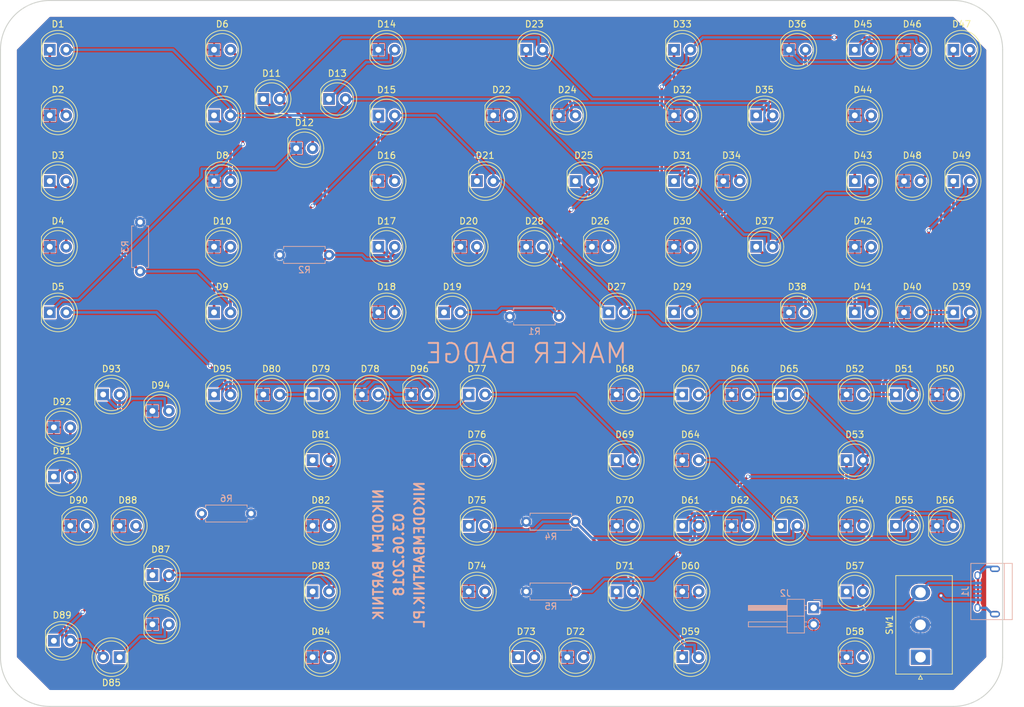
<source format=kicad_pcb>
(kicad_pcb (version 4) (host pcbnew 4.0.7)

  (general
    (links 156)
    (no_connects 0)
    (area 53.264999 50.724999 208.355001 160.095001)
    (thickness 1.6)
    (drawings 12)
    (tracks 410)
    (zones 0)
    (modules 105)
    (nets 59)
  )

  (page A4)
  (layers
    (0 F.Cu signal)
    (31 B.Cu signal)
    (32 B.Adhes user)
    (33 F.Adhes user)
    (34 B.Paste user)
    (35 F.Paste user)
    (36 B.SilkS user)
    (37 F.SilkS user)
    (38 B.Mask user)
    (39 F.Mask user)
    (40 Dwgs.User user)
    (41 Cmts.User user)
    (42 Eco1.User user)
    (43 Eco2.User user)
    (44 Edge.Cuts user)
    (45 Margin user)
    (46 B.CrtYd user)
    (47 F.CrtYd user)
    (48 B.Fab user)
    (49 F.Fab user)
  )

  (setup
    (last_trace_width 0.4)
    (trace_clearance 0.2)
    (zone_clearance 0.2)
    (zone_45_only no)
    (trace_min 0.2)
    (segment_width 0.2)
    (edge_width 0.15)
    (via_size 0.6)
    (via_drill 0.4)
    (via_min_size 0.4)
    (via_min_drill 0.3)
    (uvia_size 0.3)
    (uvia_drill 0.1)
    (uvias_allowed no)
    (uvia_min_size 0.2)
    (uvia_min_drill 0.1)
    (pcb_text_width 0.3)
    (pcb_text_size 1.5 1.5)
    (mod_edge_width 0.15)
    (mod_text_size 1 1)
    (mod_text_width 0.15)
    (pad_size 1.524 1.524)
    (pad_drill 0.762)
    (pad_to_mask_clearance 0.2)
    (aux_axis_origin 0 0)
    (visible_elements 7FFFFFFF)
    (pcbplotparams
      (layerselection 0x010f0_80000001)
      (usegerberextensions false)
      (excludeedgelayer true)
      (linewidth 0.100000)
      (plotframeref false)
      (viasonmask false)
      (mode 1)
      (useauxorigin false)
      (hpglpennumber 1)
      (hpglpenspeed 20)
      (hpglpendiameter 15)
      (hpglpenoverlay 2)
      (psnegative false)
      (psa4output false)
      (plotreference true)
      (plotvalue true)
      (plotinvisibletext false)
      (padsonsilk false)
      (subtractmaskfromsilk false)
      (outputformat 1)
      (mirror false)
      (drillshape 0)
      (scaleselection 1)
      (outputdirectory gerbers/))
  )

  (net 0 "")
  (net 1 GND)
  (net 2 VCC)
  (net 3 "Net-(D1-Pad1)")
  (net 4 "Net-(D11-Pad1)")
  (net 5 "Net-(D13-Pad1)")
  (net 6 "Net-(D15-Pad1)")
  (net 7 "Net-(D17-Pad1)")
  (net 8 "Net-(D19-Pad1)")
  (net 9 "Net-(D41-Pad1)")
  (net 10 "Net-(D43-Pad1)")
  (net 11 "Net-(D45-Pad1)")
  (net 12 "Net-(D59-Pad1)")
  (net 13 "Net-(D61-Pad1)")
  (net 14 "Net-(D63-Pad1)")
  (net 15 "Net-(D65-Pad1)")
  (net 16 "Net-(D67-Pad1)")
  (net 17 "Net-(D69-Pad1)")
  (net 18 "Net-(D71-Pad1)")
  (net 19 "Net-(D73-Pad1)")
  (net 20 "Net-(D75-Pad1)")
  (net 21 "Net-(D77-Pad1)")
  (net 22 "Net-(J1-Pad1)")
  (net 23 "Net-(D3-Pad1)")
  (net 24 "Net-(D5-Pad1)")
  (net 25 "Net-(D7-Pad1)")
  (net 26 "Net-(D10-Pad2)")
  (net 27 "Net-(D21-Pad1)")
  (net 28 "Net-(D23-Pad1)")
  (net 29 "Net-(D25-Pad1)")
  (net 30 "Net-(D27-Pad1)")
  (net 31 "Net-(D29-Pad1)")
  (net 32 "Net-(D31-Pad1)")
  (net 33 "Net-(D33-Pad1)")
  (net 34 "Net-(D35-Pad1)")
  (net 35 "Net-(D37-Pad1)")
  (net 36 "Net-(D39-Pad1)")
  (net 37 "Net-(D47-Pad1)")
  (net 38 "Net-(D49-Pad1)")
  (net 39 "Net-(D51-Pad1)")
  (net 40 "Net-(D53-Pad1)")
  (net 41 "Net-(D55-Pad1)")
  (net 42 "Net-(D57-Pad1)")
  (net 43 "Net-(D79-Pad1)")
  (net 44 "Net-(D81-Pad1)")
  (net 45 "Net-(D83-Pad1)")
  (net 46 "Net-(D85-Pad1)")
  (net 47 "Net-(D87-Pad1)")
  (net 48 "Net-(D89-Pad1)")
  (net 49 "Net-(D91-Pad1)")
  (net 50 "Net-(D93-Pad1)")
  (net 51 "Net-(J1-Pad6)")
  (net 52 "Net-(D1-Pad2)")
  (net 53 "Net-(D15-Pad2)")
  (net 54 "Net-(D11-Pad2)")
  (net 55 "Net-(D47-Pad2)")
  (net 56 "Net-(D49-Pad2)")
  (net 57 "Net-(D79-Pad2)")
  (net 58 "Net-(D95-Pad1)")

  (net_class Default "To jest domyślna klasa połączeń."
    (clearance 0.2)
    (trace_width 0.4)
    (via_dia 0.6)
    (via_drill 0.4)
    (uvia_dia 0.3)
    (uvia_drill 0.1)
    (add_net GND)
    (add_net "Net-(D1-Pad1)")
    (add_net "Net-(D1-Pad2)")
    (add_net "Net-(D10-Pad2)")
    (add_net "Net-(D11-Pad1)")
    (add_net "Net-(D11-Pad2)")
    (add_net "Net-(D13-Pad1)")
    (add_net "Net-(D15-Pad1)")
    (add_net "Net-(D15-Pad2)")
    (add_net "Net-(D17-Pad1)")
    (add_net "Net-(D19-Pad1)")
    (add_net "Net-(D21-Pad1)")
    (add_net "Net-(D23-Pad1)")
    (add_net "Net-(D25-Pad1)")
    (add_net "Net-(D27-Pad1)")
    (add_net "Net-(D29-Pad1)")
    (add_net "Net-(D3-Pad1)")
    (add_net "Net-(D31-Pad1)")
    (add_net "Net-(D33-Pad1)")
    (add_net "Net-(D35-Pad1)")
    (add_net "Net-(D37-Pad1)")
    (add_net "Net-(D39-Pad1)")
    (add_net "Net-(D41-Pad1)")
    (add_net "Net-(D43-Pad1)")
    (add_net "Net-(D45-Pad1)")
    (add_net "Net-(D47-Pad1)")
    (add_net "Net-(D47-Pad2)")
    (add_net "Net-(D49-Pad1)")
    (add_net "Net-(D49-Pad2)")
    (add_net "Net-(D5-Pad1)")
    (add_net "Net-(D51-Pad1)")
    (add_net "Net-(D53-Pad1)")
    (add_net "Net-(D55-Pad1)")
    (add_net "Net-(D57-Pad1)")
    (add_net "Net-(D59-Pad1)")
    (add_net "Net-(D61-Pad1)")
    (add_net "Net-(D63-Pad1)")
    (add_net "Net-(D65-Pad1)")
    (add_net "Net-(D67-Pad1)")
    (add_net "Net-(D69-Pad1)")
    (add_net "Net-(D7-Pad1)")
    (add_net "Net-(D71-Pad1)")
    (add_net "Net-(D73-Pad1)")
    (add_net "Net-(D75-Pad1)")
    (add_net "Net-(D77-Pad1)")
    (add_net "Net-(D79-Pad1)")
    (add_net "Net-(D79-Pad2)")
    (add_net "Net-(D81-Pad1)")
    (add_net "Net-(D83-Pad1)")
    (add_net "Net-(D85-Pad1)")
    (add_net "Net-(D87-Pad1)")
    (add_net "Net-(D89-Pad1)")
    (add_net "Net-(D91-Pad1)")
    (add_net "Net-(D93-Pad1)")
    (add_net "Net-(D95-Pad1)")
    (add_net "Net-(J1-Pad1)")
    (add_net "Net-(J1-Pad6)")
    (add_net VCC)
  )

  (module LEDs:LED_D5.0mm (layer F.Cu) (tedit 5995936A) (tstamp 5B031866)
    (at 134.62 58.42)
    (descr "LED, diameter 5.0mm, 2 pins, http://cdn-reichelt.de/documents/datenblatt/A500/LL-504BC2E-009.pdf")
    (tags "LED diameter 5.0mm 2 pins")
    (path /5B03761D)
    (fp_text reference D23 (at 1.27 -3.96) (layer F.SilkS)
      (effects (font (size 1 1) (thickness 0.15)))
    )
    (fp_text value LED (at 1.27 3.96) (layer F.Fab)
      (effects (font (size 1 1) (thickness 0.15)))
    )
    (fp_arc (start 1.27 0) (end -1.23 -1.469694) (angle 299.1) (layer F.Fab) (width 0.1))
    (fp_arc (start 1.27 0) (end -1.29 -1.54483) (angle 148.9) (layer F.SilkS) (width 0.12))
    (fp_arc (start 1.27 0) (end -1.29 1.54483) (angle -148.9) (layer F.SilkS) (width 0.12))
    (fp_circle (center 1.27 0) (end 3.77 0) (layer F.Fab) (width 0.1))
    (fp_circle (center 1.27 0) (end 3.77 0) (layer F.SilkS) (width 0.12))
    (fp_line (start -1.23 -1.469694) (end -1.23 1.469694) (layer F.Fab) (width 0.1))
    (fp_line (start -1.29 -1.545) (end -1.29 1.545) (layer F.SilkS) (width 0.12))
    (fp_line (start -1.95 -3.25) (end -1.95 3.25) (layer F.CrtYd) (width 0.05))
    (fp_line (start -1.95 3.25) (end 4.5 3.25) (layer F.CrtYd) (width 0.05))
    (fp_line (start 4.5 3.25) (end 4.5 -3.25) (layer F.CrtYd) (width 0.05))
    (fp_line (start 4.5 -3.25) (end -1.95 -3.25) (layer F.CrtYd) (width 0.05))
    (fp_text user %R (at 1.25 0) (layer F.Fab)
      (effects (font (size 0.8 0.8) (thickness 0.2)))
    )
    (pad 1 thru_hole rect (at 0 0) (size 1.8 1.8) (drill 0.9) (layers *.Cu *.Mask)
      (net 28 "Net-(D23-Pad1)"))
    (pad 2 thru_hole circle (at 2.54 0) (size 1.8 1.8) (drill 0.9) (layers *.Cu *.Mask)
      (net 54 "Net-(D11-Pad2)"))
    (model ${KISYS3DMOD}/LEDs.3dshapes/LED_D5.0mm.wrl
      (at (xyz 0 0 0))
      (scale (xyz 0.393701 0.393701 0.393701))
      (rotate (xyz 0 0 0))
    )
  )

  (module LEDs:LED_D5.0mm (layer F.Cu) (tedit 5995936A) (tstamp 5B031513)
    (at 60.96 58.42)
    (descr "LED, diameter 5.0mm, 2 pins, http://cdn-reichelt.de/documents/datenblatt/A500/LL-504BC2E-009.pdf")
    (tags "LED diameter 5.0mm 2 pins")
    (path /5B0312F9)
    (fp_text reference D1 (at 1.27 -3.96) (layer F.SilkS)
      (effects (font (size 1 1) (thickness 0.15)))
    )
    (fp_text value LED (at 1.27 3.96) (layer F.Fab)
      (effects (font (size 1 1) (thickness 0.15)))
    )
    (fp_arc (start 1.27 0) (end -1.23 -1.469694) (angle 299.1) (layer F.Fab) (width 0.1))
    (fp_arc (start 1.27 0) (end -1.29 -1.54483) (angle 148.9) (layer F.SilkS) (width 0.12))
    (fp_arc (start 1.27 0) (end -1.29 1.54483) (angle -148.9) (layer F.SilkS) (width 0.12))
    (fp_circle (center 1.27 0) (end 3.77 0) (layer F.Fab) (width 0.1))
    (fp_circle (center 1.27 0) (end 3.77 0) (layer F.SilkS) (width 0.12))
    (fp_line (start -1.23 -1.469694) (end -1.23 1.469694) (layer F.Fab) (width 0.1))
    (fp_line (start -1.29 -1.545) (end -1.29 1.545) (layer F.SilkS) (width 0.12))
    (fp_line (start -1.95 -3.25) (end -1.95 3.25) (layer F.CrtYd) (width 0.05))
    (fp_line (start -1.95 3.25) (end 4.5 3.25) (layer F.CrtYd) (width 0.05))
    (fp_line (start 4.5 3.25) (end 4.5 -3.25) (layer F.CrtYd) (width 0.05))
    (fp_line (start 4.5 -3.25) (end -1.95 -3.25) (layer F.CrtYd) (width 0.05))
    (fp_text user %R (at 1.25 0) (layer F.Fab)
      (effects (font (size 0.8 0.8) (thickness 0.2)))
    )
    (pad 1 thru_hole rect (at 0 0) (size 1.8 1.8) (drill 0.9) (layers *.Cu *.Mask)
      (net 3 "Net-(D1-Pad1)"))
    (pad 2 thru_hole circle (at 2.54 0) (size 1.8 1.8) (drill 0.9) (layers *.Cu *.Mask)
      (net 52 "Net-(D1-Pad2)"))
    (model ${KISYS3DMOD}/LEDs.3dshapes/LED_D5.0mm.wrl
      (at (xyz 0 0 0))
      (scale (xyz 0.393701 0.393701 0.393701))
      (rotate (xyz 0 0 0))
    )
  )

  (module LEDs:LED_D5.0mm (layer F.Cu) (tedit 5995936A) (tstamp 5B031519)
    (at 60.96 68.58)
    (descr "LED, diameter 5.0mm, 2 pins, http://cdn-reichelt.de/documents/datenblatt/A500/LL-504BC2E-009.pdf")
    (tags "LED diameter 5.0mm 2 pins")
    (path /5B037365)
    (fp_text reference D2 (at 1.27 -3.96) (layer F.SilkS)
      (effects (font (size 1 1) (thickness 0.15)))
    )
    (fp_text value LED (at 1.27 3.96) (layer F.Fab)
      (effects (font (size 1 1) (thickness 0.15)))
    )
    (fp_arc (start 1.27 0) (end -1.23 -1.469694) (angle 299.1) (layer F.Fab) (width 0.1))
    (fp_arc (start 1.27 0) (end -1.29 -1.54483) (angle 148.9) (layer F.SilkS) (width 0.12))
    (fp_arc (start 1.27 0) (end -1.29 1.54483) (angle -148.9) (layer F.SilkS) (width 0.12))
    (fp_circle (center 1.27 0) (end 3.77 0) (layer F.Fab) (width 0.1))
    (fp_circle (center 1.27 0) (end 3.77 0) (layer F.SilkS) (width 0.12))
    (fp_line (start -1.23 -1.469694) (end -1.23 1.469694) (layer F.Fab) (width 0.1))
    (fp_line (start -1.29 -1.545) (end -1.29 1.545) (layer F.SilkS) (width 0.12))
    (fp_line (start -1.95 -3.25) (end -1.95 3.25) (layer F.CrtYd) (width 0.05))
    (fp_line (start -1.95 3.25) (end 4.5 3.25) (layer F.CrtYd) (width 0.05))
    (fp_line (start 4.5 3.25) (end 4.5 -3.25) (layer F.CrtYd) (width 0.05))
    (fp_line (start 4.5 -3.25) (end -1.95 -3.25) (layer F.CrtYd) (width 0.05))
    (fp_text user %R (at 1.25 0) (layer F.Fab)
      (effects (font (size 0.8 0.8) (thickness 0.2)))
    )
    (pad 1 thru_hole rect (at 0 0) (size 1.8 1.8) (drill 0.9) (layers *.Cu *.Mask)
      (net 1 GND))
    (pad 2 thru_hole circle (at 2.54 0) (size 1.8 1.8) (drill 0.9) (layers *.Cu *.Mask)
      (net 3 "Net-(D1-Pad1)"))
    (model ${KISYS3DMOD}/LEDs.3dshapes/LED_D5.0mm.wrl
      (at (xyz 0 0 0))
      (scale (xyz 0.393701 0.393701 0.393701))
      (rotate (xyz 0 0 0))
    )
  )

  (module LEDs:LED_D5.0mm (layer F.Cu) (tedit 5995936A) (tstamp 5B03151F)
    (at 60.96 78.74)
    (descr "LED, diameter 5.0mm, 2 pins, http://cdn-reichelt.de/documents/datenblatt/A500/LL-504BC2E-009.pdf")
    (tags "LED diameter 5.0mm 2 pins")
    (path /5B045DA8)
    (fp_text reference D3 (at 1.27 -3.96) (layer F.SilkS)
      (effects (font (size 1 1) (thickness 0.15)))
    )
    (fp_text value LED (at 1.27 3.96) (layer F.Fab)
      (effects (font (size 1 1) (thickness 0.15)))
    )
    (fp_arc (start 1.27 0) (end -1.23 -1.469694) (angle 299.1) (layer F.Fab) (width 0.1))
    (fp_arc (start 1.27 0) (end -1.29 -1.54483) (angle 148.9) (layer F.SilkS) (width 0.12))
    (fp_arc (start 1.27 0) (end -1.29 1.54483) (angle -148.9) (layer F.SilkS) (width 0.12))
    (fp_circle (center 1.27 0) (end 3.77 0) (layer F.Fab) (width 0.1))
    (fp_circle (center 1.27 0) (end 3.77 0) (layer F.SilkS) (width 0.12))
    (fp_line (start -1.23 -1.469694) (end -1.23 1.469694) (layer F.Fab) (width 0.1))
    (fp_line (start -1.29 -1.545) (end -1.29 1.545) (layer F.SilkS) (width 0.12))
    (fp_line (start -1.95 -3.25) (end -1.95 3.25) (layer F.CrtYd) (width 0.05))
    (fp_line (start -1.95 3.25) (end 4.5 3.25) (layer F.CrtYd) (width 0.05))
    (fp_line (start 4.5 3.25) (end 4.5 -3.25) (layer F.CrtYd) (width 0.05))
    (fp_line (start 4.5 -3.25) (end -1.95 -3.25) (layer F.CrtYd) (width 0.05))
    (fp_text user %R (at 1.25 0) (layer F.Fab)
      (effects (font (size 0.8 0.8) (thickness 0.2)))
    )
    (pad 1 thru_hole rect (at 0 0) (size 1.8 1.8) (drill 0.9) (layers *.Cu *.Mask)
      (net 23 "Net-(D3-Pad1)"))
    (pad 2 thru_hole circle (at 2.54 0) (size 1.8 1.8) (drill 0.9) (layers *.Cu *.Mask)
      (net 53 "Net-(D15-Pad2)"))
    (model ${KISYS3DMOD}/LEDs.3dshapes/LED_D5.0mm.wrl
      (at (xyz 0 0 0))
      (scale (xyz 0.393701 0.393701 0.393701))
      (rotate (xyz 0 0 0))
    )
  )

  (module LEDs:LED_D5.0mm (layer F.Cu) (tedit 5995936A) (tstamp 5B031525)
    (at 60.96 88.9)
    (descr "LED, diameter 5.0mm, 2 pins, http://cdn-reichelt.de/documents/datenblatt/A500/LL-504BC2E-009.pdf")
    (tags "LED diameter 5.0mm 2 pins")
    (path /5B046B3D)
    (fp_text reference D4 (at 1.27 -3.96) (layer F.SilkS)
      (effects (font (size 1 1) (thickness 0.15)))
    )
    (fp_text value LED (at 1.27 3.96) (layer F.Fab)
      (effects (font (size 1 1) (thickness 0.15)))
    )
    (fp_arc (start 1.27 0) (end -1.23 -1.469694) (angle 299.1) (layer F.Fab) (width 0.1))
    (fp_arc (start 1.27 0) (end -1.29 -1.54483) (angle 148.9) (layer F.SilkS) (width 0.12))
    (fp_arc (start 1.27 0) (end -1.29 1.54483) (angle -148.9) (layer F.SilkS) (width 0.12))
    (fp_circle (center 1.27 0) (end 3.77 0) (layer F.Fab) (width 0.1))
    (fp_circle (center 1.27 0) (end 3.77 0) (layer F.SilkS) (width 0.12))
    (fp_line (start -1.23 -1.469694) (end -1.23 1.469694) (layer F.Fab) (width 0.1))
    (fp_line (start -1.29 -1.545) (end -1.29 1.545) (layer F.SilkS) (width 0.12))
    (fp_line (start -1.95 -3.25) (end -1.95 3.25) (layer F.CrtYd) (width 0.05))
    (fp_line (start -1.95 3.25) (end 4.5 3.25) (layer F.CrtYd) (width 0.05))
    (fp_line (start 4.5 3.25) (end 4.5 -3.25) (layer F.CrtYd) (width 0.05))
    (fp_line (start 4.5 -3.25) (end -1.95 -3.25) (layer F.CrtYd) (width 0.05))
    (fp_text user %R (at 1.25 0) (layer F.Fab)
      (effects (font (size 0.8 0.8) (thickness 0.2)))
    )
    (pad 1 thru_hole rect (at 0 0) (size 1.8 1.8) (drill 0.9) (layers *.Cu *.Mask)
      (net 1 GND))
    (pad 2 thru_hole circle (at 2.54 0) (size 1.8 1.8) (drill 0.9) (layers *.Cu *.Mask)
      (net 23 "Net-(D3-Pad1)"))
    (model ${KISYS3DMOD}/LEDs.3dshapes/LED_D5.0mm.wrl
      (at (xyz 0 0 0))
      (scale (xyz 0.393701 0.393701 0.393701))
      (rotate (xyz 0 0 0))
    )
  )

  (module LEDs:LED_D5.0mm (layer F.Cu) (tedit 5995936A) (tstamp 5B03152B)
    (at 60.96 99.06)
    (descr "LED, diameter 5.0mm, 2 pins, http://cdn-reichelt.de/documents/datenblatt/A500/LL-504BC2E-009.pdf")
    (tags "LED diameter 5.0mm 2 pins")
    (path /5B037605)
    (fp_text reference D5 (at 1.27 -3.96) (layer F.SilkS)
      (effects (font (size 1 1) (thickness 0.15)))
    )
    (fp_text value LED (at 1.27 3.96) (layer F.Fab)
      (effects (font (size 1 1) (thickness 0.15)))
    )
    (fp_arc (start 1.27 0) (end -1.23 -1.469694) (angle 299.1) (layer F.Fab) (width 0.1))
    (fp_arc (start 1.27 0) (end -1.29 -1.54483) (angle 148.9) (layer F.SilkS) (width 0.12))
    (fp_arc (start 1.27 0) (end -1.29 1.54483) (angle -148.9) (layer F.SilkS) (width 0.12))
    (fp_circle (center 1.27 0) (end 3.77 0) (layer F.Fab) (width 0.1))
    (fp_circle (center 1.27 0) (end 3.77 0) (layer F.SilkS) (width 0.12))
    (fp_line (start -1.23 -1.469694) (end -1.23 1.469694) (layer F.Fab) (width 0.1))
    (fp_line (start -1.29 -1.545) (end -1.29 1.545) (layer F.SilkS) (width 0.12))
    (fp_line (start -1.95 -3.25) (end -1.95 3.25) (layer F.CrtYd) (width 0.05))
    (fp_line (start -1.95 3.25) (end 4.5 3.25) (layer F.CrtYd) (width 0.05))
    (fp_line (start 4.5 3.25) (end 4.5 -3.25) (layer F.CrtYd) (width 0.05))
    (fp_line (start 4.5 -3.25) (end -1.95 -3.25) (layer F.CrtYd) (width 0.05))
    (fp_text user %R (at 1.25 0) (layer F.Fab)
      (effects (font (size 0.8 0.8) (thickness 0.2)))
    )
    (pad 1 thru_hole rect (at 0 0) (size 1.8 1.8) (drill 0.9) (layers *.Cu *.Mask)
      (net 24 "Net-(D5-Pad1)"))
    (pad 2 thru_hole circle (at 2.54 0) (size 1.8 1.8) (drill 0.9) (layers *.Cu *.Mask)
      (net 54 "Net-(D11-Pad2)"))
    (model ${KISYS3DMOD}/LEDs.3dshapes/LED_D5.0mm.wrl
      (at (xyz 0 0 0))
      (scale (xyz 0.393701 0.393701 0.393701))
      (rotate (xyz 0 0 0))
    )
  )

  (module LEDs:LED_D5.0mm (layer F.Cu) (tedit 5995936A) (tstamp 5B031531)
    (at 86.36 58.42)
    (descr "LED, diameter 5.0mm, 2 pins, http://cdn-reichelt.de/documents/datenblatt/A500/LL-504BC2E-009.pdf")
    (tags "LED diameter 5.0mm 2 pins")
    (path /5B03762F)
    (fp_text reference D6 (at 1.27 -3.96) (layer F.SilkS)
      (effects (font (size 1 1) (thickness 0.15)))
    )
    (fp_text value LED (at 1.27 3.96) (layer F.Fab)
      (effects (font (size 1 1) (thickness 0.15)))
    )
    (fp_arc (start 1.27 0) (end -1.23 -1.469694) (angle 299.1) (layer F.Fab) (width 0.1))
    (fp_arc (start 1.27 0) (end -1.29 -1.54483) (angle 148.9) (layer F.SilkS) (width 0.12))
    (fp_arc (start 1.27 0) (end -1.29 1.54483) (angle -148.9) (layer F.SilkS) (width 0.12))
    (fp_circle (center 1.27 0) (end 3.77 0) (layer F.Fab) (width 0.1))
    (fp_circle (center 1.27 0) (end 3.77 0) (layer F.SilkS) (width 0.12))
    (fp_line (start -1.23 -1.469694) (end -1.23 1.469694) (layer F.Fab) (width 0.1))
    (fp_line (start -1.29 -1.545) (end -1.29 1.545) (layer F.SilkS) (width 0.12))
    (fp_line (start -1.95 -3.25) (end -1.95 3.25) (layer F.CrtYd) (width 0.05))
    (fp_line (start -1.95 3.25) (end 4.5 3.25) (layer F.CrtYd) (width 0.05))
    (fp_line (start 4.5 3.25) (end 4.5 -3.25) (layer F.CrtYd) (width 0.05))
    (fp_line (start 4.5 -3.25) (end -1.95 -3.25) (layer F.CrtYd) (width 0.05))
    (fp_text user %R (at 1.25 0) (layer F.Fab)
      (effects (font (size 0.8 0.8) (thickness 0.2)))
    )
    (pad 1 thru_hole rect (at 0 0) (size 1.8 1.8) (drill 0.9) (layers *.Cu *.Mask)
      (net 1 GND))
    (pad 2 thru_hole circle (at 2.54 0) (size 1.8 1.8) (drill 0.9) (layers *.Cu *.Mask)
      (net 24 "Net-(D5-Pad1)"))
    (model ${KISYS3DMOD}/LEDs.3dshapes/LED_D5.0mm.wrl
      (at (xyz 0 0 0))
      (scale (xyz 0.393701 0.393701 0.393701))
      (rotate (xyz 0 0 0))
    )
  )

  (module LEDs:LED_D5.0mm (layer F.Cu) (tedit 5995936A) (tstamp 5B031537)
    (at 86.36 68.58)
    (descr "LED, diameter 5.0mm, 2 pins, http://cdn-reichelt.de/documents/datenblatt/A500/LL-504BC2E-009.pdf")
    (tags "LED diameter 5.0mm 2 pins")
    (path /5B03138B)
    (fp_text reference D7 (at 1.27 -3.96) (layer F.SilkS)
      (effects (font (size 1 1) (thickness 0.15)))
    )
    (fp_text value LED (at 1.27 3.96) (layer F.Fab)
      (effects (font (size 1 1) (thickness 0.15)))
    )
    (fp_arc (start 1.27 0) (end -1.23 -1.469694) (angle 299.1) (layer F.Fab) (width 0.1))
    (fp_arc (start 1.27 0) (end -1.29 -1.54483) (angle 148.9) (layer F.SilkS) (width 0.12))
    (fp_arc (start 1.27 0) (end -1.29 1.54483) (angle -148.9) (layer F.SilkS) (width 0.12))
    (fp_circle (center 1.27 0) (end 3.77 0) (layer F.Fab) (width 0.1))
    (fp_circle (center 1.27 0) (end 3.77 0) (layer F.SilkS) (width 0.12))
    (fp_line (start -1.23 -1.469694) (end -1.23 1.469694) (layer F.Fab) (width 0.1))
    (fp_line (start -1.29 -1.545) (end -1.29 1.545) (layer F.SilkS) (width 0.12))
    (fp_line (start -1.95 -3.25) (end -1.95 3.25) (layer F.CrtYd) (width 0.05))
    (fp_line (start -1.95 3.25) (end 4.5 3.25) (layer F.CrtYd) (width 0.05))
    (fp_line (start 4.5 3.25) (end 4.5 -3.25) (layer F.CrtYd) (width 0.05))
    (fp_line (start 4.5 -3.25) (end -1.95 -3.25) (layer F.CrtYd) (width 0.05))
    (fp_text user %R (at 1.25 0) (layer F.Fab)
      (effects (font (size 0.8 0.8) (thickness 0.2)))
    )
    (pad 1 thru_hole rect (at 0 0) (size 1.8 1.8) (drill 0.9) (layers *.Cu *.Mask)
      (net 25 "Net-(D7-Pad1)"))
    (pad 2 thru_hole circle (at 2.54 0) (size 1.8 1.8) (drill 0.9) (layers *.Cu *.Mask)
      (net 52 "Net-(D1-Pad2)"))
    (model ${KISYS3DMOD}/LEDs.3dshapes/LED_D5.0mm.wrl
      (at (xyz 0 0 0))
      (scale (xyz 0.393701 0.393701 0.393701))
      (rotate (xyz 0 0 0))
    )
  )

  (module LEDs:LED_D5.0mm (layer F.Cu) (tedit 5995936A) (tstamp 5B03153D)
    (at 86.36 78.74)
    (descr "LED, diameter 5.0mm, 2 pins, http://cdn-reichelt.de/documents/datenblatt/A500/LL-504BC2E-009.pdf")
    (tags "LED diameter 5.0mm 2 pins")
    (path /5B037371)
    (fp_text reference D8 (at 1.27 -3.96) (layer F.SilkS)
      (effects (font (size 1 1) (thickness 0.15)))
    )
    (fp_text value LED (at 1.27 3.96) (layer F.Fab)
      (effects (font (size 1 1) (thickness 0.15)))
    )
    (fp_arc (start 1.27 0) (end -1.23 -1.469694) (angle 299.1) (layer F.Fab) (width 0.1))
    (fp_arc (start 1.27 0) (end -1.29 -1.54483) (angle 148.9) (layer F.SilkS) (width 0.12))
    (fp_arc (start 1.27 0) (end -1.29 1.54483) (angle -148.9) (layer F.SilkS) (width 0.12))
    (fp_circle (center 1.27 0) (end 3.77 0) (layer F.Fab) (width 0.1))
    (fp_circle (center 1.27 0) (end 3.77 0) (layer F.SilkS) (width 0.12))
    (fp_line (start -1.23 -1.469694) (end -1.23 1.469694) (layer F.Fab) (width 0.1))
    (fp_line (start -1.29 -1.545) (end -1.29 1.545) (layer F.SilkS) (width 0.12))
    (fp_line (start -1.95 -3.25) (end -1.95 3.25) (layer F.CrtYd) (width 0.05))
    (fp_line (start -1.95 3.25) (end 4.5 3.25) (layer F.CrtYd) (width 0.05))
    (fp_line (start 4.5 3.25) (end 4.5 -3.25) (layer F.CrtYd) (width 0.05))
    (fp_line (start 4.5 -3.25) (end -1.95 -3.25) (layer F.CrtYd) (width 0.05))
    (fp_text user %R (at 1.25 0) (layer F.Fab)
      (effects (font (size 0.8 0.8) (thickness 0.2)))
    )
    (pad 1 thru_hole rect (at 0 0) (size 1.8 1.8) (drill 0.9) (layers *.Cu *.Mask)
      (net 1 GND))
    (pad 2 thru_hole circle (at 2.54 0) (size 1.8 1.8) (drill 0.9) (layers *.Cu *.Mask)
      (net 25 "Net-(D7-Pad1)"))
    (model ${KISYS3DMOD}/LEDs.3dshapes/LED_D5.0mm.wrl
      (at (xyz 0 0 0))
      (scale (xyz 0.393701 0.393701 0.393701))
      (rotate (xyz 0 0 0))
    )
  )

  (module LEDs:LED_D5.0mm (layer F.Cu) (tedit 5995936A) (tstamp 5B031543)
    (at 86.36 99.06)
    (descr "LED, diameter 5.0mm, 2 pins, http://cdn-reichelt.de/documents/datenblatt/A500/LL-504BC2E-009.pdf")
    (tags "LED diameter 5.0mm 2 pins")
    (path /5B045DB4)
    (fp_text reference D9 (at 1.27 -3.96) (layer F.SilkS)
      (effects (font (size 1 1) (thickness 0.15)))
    )
    (fp_text value LED (at 1.27 3.96) (layer F.Fab)
      (effects (font (size 1 1) (thickness 0.15)))
    )
    (fp_arc (start 1.27 0) (end -1.23 -1.469694) (angle 299.1) (layer F.Fab) (width 0.1))
    (fp_arc (start 1.27 0) (end -1.29 -1.54483) (angle 148.9) (layer F.SilkS) (width 0.12))
    (fp_arc (start 1.27 0) (end -1.29 1.54483) (angle -148.9) (layer F.SilkS) (width 0.12))
    (fp_circle (center 1.27 0) (end 3.77 0) (layer F.Fab) (width 0.1))
    (fp_circle (center 1.27 0) (end 3.77 0) (layer F.SilkS) (width 0.12))
    (fp_line (start -1.23 -1.469694) (end -1.23 1.469694) (layer F.Fab) (width 0.1))
    (fp_line (start -1.29 -1.545) (end -1.29 1.545) (layer F.SilkS) (width 0.12))
    (fp_line (start -1.95 -3.25) (end -1.95 3.25) (layer F.CrtYd) (width 0.05))
    (fp_line (start -1.95 3.25) (end 4.5 3.25) (layer F.CrtYd) (width 0.05))
    (fp_line (start 4.5 3.25) (end 4.5 -3.25) (layer F.CrtYd) (width 0.05))
    (fp_line (start 4.5 -3.25) (end -1.95 -3.25) (layer F.CrtYd) (width 0.05))
    (fp_text user %R (at 1.25 0) (layer F.Fab)
      (effects (font (size 0.8 0.8) (thickness 0.2)))
    )
    (pad 1 thru_hole rect (at 0 0) (size 1.8 1.8) (drill 0.9) (layers *.Cu *.Mask)
      (net 26 "Net-(D10-Pad2)"))
    (pad 2 thru_hole circle (at 2.54 0) (size 1.8 1.8) (drill 0.9) (layers *.Cu *.Mask)
      (net 53 "Net-(D15-Pad2)"))
    (model ${KISYS3DMOD}/LEDs.3dshapes/LED_D5.0mm.wrl
      (at (xyz 0 0 0))
      (scale (xyz 0.393701 0.393701 0.393701))
      (rotate (xyz 0 0 0))
    )
  )

  (module LEDs:LED_D5.0mm (layer F.Cu) (tedit 5995936A) (tstamp 5B031549)
    (at 86.36 88.9)
    (descr "LED, diameter 5.0mm, 2 pins, http://cdn-reichelt.de/documents/datenblatt/A500/LL-504BC2E-009.pdf")
    (tags "LED diameter 5.0mm 2 pins")
    (path /5B046B49)
    (fp_text reference D10 (at 1.27 -3.96) (layer F.SilkS)
      (effects (font (size 1 1) (thickness 0.15)))
    )
    (fp_text value LED (at 1.27 3.96) (layer F.Fab)
      (effects (font (size 1 1) (thickness 0.15)))
    )
    (fp_arc (start 1.27 0) (end -1.23 -1.469694) (angle 299.1) (layer F.Fab) (width 0.1))
    (fp_arc (start 1.27 0) (end -1.29 -1.54483) (angle 148.9) (layer F.SilkS) (width 0.12))
    (fp_arc (start 1.27 0) (end -1.29 1.54483) (angle -148.9) (layer F.SilkS) (width 0.12))
    (fp_circle (center 1.27 0) (end 3.77 0) (layer F.Fab) (width 0.1))
    (fp_circle (center 1.27 0) (end 3.77 0) (layer F.SilkS) (width 0.12))
    (fp_line (start -1.23 -1.469694) (end -1.23 1.469694) (layer F.Fab) (width 0.1))
    (fp_line (start -1.29 -1.545) (end -1.29 1.545) (layer F.SilkS) (width 0.12))
    (fp_line (start -1.95 -3.25) (end -1.95 3.25) (layer F.CrtYd) (width 0.05))
    (fp_line (start -1.95 3.25) (end 4.5 3.25) (layer F.CrtYd) (width 0.05))
    (fp_line (start 4.5 3.25) (end 4.5 -3.25) (layer F.CrtYd) (width 0.05))
    (fp_line (start 4.5 -3.25) (end -1.95 -3.25) (layer F.CrtYd) (width 0.05))
    (fp_text user %R (at 1.25 0) (layer F.Fab)
      (effects (font (size 0.8 0.8) (thickness 0.2)))
    )
    (pad 1 thru_hole rect (at 0 0) (size 1.8 1.8) (drill 0.9) (layers *.Cu *.Mask)
      (net 1 GND))
    (pad 2 thru_hole circle (at 2.54 0) (size 1.8 1.8) (drill 0.9) (layers *.Cu *.Mask)
      (net 26 "Net-(D10-Pad2)"))
    (model ${KISYS3DMOD}/LEDs.3dshapes/LED_D5.0mm.wrl
      (at (xyz 0 0 0))
      (scale (xyz 0.393701 0.393701 0.393701))
      (rotate (xyz 0 0 0))
    )
  )

  (module LEDs:LED_D5.0mm (layer F.Cu) (tedit 5995936A) (tstamp 5B03154F)
    (at 93.98 66.04)
    (descr "LED, diameter 5.0mm, 2 pins, http://cdn-reichelt.de/documents/datenblatt/A500/LL-504BC2E-009.pdf")
    (tags "LED diameter 5.0mm 2 pins")
    (path /5B037611)
    (fp_text reference D11 (at 1.27 -3.96) (layer F.SilkS)
      (effects (font (size 1 1) (thickness 0.15)))
    )
    (fp_text value LED (at 1.27 3.96) (layer F.Fab)
      (effects (font (size 1 1) (thickness 0.15)))
    )
    (fp_arc (start 1.27 0) (end -1.23 -1.469694) (angle 299.1) (layer F.Fab) (width 0.1))
    (fp_arc (start 1.27 0) (end -1.29 -1.54483) (angle 148.9) (layer F.SilkS) (width 0.12))
    (fp_arc (start 1.27 0) (end -1.29 1.54483) (angle -148.9) (layer F.SilkS) (width 0.12))
    (fp_circle (center 1.27 0) (end 3.77 0) (layer F.Fab) (width 0.1))
    (fp_circle (center 1.27 0) (end 3.77 0) (layer F.SilkS) (width 0.12))
    (fp_line (start -1.23 -1.469694) (end -1.23 1.469694) (layer F.Fab) (width 0.1))
    (fp_line (start -1.29 -1.545) (end -1.29 1.545) (layer F.SilkS) (width 0.12))
    (fp_line (start -1.95 -3.25) (end -1.95 3.25) (layer F.CrtYd) (width 0.05))
    (fp_line (start -1.95 3.25) (end 4.5 3.25) (layer F.CrtYd) (width 0.05))
    (fp_line (start 4.5 3.25) (end 4.5 -3.25) (layer F.CrtYd) (width 0.05))
    (fp_line (start 4.5 -3.25) (end -1.95 -3.25) (layer F.CrtYd) (width 0.05))
    (fp_text user %R (at 1.25 0) (layer F.Fab)
      (effects (font (size 0.8 0.8) (thickness 0.2)))
    )
    (pad 1 thru_hole rect (at 0 0) (size 1.8 1.8) (drill 0.9) (layers *.Cu *.Mask)
      (net 4 "Net-(D11-Pad1)"))
    (pad 2 thru_hole circle (at 2.54 0) (size 1.8 1.8) (drill 0.9) (layers *.Cu *.Mask)
      (net 54 "Net-(D11-Pad2)"))
    (model ${KISYS3DMOD}/LEDs.3dshapes/LED_D5.0mm.wrl
      (at (xyz 0 0 0))
      (scale (xyz 0.393701 0.393701 0.393701))
      (rotate (xyz 0 0 0))
    )
  )

  (module LEDs:LED_D5.0mm (layer F.Cu) (tedit 5995936A) (tstamp 5B031555)
    (at 99.06 73.66)
    (descr "LED, diameter 5.0mm, 2 pins, http://cdn-reichelt.de/documents/datenblatt/A500/LL-504BC2E-009.pdf")
    (tags "LED diameter 5.0mm 2 pins")
    (path /5B037635)
    (fp_text reference D12 (at 1.27 -3.96) (layer F.SilkS)
      (effects (font (size 1 1) (thickness 0.15)))
    )
    (fp_text value LED (at 1.27 3.96) (layer F.Fab)
      (effects (font (size 1 1) (thickness 0.15)))
    )
    (fp_arc (start 1.27 0) (end -1.23 -1.469694) (angle 299.1) (layer F.Fab) (width 0.1))
    (fp_arc (start 1.27 0) (end -1.29 -1.54483) (angle 148.9) (layer F.SilkS) (width 0.12))
    (fp_arc (start 1.27 0) (end -1.29 1.54483) (angle -148.9) (layer F.SilkS) (width 0.12))
    (fp_circle (center 1.27 0) (end 3.77 0) (layer F.Fab) (width 0.1))
    (fp_circle (center 1.27 0) (end 3.77 0) (layer F.SilkS) (width 0.12))
    (fp_line (start -1.23 -1.469694) (end -1.23 1.469694) (layer F.Fab) (width 0.1))
    (fp_line (start -1.29 -1.545) (end -1.29 1.545) (layer F.SilkS) (width 0.12))
    (fp_line (start -1.95 -3.25) (end -1.95 3.25) (layer F.CrtYd) (width 0.05))
    (fp_line (start -1.95 3.25) (end 4.5 3.25) (layer F.CrtYd) (width 0.05))
    (fp_line (start 4.5 3.25) (end 4.5 -3.25) (layer F.CrtYd) (width 0.05))
    (fp_line (start 4.5 -3.25) (end -1.95 -3.25) (layer F.CrtYd) (width 0.05))
    (fp_text user %R (at 1.25 0) (layer F.Fab)
      (effects (font (size 0.8 0.8) (thickness 0.2)))
    )
    (pad 1 thru_hole rect (at 0 0) (size 1.8 1.8) (drill 0.9) (layers *.Cu *.Mask)
      (net 1 GND))
    (pad 2 thru_hole circle (at 2.54 0) (size 1.8 1.8) (drill 0.9) (layers *.Cu *.Mask)
      (net 4 "Net-(D11-Pad1)"))
    (model ${KISYS3DMOD}/LEDs.3dshapes/LED_D5.0mm.wrl
      (at (xyz 0 0 0))
      (scale (xyz 0.393701 0.393701 0.393701))
      (rotate (xyz 0 0 0))
    )
  )

  (module LEDs:LED_D5.0mm (layer F.Cu) (tedit 5995936A) (tstamp 5B03155B)
    (at 104.14 66.04)
    (descr "LED, diameter 5.0mm, 2 pins, http://cdn-reichelt.de/documents/datenblatt/A500/LL-504BC2E-009.pdf")
    (tags "LED diameter 5.0mm 2 pins")
    (path /5B031413)
    (fp_text reference D13 (at 1.27 -3.96) (layer F.SilkS)
      (effects (font (size 1 1) (thickness 0.15)))
    )
    (fp_text value LED (at 1.27 3.96) (layer F.Fab)
      (effects (font (size 1 1) (thickness 0.15)))
    )
    (fp_arc (start 1.27 0) (end -1.23 -1.469694) (angle 299.1) (layer F.Fab) (width 0.1))
    (fp_arc (start 1.27 0) (end -1.29 -1.54483) (angle 148.9) (layer F.SilkS) (width 0.12))
    (fp_arc (start 1.27 0) (end -1.29 1.54483) (angle -148.9) (layer F.SilkS) (width 0.12))
    (fp_circle (center 1.27 0) (end 3.77 0) (layer F.Fab) (width 0.1))
    (fp_circle (center 1.27 0) (end 3.77 0) (layer F.SilkS) (width 0.12))
    (fp_line (start -1.23 -1.469694) (end -1.23 1.469694) (layer F.Fab) (width 0.1))
    (fp_line (start -1.29 -1.545) (end -1.29 1.545) (layer F.SilkS) (width 0.12))
    (fp_line (start -1.95 -3.25) (end -1.95 3.25) (layer F.CrtYd) (width 0.05))
    (fp_line (start -1.95 3.25) (end 4.5 3.25) (layer F.CrtYd) (width 0.05))
    (fp_line (start 4.5 3.25) (end 4.5 -3.25) (layer F.CrtYd) (width 0.05))
    (fp_line (start 4.5 -3.25) (end -1.95 -3.25) (layer F.CrtYd) (width 0.05))
    (fp_text user %R (at 1.25 0) (layer F.Fab)
      (effects (font (size 0.8 0.8) (thickness 0.2)))
    )
    (pad 1 thru_hole rect (at 0 0) (size 1.8 1.8) (drill 0.9) (layers *.Cu *.Mask)
      (net 5 "Net-(D13-Pad1)"))
    (pad 2 thru_hole circle (at 2.54 0) (size 1.8 1.8) (drill 0.9) (layers *.Cu *.Mask)
      (net 52 "Net-(D1-Pad2)"))
    (model ${KISYS3DMOD}/LEDs.3dshapes/LED_D5.0mm.wrl
      (at (xyz 0 0 0))
      (scale (xyz 0.393701 0.393701 0.393701))
      (rotate (xyz 0 0 0))
    )
  )

  (module LEDs:LED_D5.0mm (layer F.Cu) (tedit 5995936A) (tstamp 5B031561)
    (at 111.76 58.42)
    (descr "LED, diameter 5.0mm, 2 pins, http://cdn-reichelt.de/documents/datenblatt/A500/LL-504BC2E-009.pdf")
    (tags "LED diameter 5.0mm 2 pins")
    (path /5B037377)
    (fp_text reference D14 (at 1.27 -3.96) (layer F.SilkS)
      (effects (font (size 1 1) (thickness 0.15)))
    )
    (fp_text value LED (at 1.27 3.96) (layer F.Fab)
      (effects (font (size 1 1) (thickness 0.15)))
    )
    (fp_arc (start 1.27 0) (end -1.23 -1.469694) (angle 299.1) (layer F.Fab) (width 0.1))
    (fp_arc (start 1.27 0) (end -1.29 -1.54483) (angle 148.9) (layer F.SilkS) (width 0.12))
    (fp_arc (start 1.27 0) (end -1.29 1.54483) (angle -148.9) (layer F.SilkS) (width 0.12))
    (fp_circle (center 1.27 0) (end 3.77 0) (layer F.Fab) (width 0.1))
    (fp_circle (center 1.27 0) (end 3.77 0) (layer F.SilkS) (width 0.12))
    (fp_line (start -1.23 -1.469694) (end -1.23 1.469694) (layer F.Fab) (width 0.1))
    (fp_line (start -1.29 -1.545) (end -1.29 1.545) (layer F.SilkS) (width 0.12))
    (fp_line (start -1.95 -3.25) (end -1.95 3.25) (layer F.CrtYd) (width 0.05))
    (fp_line (start -1.95 3.25) (end 4.5 3.25) (layer F.CrtYd) (width 0.05))
    (fp_line (start 4.5 3.25) (end 4.5 -3.25) (layer F.CrtYd) (width 0.05))
    (fp_line (start 4.5 -3.25) (end -1.95 -3.25) (layer F.CrtYd) (width 0.05))
    (fp_text user %R (at 1.25 0) (layer F.Fab)
      (effects (font (size 0.8 0.8) (thickness 0.2)))
    )
    (pad 1 thru_hole rect (at 0 0) (size 1.8 1.8) (drill 0.9) (layers *.Cu *.Mask)
      (net 1 GND))
    (pad 2 thru_hole circle (at 2.54 0) (size 1.8 1.8) (drill 0.9) (layers *.Cu *.Mask)
      (net 5 "Net-(D13-Pad1)"))
    (model ${KISYS3DMOD}/LEDs.3dshapes/LED_D5.0mm.wrl
      (at (xyz 0 0 0))
      (scale (xyz 0.393701 0.393701 0.393701))
      (rotate (xyz 0 0 0))
    )
  )

  (module LEDs:LED_D5.0mm (layer F.Cu) (tedit 5995936A) (tstamp 5B031567)
    (at 111.76 68.58)
    (descr "LED, diameter 5.0mm, 2 pins, http://cdn-reichelt.de/documents/datenblatt/A500/LL-504BC2E-009.pdf")
    (tags "LED diameter 5.0mm 2 pins")
    (path /5B045DBA)
    (fp_text reference D15 (at 1.27 -3.96) (layer F.SilkS)
      (effects (font (size 1 1) (thickness 0.15)))
    )
    (fp_text value LED (at 1.27 3.96) (layer F.Fab)
      (effects (font (size 1 1) (thickness 0.15)))
    )
    (fp_arc (start 1.27 0) (end -1.23 -1.469694) (angle 299.1) (layer F.Fab) (width 0.1))
    (fp_arc (start 1.27 0) (end -1.29 -1.54483) (angle 148.9) (layer F.SilkS) (width 0.12))
    (fp_arc (start 1.27 0) (end -1.29 1.54483) (angle -148.9) (layer F.SilkS) (width 0.12))
    (fp_circle (center 1.27 0) (end 3.77 0) (layer F.Fab) (width 0.1))
    (fp_circle (center 1.27 0) (end 3.77 0) (layer F.SilkS) (width 0.12))
    (fp_line (start -1.23 -1.469694) (end -1.23 1.469694) (layer F.Fab) (width 0.1))
    (fp_line (start -1.29 -1.545) (end -1.29 1.545) (layer F.SilkS) (width 0.12))
    (fp_line (start -1.95 -3.25) (end -1.95 3.25) (layer F.CrtYd) (width 0.05))
    (fp_line (start -1.95 3.25) (end 4.5 3.25) (layer F.CrtYd) (width 0.05))
    (fp_line (start 4.5 3.25) (end 4.5 -3.25) (layer F.CrtYd) (width 0.05))
    (fp_line (start 4.5 -3.25) (end -1.95 -3.25) (layer F.CrtYd) (width 0.05))
    (fp_text user %R (at 1.25 0) (layer F.Fab)
      (effects (font (size 0.8 0.8) (thickness 0.2)))
    )
    (pad 1 thru_hole rect (at 0 0) (size 1.8 1.8) (drill 0.9) (layers *.Cu *.Mask)
      (net 6 "Net-(D15-Pad1)"))
    (pad 2 thru_hole circle (at 2.54 0) (size 1.8 1.8) (drill 0.9) (layers *.Cu *.Mask)
      (net 53 "Net-(D15-Pad2)"))
    (model ${KISYS3DMOD}/LEDs.3dshapes/LED_D5.0mm.wrl
      (at (xyz 0 0 0))
      (scale (xyz 0.393701 0.393701 0.393701))
      (rotate (xyz 0 0 0))
    )
  )

  (module LEDs:LED_D5.0mm (layer F.Cu) (tedit 5995936A) (tstamp 5B03156D)
    (at 111.76 78.74)
    (descr "LED, diameter 5.0mm, 2 pins, http://cdn-reichelt.de/documents/datenblatt/A500/LL-504BC2E-009.pdf")
    (tags "LED diameter 5.0mm 2 pins")
    (path /5B046B4F)
    (fp_text reference D16 (at 1.27 -3.96) (layer F.SilkS)
      (effects (font (size 1 1) (thickness 0.15)))
    )
    (fp_text value LED (at 1.27 3.96) (layer F.Fab)
      (effects (font (size 1 1) (thickness 0.15)))
    )
    (fp_arc (start 1.27 0) (end -1.23 -1.469694) (angle 299.1) (layer F.Fab) (width 0.1))
    (fp_arc (start 1.27 0) (end -1.29 -1.54483) (angle 148.9) (layer F.SilkS) (width 0.12))
    (fp_arc (start 1.27 0) (end -1.29 1.54483) (angle -148.9) (layer F.SilkS) (width 0.12))
    (fp_circle (center 1.27 0) (end 3.77 0) (layer F.Fab) (width 0.1))
    (fp_circle (center 1.27 0) (end 3.77 0) (layer F.SilkS) (width 0.12))
    (fp_line (start -1.23 -1.469694) (end -1.23 1.469694) (layer F.Fab) (width 0.1))
    (fp_line (start -1.29 -1.545) (end -1.29 1.545) (layer F.SilkS) (width 0.12))
    (fp_line (start -1.95 -3.25) (end -1.95 3.25) (layer F.CrtYd) (width 0.05))
    (fp_line (start -1.95 3.25) (end 4.5 3.25) (layer F.CrtYd) (width 0.05))
    (fp_line (start 4.5 3.25) (end 4.5 -3.25) (layer F.CrtYd) (width 0.05))
    (fp_line (start 4.5 -3.25) (end -1.95 -3.25) (layer F.CrtYd) (width 0.05))
    (fp_text user %R (at 1.25 0) (layer F.Fab)
      (effects (font (size 0.8 0.8) (thickness 0.2)))
    )
    (pad 1 thru_hole rect (at 0 0) (size 1.8 1.8) (drill 0.9) (layers *.Cu *.Mask)
      (net 1 GND))
    (pad 2 thru_hole circle (at 2.54 0) (size 1.8 1.8) (drill 0.9) (layers *.Cu *.Mask)
      (net 6 "Net-(D15-Pad1)"))
    (model ${KISYS3DMOD}/LEDs.3dshapes/LED_D5.0mm.wrl
      (at (xyz 0 0 0))
      (scale (xyz 0.393701 0.393701 0.393701))
      (rotate (xyz 0 0 0))
    )
  )

  (module LEDs:LED_D5.0mm (layer F.Cu) (tedit 5995936A) (tstamp 5B031573)
    (at 111.76 88.9)
    (descr "LED, diameter 5.0mm, 2 pins, http://cdn-reichelt.de/documents/datenblatt/A500/LL-504BC2E-009.pdf")
    (tags "LED diameter 5.0mm 2 pins")
    (path /5B037617)
    (fp_text reference D17 (at 1.27 -3.96) (layer F.SilkS)
      (effects (font (size 1 1) (thickness 0.15)))
    )
    (fp_text value LED (at 1.27 3.96) (layer F.Fab)
      (effects (font (size 1 1) (thickness 0.15)))
    )
    (fp_arc (start 1.27 0) (end -1.23 -1.469694) (angle 299.1) (layer F.Fab) (width 0.1))
    (fp_arc (start 1.27 0) (end -1.29 -1.54483) (angle 148.9) (layer F.SilkS) (width 0.12))
    (fp_arc (start 1.27 0) (end -1.29 1.54483) (angle -148.9) (layer F.SilkS) (width 0.12))
    (fp_circle (center 1.27 0) (end 3.77 0) (layer F.Fab) (width 0.1))
    (fp_circle (center 1.27 0) (end 3.77 0) (layer F.SilkS) (width 0.12))
    (fp_line (start -1.23 -1.469694) (end -1.23 1.469694) (layer F.Fab) (width 0.1))
    (fp_line (start -1.29 -1.545) (end -1.29 1.545) (layer F.SilkS) (width 0.12))
    (fp_line (start -1.95 -3.25) (end -1.95 3.25) (layer F.CrtYd) (width 0.05))
    (fp_line (start -1.95 3.25) (end 4.5 3.25) (layer F.CrtYd) (width 0.05))
    (fp_line (start 4.5 3.25) (end 4.5 -3.25) (layer F.CrtYd) (width 0.05))
    (fp_line (start 4.5 -3.25) (end -1.95 -3.25) (layer F.CrtYd) (width 0.05))
    (fp_text user %R (at 1.25 0) (layer F.Fab)
      (effects (font (size 0.8 0.8) (thickness 0.2)))
    )
    (pad 1 thru_hole rect (at 0 0) (size 1.8 1.8) (drill 0.9) (layers *.Cu *.Mask)
      (net 7 "Net-(D17-Pad1)"))
    (pad 2 thru_hole circle (at 2.54 0) (size 1.8 1.8) (drill 0.9) (layers *.Cu *.Mask)
      (net 54 "Net-(D11-Pad2)"))
    (model ${KISYS3DMOD}/LEDs.3dshapes/LED_D5.0mm.wrl
      (at (xyz 0 0 0))
      (scale (xyz 0.393701 0.393701 0.393701))
      (rotate (xyz 0 0 0))
    )
  )

  (module LEDs:LED_D5.0mm (layer F.Cu) (tedit 5995936A) (tstamp 5B031579)
    (at 111.76 99.06)
    (descr "LED, diameter 5.0mm, 2 pins, http://cdn-reichelt.de/documents/datenblatt/A500/LL-504BC2E-009.pdf")
    (tags "LED diameter 5.0mm 2 pins")
    (path /5B03763B)
    (fp_text reference D18 (at 1.27 -3.96) (layer F.SilkS)
      (effects (font (size 1 1) (thickness 0.15)))
    )
    (fp_text value LED (at 1.27 3.96) (layer F.Fab)
      (effects (font (size 1 1) (thickness 0.15)))
    )
    (fp_arc (start 1.27 0) (end -1.23 -1.469694) (angle 299.1) (layer F.Fab) (width 0.1))
    (fp_arc (start 1.27 0) (end -1.29 -1.54483) (angle 148.9) (layer F.SilkS) (width 0.12))
    (fp_arc (start 1.27 0) (end -1.29 1.54483) (angle -148.9) (layer F.SilkS) (width 0.12))
    (fp_circle (center 1.27 0) (end 3.77 0) (layer F.Fab) (width 0.1))
    (fp_circle (center 1.27 0) (end 3.77 0) (layer F.SilkS) (width 0.12))
    (fp_line (start -1.23 -1.469694) (end -1.23 1.469694) (layer F.Fab) (width 0.1))
    (fp_line (start -1.29 -1.545) (end -1.29 1.545) (layer F.SilkS) (width 0.12))
    (fp_line (start -1.95 -3.25) (end -1.95 3.25) (layer F.CrtYd) (width 0.05))
    (fp_line (start -1.95 3.25) (end 4.5 3.25) (layer F.CrtYd) (width 0.05))
    (fp_line (start 4.5 3.25) (end 4.5 -3.25) (layer F.CrtYd) (width 0.05))
    (fp_line (start 4.5 -3.25) (end -1.95 -3.25) (layer F.CrtYd) (width 0.05))
    (fp_text user %R (at 1.25 0) (layer F.Fab)
      (effects (font (size 0.8 0.8) (thickness 0.2)))
    )
    (pad 1 thru_hole rect (at 0 0) (size 1.8 1.8) (drill 0.9) (layers *.Cu *.Mask)
      (net 1 GND))
    (pad 2 thru_hole circle (at 2.54 0) (size 1.8 1.8) (drill 0.9) (layers *.Cu *.Mask)
      (net 7 "Net-(D17-Pad1)"))
    (model ${KISYS3DMOD}/LEDs.3dshapes/LED_D5.0mm.wrl
      (at (xyz 0 0 0))
      (scale (xyz 0.393701 0.393701 0.393701))
      (rotate (xyz 0 0 0))
    )
  )

  (module LEDs:LED_D5.0mm (layer F.Cu) (tedit 5995936A) (tstamp 5B03157F)
    (at 121.92 99.06)
    (descr "LED, diameter 5.0mm, 2 pins, http://cdn-reichelt.de/documents/datenblatt/A500/LL-504BC2E-009.pdf")
    (tags "LED diameter 5.0mm 2 pins")
    (path /5B0315E0)
    (fp_text reference D19 (at 1.27 -3.96) (layer F.SilkS)
      (effects (font (size 1 1) (thickness 0.15)))
    )
    (fp_text value LED (at 1.27 3.96) (layer F.Fab)
      (effects (font (size 1 1) (thickness 0.15)))
    )
    (fp_arc (start 1.27 0) (end -1.23 -1.469694) (angle 299.1) (layer F.Fab) (width 0.1))
    (fp_arc (start 1.27 0) (end -1.29 -1.54483) (angle 148.9) (layer F.SilkS) (width 0.12))
    (fp_arc (start 1.27 0) (end -1.29 1.54483) (angle -148.9) (layer F.SilkS) (width 0.12))
    (fp_circle (center 1.27 0) (end 3.77 0) (layer F.Fab) (width 0.1))
    (fp_circle (center 1.27 0) (end 3.77 0) (layer F.SilkS) (width 0.12))
    (fp_line (start -1.23 -1.469694) (end -1.23 1.469694) (layer F.Fab) (width 0.1))
    (fp_line (start -1.29 -1.545) (end -1.29 1.545) (layer F.SilkS) (width 0.12))
    (fp_line (start -1.95 -3.25) (end -1.95 3.25) (layer F.CrtYd) (width 0.05))
    (fp_line (start -1.95 3.25) (end 4.5 3.25) (layer F.CrtYd) (width 0.05))
    (fp_line (start 4.5 3.25) (end 4.5 -3.25) (layer F.CrtYd) (width 0.05))
    (fp_line (start 4.5 -3.25) (end -1.95 -3.25) (layer F.CrtYd) (width 0.05))
    (fp_text user %R (at 1.25 0) (layer F.Fab)
      (effects (font (size 0.8 0.8) (thickness 0.2)))
    )
    (pad 1 thru_hole rect (at 0 0) (size 1.8 1.8) (drill 0.9) (layers *.Cu *.Mask)
      (net 8 "Net-(D19-Pad1)"))
    (pad 2 thru_hole circle (at 2.54 0) (size 1.8 1.8) (drill 0.9) (layers *.Cu *.Mask)
      (net 52 "Net-(D1-Pad2)"))
    (model ${KISYS3DMOD}/LEDs.3dshapes/LED_D5.0mm.wrl
      (at (xyz 0 0 0))
      (scale (xyz 0.393701 0.393701 0.393701))
      (rotate (xyz 0 0 0))
    )
  )

  (module LEDs:LED_D5.0mm (layer F.Cu) (tedit 5995936A) (tstamp 5B031585)
    (at 124.46 88.9)
    (descr "LED, diameter 5.0mm, 2 pins, http://cdn-reichelt.de/documents/datenblatt/A500/LL-504BC2E-009.pdf")
    (tags "LED diameter 5.0mm 2 pins")
    (path /5B03737D)
    (fp_text reference D20 (at 1.27 -3.96) (layer F.SilkS)
      (effects (font (size 1 1) (thickness 0.15)))
    )
    (fp_text value LED (at 1.27 3.96) (layer F.Fab)
      (effects (font (size 1 1) (thickness 0.15)))
    )
    (fp_arc (start 1.27 0) (end -1.23 -1.469694) (angle 299.1) (layer F.Fab) (width 0.1))
    (fp_arc (start 1.27 0) (end -1.29 -1.54483) (angle 148.9) (layer F.SilkS) (width 0.12))
    (fp_arc (start 1.27 0) (end -1.29 1.54483) (angle -148.9) (layer F.SilkS) (width 0.12))
    (fp_circle (center 1.27 0) (end 3.77 0) (layer F.Fab) (width 0.1))
    (fp_circle (center 1.27 0) (end 3.77 0) (layer F.SilkS) (width 0.12))
    (fp_line (start -1.23 -1.469694) (end -1.23 1.469694) (layer F.Fab) (width 0.1))
    (fp_line (start -1.29 -1.545) (end -1.29 1.545) (layer F.SilkS) (width 0.12))
    (fp_line (start -1.95 -3.25) (end -1.95 3.25) (layer F.CrtYd) (width 0.05))
    (fp_line (start -1.95 3.25) (end 4.5 3.25) (layer F.CrtYd) (width 0.05))
    (fp_line (start 4.5 3.25) (end 4.5 -3.25) (layer F.CrtYd) (width 0.05))
    (fp_line (start 4.5 -3.25) (end -1.95 -3.25) (layer F.CrtYd) (width 0.05))
    (fp_text user %R (at 1.25 0) (layer F.Fab)
      (effects (font (size 0.8 0.8) (thickness 0.2)))
    )
    (pad 1 thru_hole rect (at 0 0) (size 1.8 1.8) (drill 0.9) (layers *.Cu *.Mask)
      (net 1 GND))
    (pad 2 thru_hole circle (at 2.54 0) (size 1.8 1.8) (drill 0.9) (layers *.Cu *.Mask)
      (net 8 "Net-(D19-Pad1)"))
    (model ${KISYS3DMOD}/LEDs.3dshapes/LED_D5.0mm.wrl
      (at (xyz 0 0 0))
      (scale (xyz 0.393701 0.393701 0.393701))
      (rotate (xyz 0 0 0))
    )
  )

  (module LEDs:LED_D5.0mm (layer F.Cu) (tedit 5995936A) (tstamp 5B03185A)
    (at 127 78.74)
    (descr "LED, diameter 5.0mm, 2 pins, http://cdn-reichelt.de/documents/datenblatt/A500/LL-504BC2E-009.pdf")
    (tags "LED diameter 5.0mm 2 pins")
    (path /5B045DC0)
    (fp_text reference D21 (at 1.27 -3.96) (layer F.SilkS)
      (effects (font (size 1 1) (thickness 0.15)))
    )
    (fp_text value LED (at 1.27 3.96) (layer F.Fab)
      (effects (font (size 1 1) (thickness 0.15)))
    )
    (fp_arc (start 1.27 0) (end -1.23 -1.469694) (angle 299.1) (layer F.Fab) (width 0.1))
    (fp_arc (start 1.27 0) (end -1.29 -1.54483) (angle 148.9) (layer F.SilkS) (width 0.12))
    (fp_arc (start 1.27 0) (end -1.29 1.54483) (angle -148.9) (layer F.SilkS) (width 0.12))
    (fp_circle (center 1.27 0) (end 3.77 0) (layer F.Fab) (width 0.1))
    (fp_circle (center 1.27 0) (end 3.77 0) (layer F.SilkS) (width 0.12))
    (fp_line (start -1.23 -1.469694) (end -1.23 1.469694) (layer F.Fab) (width 0.1))
    (fp_line (start -1.29 -1.545) (end -1.29 1.545) (layer F.SilkS) (width 0.12))
    (fp_line (start -1.95 -3.25) (end -1.95 3.25) (layer F.CrtYd) (width 0.05))
    (fp_line (start -1.95 3.25) (end 4.5 3.25) (layer F.CrtYd) (width 0.05))
    (fp_line (start 4.5 3.25) (end 4.5 -3.25) (layer F.CrtYd) (width 0.05))
    (fp_line (start 4.5 -3.25) (end -1.95 -3.25) (layer F.CrtYd) (width 0.05))
    (fp_text user %R (at 1.25 0) (layer F.Fab)
      (effects (font (size 0.8 0.8) (thickness 0.2)))
    )
    (pad 1 thru_hole rect (at 0 0) (size 1.8 1.8) (drill 0.9) (layers *.Cu *.Mask)
      (net 27 "Net-(D21-Pad1)"))
    (pad 2 thru_hole circle (at 2.54 0) (size 1.8 1.8) (drill 0.9) (layers *.Cu *.Mask)
      (net 53 "Net-(D15-Pad2)"))
    (model ${KISYS3DMOD}/LEDs.3dshapes/LED_D5.0mm.wrl
      (at (xyz 0 0 0))
      (scale (xyz 0.393701 0.393701 0.393701))
      (rotate (xyz 0 0 0))
    )
  )

  (module LEDs:LED_D5.0mm (layer F.Cu) (tedit 5995936A) (tstamp 5B031860)
    (at 129.54 68.58)
    (descr "LED, diameter 5.0mm, 2 pins, http://cdn-reichelt.de/documents/datenblatt/A500/LL-504BC2E-009.pdf")
    (tags "LED diameter 5.0mm 2 pins")
    (path /5B046B55)
    (fp_text reference D22 (at 1.27 -3.96) (layer F.SilkS)
      (effects (font (size 1 1) (thickness 0.15)))
    )
    (fp_text value LED (at 1.27 3.96) (layer F.Fab)
      (effects (font (size 1 1) (thickness 0.15)))
    )
    (fp_arc (start 1.27 0) (end -1.23 -1.469694) (angle 299.1) (layer F.Fab) (width 0.1))
    (fp_arc (start 1.27 0) (end -1.29 -1.54483) (angle 148.9) (layer F.SilkS) (width 0.12))
    (fp_arc (start 1.27 0) (end -1.29 1.54483) (angle -148.9) (layer F.SilkS) (width 0.12))
    (fp_circle (center 1.27 0) (end 3.77 0) (layer F.Fab) (width 0.1))
    (fp_circle (center 1.27 0) (end 3.77 0) (layer F.SilkS) (width 0.12))
    (fp_line (start -1.23 -1.469694) (end -1.23 1.469694) (layer F.Fab) (width 0.1))
    (fp_line (start -1.29 -1.545) (end -1.29 1.545) (layer F.SilkS) (width 0.12))
    (fp_line (start -1.95 -3.25) (end -1.95 3.25) (layer F.CrtYd) (width 0.05))
    (fp_line (start -1.95 3.25) (end 4.5 3.25) (layer F.CrtYd) (width 0.05))
    (fp_line (start 4.5 3.25) (end 4.5 -3.25) (layer F.CrtYd) (width 0.05))
    (fp_line (start 4.5 -3.25) (end -1.95 -3.25) (layer F.CrtYd) (width 0.05))
    (fp_text user %R (at 1.25 0) (layer F.Fab)
      (effects (font (size 0.8 0.8) (thickness 0.2)))
    )
    (pad 1 thru_hole rect (at 0 0) (size 1.8 1.8) (drill 0.9) (layers *.Cu *.Mask)
      (net 1 GND))
    (pad 2 thru_hole circle (at 2.54 0) (size 1.8 1.8) (drill 0.9) (layers *.Cu *.Mask)
      (net 27 "Net-(D21-Pad1)"))
    (model ${KISYS3DMOD}/LEDs.3dshapes/LED_D5.0mm.wrl
      (at (xyz 0 0 0))
      (scale (xyz 0.393701 0.393701 0.393701))
      (rotate (xyz 0 0 0))
    )
  )

  (module LEDs:LED_D5.0mm (layer F.Cu) (tedit 5995936A) (tstamp 5B03186C)
    (at 139.7 68.58)
    (descr "LED, diameter 5.0mm, 2 pins, http://cdn-reichelt.de/documents/datenblatt/A500/LL-504BC2E-009.pdf")
    (tags "LED diameter 5.0mm 2 pins")
    (path /5B037641)
    (fp_text reference D24 (at 1.27 -3.96) (layer F.SilkS)
      (effects (font (size 1 1) (thickness 0.15)))
    )
    (fp_text value LED (at 1.27 3.96) (layer F.Fab)
      (effects (font (size 1 1) (thickness 0.15)))
    )
    (fp_arc (start 1.27 0) (end -1.23 -1.469694) (angle 299.1) (layer F.Fab) (width 0.1))
    (fp_arc (start 1.27 0) (end -1.29 -1.54483) (angle 148.9) (layer F.SilkS) (width 0.12))
    (fp_arc (start 1.27 0) (end -1.29 1.54483) (angle -148.9) (layer F.SilkS) (width 0.12))
    (fp_circle (center 1.27 0) (end 3.77 0) (layer F.Fab) (width 0.1))
    (fp_circle (center 1.27 0) (end 3.77 0) (layer F.SilkS) (width 0.12))
    (fp_line (start -1.23 -1.469694) (end -1.23 1.469694) (layer F.Fab) (width 0.1))
    (fp_line (start -1.29 -1.545) (end -1.29 1.545) (layer F.SilkS) (width 0.12))
    (fp_line (start -1.95 -3.25) (end -1.95 3.25) (layer F.CrtYd) (width 0.05))
    (fp_line (start -1.95 3.25) (end 4.5 3.25) (layer F.CrtYd) (width 0.05))
    (fp_line (start 4.5 3.25) (end 4.5 -3.25) (layer F.CrtYd) (width 0.05))
    (fp_line (start 4.5 -3.25) (end -1.95 -3.25) (layer F.CrtYd) (width 0.05))
    (fp_text user %R (at 1.25 0) (layer F.Fab)
      (effects (font (size 0.8 0.8) (thickness 0.2)))
    )
    (pad 1 thru_hole rect (at 0 0) (size 1.8 1.8) (drill 0.9) (layers *.Cu *.Mask)
      (net 1 GND))
    (pad 2 thru_hole circle (at 2.54 0) (size 1.8 1.8) (drill 0.9) (layers *.Cu *.Mask)
      (net 28 "Net-(D23-Pad1)"))
    (model ${KISYS3DMOD}/LEDs.3dshapes/LED_D5.0mm.wrl
      (at (xyz 0 0 0))
      (scale (xyz 0.393701 0.393701 0.393701))
      (rotate (xyz 0 0 0))
    )
  )

  (module LEDs:LED_D5.0mm (layer F.Cu) (tedit 5995936A) (tstamp 5B031872)
    (at 142.24 78.74)
    (descr "LED, diameter 5.0mm, 2 pins, http://cdn-reichelt.de/documents/datenblatt/A500/LL-504BC2E-009.pdf")
    (tags "LED diameter 5.0mm 2 pins")
    (path /5B0315E6)
    (fp_text reference D25 (at 1.27 -3.96) (layer F.SilkS)
      (effects (font (size 1 1) (thickness 0.15)))
    )
    (fp_text value LED (at 1.27 3.96) (layer F.Fab)
      (effects (font (size 1 1) (thickness 0.15)))
    )
    (fp_arc (start 1.27 0) (end -1.23 -1.469694) (angle 299.1) (layer F.Fab) (width 0.1))
    (fp_arc (start 1.27 0) (end -1.29 -1.54483) (angle 148.9) (layer F.SilkS) (width 0.12))
    (fp_arc (start 1.27 0) (end -1.29 1.54483) (angle -148.9) (layer F.SilkS) (width 0.12))
    (fp_circle (center 1.27 0) (end 3.77 0) (layer F.Fab) (width 0.1))
    (fp_circle (center 1.27 0) (end 3.77 0) (layer F.SilkS) (width 0.12))
    (fp_line (start -1.23 -1.469694) (end -1.23 1.469694) (layer F.Fab) (width 0.1))
    (fp_line (start -1.29 -1.545) (end -1.29 1.545) (layer F.SilkS) (width 0.12))
    (fp_line (start -1.95 -3.25) (end -1.95 3.25) (layer F.CrtYd) (width 0.05))
    (fp_line (start -1.95 3.25) (end 4.5 3.25) (layer F.CrtYd) (width 0.05))
    (fp_line (start 4.5 3.25) (end 4.5 -3.25) (layer F.CrtYd) (width 0.05))
    (fp_line (start 4.5 -3.25) (end -1.95 -3.25) (layer F.CrtYd) (width 0.05))
    (fp_text user %R (at 1.25 0) (layer F.Fab)
      (effects (font (size 0.8 0.8) (thickness 0.2)))
    )
    (pad 1 thru_hole rect (at 0 0) (size 1.8 1.8) (drill 0.9) (layers *.Cu *.Mask)
      (net 29 "Net-(D25-Pad1)"))
    (pad 2 thru_hole circle (at 2.54 0) (size 1.8 1.8) (drill 0.9) (layers *.Cu *.Mask)
      (net 52 "Net-(D1-Pad2)"))
    (model ${KISYS3DMOD}/LEDs.3dshapes/LED_D5.0mm.wrl
      (at (xyz 0 0 0))
      (scale (xyz 0.393701 0.393701 0.393701))
      (rotate (xyz 0 0 0))
    )
  )

  (module LEDs:LED_D5.0mm (layer F.Cu) (tedit 5995936A) (tstamp 5B031878)
    (at 144.78 88.9)
    (descr "LED, diameter 5.0mm, 2 pins, http://cdn-reichelt.de/documents/datenblatt/A500/LL-504BC2E-009.pdf")
    (tags "LED diameter 5.0mm 2 pins")
    (path /5B037383)
    (fp_text reference D26 (at 1.27 -3.96) (layer F.SilkS)
      (effects (font (size 1 1) (thickness 0.15)))
    )
    (fp_text value LED (at 1.27 3.96) (layer F.Fab)
      (effects (font (size 1 1) (thickness 0.15)))
    )
    (fp_arc (start 1.27 0) (end -1.23 -1.469694) (angle 299.1) (layer F.Fab) (width 0.1))
    (fp_arc (start 1.27 0) (end -1.29 -1.54483) (angle 148.9) (layer F.SilkS) (width 0.12))
    (fp_arc (start 1.27 0) (end -1.29 1.54483) (angle -148.9) (layer F.SilkS) (width 0.12))
    (fp_circle (center 1.27 0) (end 3.77 0) (layer F.Fab) (width 0.1))
    (fp_circle (center 1.27 0) (end 3.77 0) (layer F.SilkS) (width 0.12))
    (fp_line (start -1.23 -1.469694) (end -1.23 1.469694) (layer F.Fab) (width 0.1))
    (fp_line (start -1.29 -1.545) (end -1.29 1.545) (layer F.SilkS) (width 0.12))
    (fp_line (start -1.95 -3.25) (end -1.95 3.25) (layer F.CrtYd) (width 0.05))
    (fp_line (start -1.95 3.25) (end 4.5 3.25) (layer F.CrtYd) (width 0.05))
    (fp_line (start 4.5 3.25) (end 4.5 -3.25) (layer F.CrtYd) (width 0.05))
    (fp_line (start 4.5 -3.25) (end -1.95 -3.25) (layer F.CrtYd) (width 0.05))
    (fp_text user %R (at 1.25 0) (layer F.Fab)
      (effects (font (size 0.8 0.8) (thickness 0.2)))
    )
    (pad 1 thru_hole rect (at 0 0) (size 1.8 1.8) (drill 0.9) (layers *.Cu *.Mask)
      (net 1 GND))
    (pad 2 thru_hole circle (at 2.54 0) (size 1.8 1.8) (drill 0.9) (layers *.Cu *.Mask)
      (net 29 "Net-(D25-Pad1)"))
    (model ${KISYS3DMOD}/LEDs.3dshapes/LED_D5.0mm.wrl
      (at (xyz 0 0 0))
      (scale (xyz 0.393701 0.393701 0.393701))
      (rotate (xyz 0 0 0))
    )
  )

  (module LEDs:LED_D5.0mm (layer F.Cu) (tedit 5995936A) (tstamp 5B03187E)
    (at 147.32 99.06)
    (descr "LED, diameter 5.0mm, 2 pins, http://cdn-reichelt.de/documents/datenblatt/A500/LL-504BC2E-009.pdf")
    (tags "LED diameter 5.0mm 2 pins")
    (path /5B045DC6)
    (fp_text reference D27 (at 1.27 -3.96) (layer F.SilkS)
      (effects (font (size 1 1) (thickness 0.15)))
    )
    (fp_text value LED (at 1.27 3.96) (layer F.Fab)
      (effects (font (size 1 1) (thickness 0.15)))
    )
    (fp_arc (start 1.27 0) (end -1.23 -1.469694) (angle 299.1) (layer F.Fab) (width 0.1))
    (fp_arc (start 1.27 0) (end -1.29 -1.54483) (angle 148.9) (layer F.SilkS) (width 0.12))
    (fp_arc (start 1.27 0) (end -1.29 1.54483) (angle -148.9) (layer F.SilkS) (width 0.12))
    (fp_circle (center 1.27 0) (end 3.77 0) (layer F.Fab) (width 0.1))
    (fp_circle (center 1.27 0) (end 3.77 0) (layer F.SilkS) (width 0.12))
    (fp_line (start -1.23 -1.469694) (end -1.23 1.469694) (layer F.Fab) (width 0.1))
    (fp_line (start -1.29 -1.545) (end -1.29 1.545) (layer F.SilkS) (width 0.12))
    (fp_line (start -1.95 -3.25) (end -1.95 3.25) (layer F.CrtYd) (width 0.05))
    (fp_line (start -1.95 3.25) (end 4.5 3.25) (layer F.CrtYd) (width 0.05))
    (fp_line (start 4.5 3.25) (end 4.5 -3.25) (layer F.CrtYd) (width 0.05))
    (fp_line (start 4.5 -3.25) (end -1.95 -3.25) (layer F.CrtYd) (width 0.05))
    (fp_text user %R (at 1.25 0) (layer F.Fab)
      (effects (font (size 0.8 0.8) (thickness 0.2)))
    )
    (pad 1 thru_hole rect (at 0 0) (size 1.8 1.8) (drill 0.9) (layers *.Cu *.Mask)
      (net 30 "Net-(D27-Pad1)"))
    (pad 2 thru_hole circle (at 2.54 0) (size 1.8 1.8) (drill 0.9) (layers *.Cu *.Mask)
      (net 53 "Net-(D15-Pad2)"))
    (model ${KISYS3DMOD}/LEDs.3dshapes/LED_D5.0mm.wrl
      (at (xyz 0 0 0))
      (scale (xyz 0.393701 0.393701 0.393701))
      (rotate (xyz 0 0 0))
    )
  )

  (module LEDs:LED_D5.0mm (layer F.Cu) (tedit 5995936A) (tstamp 5B031884)
    (at 134.62 88.9)
    (descr "LED, diameter 5.0mm, 2 pins, http://cdn-reichelt.de/documents/datenblatt/A500/LL-504BC2E-009.pdf")
    (tags "LED diameter 5.0mm 2 pins")
    (path /5B046B5B)
    (fp_text reference D28 (at 1.27 -3.96) (layer F.SilkS)
      (effects (font (size 1 1) (thickness 0.15)))
    )
    (fp_text value LED (at 1.27 3.96) (layer F.Fab)
      (effects (font (size 1 1) (thickness 0.15)))
    )
    (fp_arc (start 1.27 0) (end -1.23 -1.469694) (angle 299.1) (layer F.Fab) (width 0.1))
    (fp_arc (start 1.27 0) (end -1.29 -1.54483) (angle 148.9) (layer F.SilkS) (width 0.12))
    (fp_arc (start 1.27 0) (end -1.29 1.54483) (angle -148.9) (layer F.SilkS) (width 0.12))
    (fp_circle (center 1.27 0) (end 3.77 0) (layer F.Fab) (width 0.1))
    (fp_circle (center 1.27 0) (end 3.77 0) (layer F.SilkS) (width 0.12))
    (fp_line (start -1.23 -1.469694) (end -1.23 1.469694) (layer F.Fab) (width 0.1))
    (fp_line (start -1.29 -1.545) (end -1.29 1.545) (layer F.SilkS) (width 0.12))
    (fp_line (start -1.95 -3.25) (end -1.95 3.25) (layer F.CrtYd) (width 0.05))
    (fp_line (start -1.95 3.25) (end 4.5 3.25) (layer F.CrtYd) (width 0.05))
    (fp_line (start 4.5 3.25) (end 4.5 -3.25) (layer F.CrtYd) (width 0.05))
    (fp_line (start 4.5 -3.25) (end -1.95 -3.25) (layer F.CrtYd) (width 0.05))
    (fp_text user %R (at 1.25 0) (layer F.Fab)
      (effects (font (size 0.8 0.8) (thickness 0.2)))
    )
    (pad 1 thru_hole rect (at 0 0) (size 1.8 1.8) (drill 0.9) (layers *.Cu *.Mask)
      (net 1 GND))
    (pad 2 thru_hole circle (at 2.54 0) (size 1.8 1.8) (drill 0.9) (layers *.Cu *.Mask)
      (net 30 "Net-(D27-Pad1)"))
    (model ${KISYS3DMOD}/LEDs.3dshapes/LED_D5.0mm.wrl
      (at (xyz 0 0 0))
      (scale (xyz 0.393701 0.393701 0.393701))
      (rotate (xyz 0 0 0))
    )
  )

  (module LEDs:LED_D5.0mm (layer F.Cu) (tedit 5995936A) (tstamp 5B03188A)
    (at 157.48 99.06)
    (descr "LED, diameter 5.0mm, 2 pins, http://cdn-reichelt.de/documents/datenblatt/A500/LL-504BC2E-009.pdf")
    (tags "LED diameter 5.0mm 2 pins")
    (path /5B037623)
    (fp_text reference D29 (at 1.27 -3.96) (layer F.SilkS)
      (effects (font (size 1 1) (thickness 0.15)))
    )
    (fp_text value LED (at 1.27 3.96) (layer F.Fab)
      (effects (font (size 1 1) (thickness 0.15)))
    )
    (fp_arc (start 1.27 0) (end -1.23 -1.469694) (angle 299.1) (layer F.Fab) (width 0.1))
    (fp_arc (start 1.27 0) (end -1.29 -1.54483) (angle 148.9) (layer F.SilkS) (width 0.12))
    (fp_arc (start 1.27 0) (end -1.29 1.54483) (angle -148.9) (layer F.SilkS) (width 0.12))
    (fp_circle (center 1.27 0) (end 3.77 0) (layer F.Fab) (width 0.1))
    (fp_circle (center 1.27 0) (end 3.77 0) (layer F.SilkS) (width 0.12))
    (fp_line (start -1.23 -1.469694) (end -1.23 1.469694) (layer F.Fab) (width 0.1))
    (fp_line (start -1.29 -1.545) (end -1.29 1.545) (layer F.SilkS) (width 0.12))
    (fp_line (start -1.95 -3.25) (end -1.95 3.25) (layer F.CrtYd) (width 0.05))
    (fp_line (start -1.95 3.25) (end 4.5 3.25) (layer F.CrtYd) (width 0.05))
    (fp_line (start 4.5 3.25) (end 4.5 -3.25) (layer F.CrtYd) (width 0.05))
    (fp_line (start 4.5 -3.25) (end -1.95 -3.25) (layer F.CrtYd) (width 0.05))
    (fp_text user %R (at 1.25 0) (layer F.Fab)
      (effects (font (size 0.8 0.8) (thickness 0.2)))
    )
    (pad 1 thru_hole rect (at 0 0) (size 1.8 1.8) (drill 0.9) (layers *.Cu *.Mask)
      (net 31 "Net-(D29-Pad1)"))
    (pad 2 thru_hole circle (at 2.54 0) (size 1.8 1.8) (drill 0.9) (layers *.Cu *.Mask)
      (net 54 "Net-(D11-Pad2)"))
    (model ${KISYS3DMOD}/LEDs.3dshapes/LED_D5.0mm.wrl
      (at (xyz 0 0 0))
      (scale (xyz 0.393701 0.393701 0.393701))
      (rotate (xyz 0 0 0))
    )
  )

  (module LEDs:LED_D5.0mm (layer F.Cu) (tedit 5995936A) (tstamp 5B031890)
    (at 157.48 88.9)
    (descr "LED, diameter 5.0mm, 2 pins, http://cdn-reichelt.de/documents/datenblatt/A500/LL-504BC2E-009.pdf")
    (tags "LED diameter 5.0mm 2 pins")
    (path /5B037647)
    (fp_text reference D30 (at 1.27 -3.96) (layer F.SilkS)
      (effects (font (size 1 1) (thickness 0.15)))
    )
    (fp_text value LED (at 1.27 3.96) (layer F.Fab)
      (effects (font (size 1 1) (thickness 0.15)))
    )
    (fp_arc (start 1.27 0) (end -1.23 -1.469694) (angle 299.1) (layer F.Fab) (width 0.1))
    (fp_arc (start 1.27 0) (end -1.29 -1.54483) (angle 148.9) (layer F.SilkS) (width 0.12))
    (fp_arc (start 1.27 0) (end -1.29 1.54483) (angle -148.9) (layer F.SilkS) (width 0.12))
    (fp_circle (center 1.27 0) (end 3.77 0) (layer F.Fab) (width 0.1))
    (fp_circle (center 1.27 0) (end 3.77 0) (layer F.SilkS) (width 0.12))
    (fp_line (start -1.23 -1.469694) (end -1.23 1.469694) (layer F.Fab) (width 0.1))
    (fp_line (start -1.29 -1.545) (end -1.29 1.545) (layer F.SilkS) (width 0.12))
    (fp_line (start -1.95 -3.25) (end -1.95 3.25) (layer F.CrtYd) (width 0.05))
    (fp_line (start -1.95 3.25) (end 4.5 3.25) (layer F.CrtYd) (width 0.05))
    (fp_line (start 4.5 3.25) (end 4.5 -3.25) (layer F.CrtYd) (width 0.05))
    (fp_line (start 4.5 -3.25) (end -1.95 -3.25) (layer F.CrtYd) (width 0.05))
    (fp_text user %R (at 1.25 0) (layer F.Fab)
      (effects (font (size 0.8 0.8) (thickness 0.2)))
    )
    (pad 1 thru_hole rect (at 0 0) (size 1.8 1.8) (drill 0.9) (layers *.Cu *.Mask)
      (net 1 GND))
    (pad 2 thru_hole circle (at 2.54 0) (size 1.8 1.8) (drill 0.9) (layers *.Cu *.Mask)
      (net 31 "Net-(D29-Pad1)"))
    (model ${KISYS3DMOD}/LEDs.3dshapes/LED_D5.0mm.wrl
      (at (xyz 0 0 0))
      (scale (xyz 0.393701 0.393701 0.393701))
      (rotate (xyz 0 0 0))
    )
  )

  (module LEDs:LED_D5.0mm (layer F.Cu) (tedit 5995936A) (tstamp 5B031896)
    (at 157.48 78.74)
    (descr "LED, diameter 5.0mm, 2 pins, http://cdn-reichelt.de/documents/datenblatt/A500/LL-504BC2E-009.pdf")
    (tags "LED diameter 5.0mm 2 pins")
    (path /5B0315EC)
    (fp_text reference D31 (at 1.27 -3.96) (layer F.SilkS)
      (effects (font (size 1 1) (thickness 0.15)))
    )
    (fp_text value LED (at 1.27 3.96) (layer F.Fab)
      (effects (font (size 1 1) (thickness 0.15)))
    )
    (fp_arc (start 1.27 0) (end -1.23 -1.469694) (angle 299.1) (layer F.Fab) (width 0.1))
    (fp_arc (start 1.27 0) (end -1.29 -1.54483) (angle 148.9) (layer F.SilkS) (width 0.12))
    (fp_arc (start 1.27 0) (end -1.29 1.54483) (angle -148.9) (layer F.SilkS) (width 0.12))
    (fp_circle (center 1.27 0) (end 3.77 0) (layer F.Fab) (width 0.1))
    (fp_circle (center 1.27 0) (end 3.77 0) (layer F.SilkS) (width 0.12))
    (fp_line (start -1.23 -1.469694) (end -1.23 1.469694) (layer F.Fab) (width 0.1))
    (fp_line (start -1.29 -1.545) (end -1.29 1.545) (layer F.SilkS) (width 0.12))
    (fp_line (start -1.95 -3.25) (end -1.95 3.25) (layer F.CrtYd) (width 0.05))
    (fp_line (start -1.95 3.25) (end 4.5 3.25) (layer F.CrtYd) (width 0.05))
    (fp_line (start 4.5 3.25) (end 4.5 -3.25) (layer F.CrtYd) (width 0.05))
    (fp_line (start 4.5 -3.25) (end -1.95 -3.25) (layer F.CrtYd) (width 0.05))
    (fp_text user %R (at 1.25 0) (layer F.Fab)
      (effects (font (size 0.8 0.8) (thickness 0.2)))
    )
    (pad 1 thru_hole rect (at 0 0) (size 1.8 1.8) (drill 0.9) (layers *.Cu *.Mask)
      (net 32 "Net-(D31-Pad1)"))
    (pad 2 thru_hole circle (at 2.54 0) (size 1.8 1.8) (drill 0.9) (layers *.Cu *.Mask)
      (net 52 "Net-(D1-Pad2)"))
    (model ${KISYS3DMOD}/LEDs.3dshapes/LED_D5.0mm.wrl
      (at (xyz 0 0 0))
      (scale (xyz 0.393701 0.393701 0.393701))
      (rotate (xyz 0 0 0))
    )
  )

  (module LEDs:LED_D5.0mm (layer F.Cu) (tedit 5995936A) (tstamp 5B03189C)
    (at 157.48 68.58)
    (descr "LED, diameter 5.0mm, 2 pins, http://cdn-reichelt.de/documents/datenblatt/A500/LL-504BC2E-009.pdf")
    (tags "LED diameter 5.0mm 2 pins")
    (path /5B037389)
    (fp_text reference D32 (at 1.27 -3.96) (layer F.SilkS)
      (effects (font (size 1 1) (thickness 0.15)))
    )
    (fp_text value LED (at 1.27 3.96) (layer F.Fab)
      (effects (font (size 1 1) (thickness 0.15)))
    )
    (fp_arc (start 1.27 0) (end -1.23 -1.469694) (angle 299.1) (layer F.Fab) (width 0.1))
    (fp_arc (start 1.27 0) (end -1.29 -1.54483) (angle 148.9) (layer F.SilkS) (width 0.12))
    (fp_arc (start 1.27 0) (end -1.29 1.54483) (angle -148.9) (layer F.SilkS) (width 0.12))
    (fp_circle (center 1.27 0) (end 3.77 0) (layer F.Fab) (width 0.1))
    (fp_circle (center 1.27 0) (end 3.77 0) (layer F.SilkS) (width 0.12))
    (fp_line (start -1.23 -1.469694) (end -1.23 1.469694) (layer F.Fab) (width 0.1))
    (fp_line (start -1.29 -1.545) (end -1.29 1.545) (layer F.SilkS) (width 0.12))
    (fp_line (start -1.95 -3.25) (end -1.95 3.25) (layer F.CrtYd) (width 0.05))
    (fp_line (start -1.95 3.25) (end 4.5 3.25) (layer F.CrtYd) (width 0.05))
    (fp_line (start 4.5 3.25) (end 4.5 -3.25) (layer F.CrtYd) (width 0.05))
    (fp_line (start 4.5 -3.25) (end -1.95 -3.25) (layer F.CrtYd) (width 0.05))
    (fp_text user %R (at 1.25 0) (layer F.Fab)
      (effects (font (size 0.8 0.8) (thickness 0.2)))
    )
    (pad 1 thru_hole rect (at 0 0) (size 1.8 1.8) (drill 0.9) (layers *.Cu *.Mask)
      (net 1 GND))
    (pad 2 thru_hole circle (at 2.54 0) (size 1.8 1.8) (drill 0.9) (layers *.Cu *.Mask)
      (net 32 "Net-(D31-Pad1)"))
    (model ${KISYS3DMOD}/LEDs.3dshapes/LED_D5.0mm.wrl
      (at (xyz 0 0 0))
      (scale (xyz 0.393701 0.393701 0.393701))
      (rotate (xyz 0 0 0))
    )
  )

  (module LEDs:LED_D5.0mm (layer F.Cu) (tedit 5995936A) (tstamp 5B0318A2)
    (at 157.48 58.42)
    (descr "LED, diameter 5.0mm, 2 pins, http://cdn-reichelt.de/documents/datenblatt/A500/LL-504BC2E-009.pdf")
    (tags "LED diameter 5.0mm 2 pins")
    (path /5B045DCC)
    (fp_text reference D33 (at 1.27 -3.96) (layer F.SilkS)
      (effects (font (size 1 1) (thickness 0.15)))
    )
    (fp_text value LED (at 1.27 3.96) (layer F.Fab)
      (effects (font (size 1 1) (thickness 0.15)))
    )
    (fp_arc (start 1.27 0) (end -1.23 -1.469694) (angle 299.1) (layer F.Fab) (width 0.1))
    (fp_arc (start 1.27 0) (end -1.29 -1.54483) (angle 148.9) (layer F.SilkS) (width 0.12))
    (fp_arc (start 1.27 0) (end -1.29 1.54483) (angle -148.9) (layer F.SilkS) (width 0.12))
    (fp_circle (center 1.27 0) (end 3.77 0) (layer F.Fab) (width 0.1))
    (fp_circle (center 1.27 0) (end 3.77 0) (layer F.SilkS) (width 0.12))
    (fp_line (start -1.23 -1.469694) (end -1.23 1.469694) (layer F.Fab) (width 0.1))
    (fp_line (start -1.29 -1.545) (end -1.29 1.545) (layer F.SilkS) (width 0.12))
    (fp_line (start -1.95 -3.25) (end -1.95 3.25) (layer F.CrtYd) (width 0.05))
    (fp_line (start -1.95 3.25) (end 4.5 3.25) (layer F.CrtYd) (width 0.05))
    (fp_line (start 4.5 3.25) (end 4.5 -3.25) (layer F.CrtYd) (width 0.05))
    (fp_line (start 4.5 -3.25) (end -1.95 -3.25) (layer F.CrtYd) (width 0.05))
    (fp_text user %R (at 1.25 0) (layer F.Fab)
      (effects (font (size 0.8 0.8) (thickness 0.2)))
    )
    (pad 1 thru_hole rect (at 0 0) (size 1.8 1.8) (drill 0.9) (layers *.Cu *.Mask)
      (net 33 "Net-(D33-Pad1)"))
    (pad 2 thru_hole circle (at 2.54 0) (size 1.8 1.8) (drill 0.9) (layers *.Cu *.Mask)
      (net 53 "Net-(D15-Pad2)"))
    (model ${KISYS3DMOD}/LEDs.3dshapes/LED_D5.0mm.wrl
      (at (xyz 0 0 0))
      (scale (xyz 0.393701 0.393701 0.393701))
      (rotate (xyz 0 0 0))
    )
  )

  (module LEDs:LED_D5.0mm (layer F.Cu) (tedit 5995936A) (tstamp 5B0318A8)
    (at 165.1 78.74)
    (descr "LED, diameter 5.0mm, 2 pins, http://cdn-reichelt.de/documents/datenblatt/A500/LL-504BC2E-009.pdf")
    (tags "LED diameter 5.0mm 2 pins")
    (path /5B046B61)
    (fp_text reference D34 (at 1.27 -3.96) (layer F.SilkS)
      (effects (font (size 1 1) (thickness 0.15)))
    )
    (fp_text value LED (at 1.27 3.96) (layer F.Fab)
      (effects (font (size 1 1) (thickness 0.15)))
    )
    (fp_arc (start 1.27 0) (end -1.23 -1.469694) (angle 299.1) (layer F.Fab) (width 0.1))
    (fp_arc (start 1.27 0) (end -1.29 -1.54483) (angle 148.9) (layer F.SilkS) (width 0.12))
    (fp_arc (start 1.27 0) (end -1.29 1.54483) (angle -148.9) (layer F.SilkS) (width 0.12))
    (fp_circle (center 1.27 0) (end 3.77 0) (layer F.Fab) (width 0.1))
    (fp_circle (center 1.27 0) (end 3.77 0) (layer F.SilkS) (width 0.12))
    (fp_line (start -1.23 -1.469694) (end -1.23 1.469694) (layer F.Fab) (width 0.1))
    (fp_line (start -1.29 -1.545) (end -1.29 1.545) (layer F.SilkS) (width 0.12))
    (fp_line (start -1.95 -3.25) (end -1.95 3.25) (layer F.CrtYd) (width 0.05))
    (fp_line (start -1.95 3.25) (end 4.5 3.25) (layer F.CrtYd) (width 0.05))
    (fp_line (start 4.5 3.25) (end 4.5 -3.25) (layer F.CrtYd) (width 0.05))
    (fp_line (start 4.5 -3.25) (end -1.95 -3.25) (layer F.CrtYd) (width 0.05))
    (fp_text user %R (at 1.25 0) (layer F.Fab)
      (effects (font (size 0.8 0.8) (thickness 0.2)))
    )
    (pad 1 thru_hole rect (at 0 0) (size 1.8 1.8) (drill 0.9) (layers *.Cu *.Mask)
      (net 1 GND))
    (pad 2 thru_hole circle (at 2.54 0) (size 1.8 1.8) (drill 0.9) (layers *.Cu *.Mask)
      (net 33 "Net-(D33-Pad1)"))
    (model ${KISYS3DMOD}/LEDs.3dshapes/LED_D5.0mm.wrl
      (at (xyz 0 0 0))
      (scale (xyz 0.393701 0.393701 0.393701))
      (rotate (xyz 0 0 0))
    )
  )

  (module LEDs:LED_D5.0mm (layer F.Cu) (tedit 5995936A) (tstamp 5B0318AE)
    (at 170.18 68.58)
    (descr "LED, diameter 5.0mm, 2 pins, http://cdn-reichelt.de/documents/datenblatt/A500/LL-504BC2E-009.pdf")
    (tags "LED diameter 5.0mm 2 pins")
    (path /5B037629)
    (fp_text reference D35 (at 1.27 -3.96) (layer F.SilkS)
      (effects (font (size 1 1) (thickness 0.15)))
    )
    (fp_text value LED (at 1.27 3.96) (layer F.Fab)
      (effects (font (size 1 1) (thickness 0.15)))
    )
    (fp_arc (start 1.27 0) (end -1.23 -1.469694) (angle 299.1) (layer F.Fab) (width 0.1))
    (fp_arc (start 1.27 0) (end -1.29 -1.54483) (angle 148.9) (layer F.SilkS) (width 0.12))
    (fp_arc (start 1.27 0) (end -1.29 1.54483) (angle -148.9) (layer F.SilkS) (width 0.12))
    (fp_circle (center 1.27 0) (end 3.77 0) (layer F.Fab) (width 0.1))
    (fp_circle (center 1.27 0) (end 3.77 0) (layer F.SilkS) (width 0.12))
    (fp_line (start -1.23 -1.469694) (end -1.23 1.469694) (layer F.Fab) (width 0.1))
    (fp_line (start -1.29 -1.545) (end -1.29 1.545) (layer F.SilkS) (width 0.12))
    (fp_line (start -1.95 -3.25) (end -1.95 3.25) (layer F.CrtYd) (width 0.05))
    (fp_line (start -1.95 3.25) (end 4.5 3.25) (layer F.CrtYd) (width 0.05))
    (fp_line (start 4.5 3.25) (end 4.5 -3.25) (layer F.CrtYd) (width 0.05))
    (fp_line (start 4.5 -3.25) (end -1.95 -3.25) (layer F.CrtYd) (width 0.05))
    (fp_text user %R (at 1.25 0) (layer F.Fab)
      (effects (font (size 0.8 0.8) (thickness 0.2)))
    )
    (pad 1 thru_hole rect (at 0 0) (size 1.8 1.8) (drill 0.9) (layers *.Cu *.Mask)
      (net 34 "Net-(D35-Pad1)"))
    (pad 2 thru_hole circle (at 2.54 0) (size 1.8 1.8) (drill 0.9) (layers *.Cu *.Mask)
      (net 54 "Net-(D11-Pad2)"))
    (model ${KISYS3DMOD}/LEDs.3dshapes/LED_D5.0mm.wrl
      (at (xyz 0 0 0))
      (scale (xyz 0.393701 0.393701 0.393701))
      (rotate (xyz 0 0 0))
    )
  )

  (module LEDs:LED_D5.0mm (layer F.Cu) (tedit 5995936A) (tstamp 5B0318B4)
    (at 175.26 58.42)
    (descr "LED, diameter 5.0mm, 2 pins, http://cdn-reichelt.de/documents/datenblatt/A500/LL-504BC2E-009.pdf")
    (tags "LED diameter 5.0mm 2 pins")
    (path /5B03764D)
    (fp_text reference D36 (at 1.27 -3.96) (layer F.SilkS)
      (effects (font (size 1 1) (thickness 0.15)))
    )
    (fp_text value LED (at 1.27 3.96) (layer F.Fab)
      (effects (font (size 1 1) (thickness 0.15)))
    )
    (fp_arc (start 1.27 0) (end -1.23 -1.469694) (angle 299.1) (layer F.Fab) (width 0.1))
    (fp_arc (start 1.27 0) (end -1.29 -1.54483) (angle 148.9) (layer F.SilkS) (width 0.12))
    (fp_arc (start 1.27 0) (end -1.29 1.54483) (angle -148.9) (layer F.SilkS) (width 0.12))
    (fp_circle (center 1.27 0) (end 3.77 0) (layer F.Fab) (width 0.1))
    (fp_circle (center 1.27 0) (end 3.77 0) (layer F.SilkS) (width 0.12))
    (fp_line (start -1.23 -1.469694) (end -1.23 1.469694) (layer F.Fab) (width 0.1))
    (fp_line (start -1.29 -1.545) (end -1.29 1.545) (layer F.SilkS) (width 0.12))
    (fp_line (start -1.95 -3.25) (end -1.95 3.25) (layer F.CrtYd) (width 0.05))
    (fp_line (start -1.95 3.25) (end 4.5 3.25) (layer F.CrtYd) (width 0.05))
    (fp_line (start 4.5 3.25) (end 4.5 -3.25) (layer F.CrtYd) (width 0.05))
    (fp_line (start 4.5 -3.25) (end -1.95 -3.25) (layer F.CrtYd) (width 0.05))
    (fp_text user %R (at 1.25 0) (layer F.Fab)
      (effects (font (size 0.8 0.8) (thickness 0.2)))
    )
    (pad 1 thru_hole rect (at 0 0) (size 1.8 1.8) (drill 0.9) (layers *.Cu *.Mask)
      (net 1 GND))
    (pad 2 thru_hole circle (at 2.54 0) (size 1.8 1.8) (drill 0.9) (layers *.Cu *.Mask)
      (net 34 "Net-(D35-Pad1)"))
    (model ${KISYS3DMOD}/LEDs.3dshapes/LED_D5.0mm.wrl
      (at (xyz 0 0 0))
      (scale (xyz 0.393701 0.393701 0.393701))
      (rotate (xyz 0 0 0))
    )
  )

  (module LEDs:LED_D5.0mm (layer F.Cu) (tedit 5995936A) (tstamp 5B0318BA)
    (at 170.18 88.9)
    (descr "LED, diameter 5.0mm, 2 pins, http://cdn-reichelt.de/documents/datenblatt/A500/LL-504BC2E-009.pdf")
    (tags "LED diameter 5.0mm 2 pins")
    (path /5B03170C)
    (fp_text reference D37 (at 1.27 -3.96) (layer F.SilkS)
      (effects (font (size 1 1) (thickness 0.15)))
    )
    (fp_text value LED (at 1.27 3.96) (layer F.Fab)
      (effects (font (size 1 1) (thickness 0.15)))
    )
    (fp_arc (start 1.27 0) (end -1.23 -1.469694) (angle 299.1) (layer F.Fab) (width 0.1))
    (fp_arc (start 1.27 0) (end -1.29 -1.54483) (angle 148.9) (layer F.SilkS) (width 0.12))
    (fp_arc (start 1.27 0) (end -1.29 1.54483) (angle -148.9) (layer F.SilkS) (width 0.12))
    (fp_circle (center 1.27 0) (end 3.77 0) (layer F.Fab) (width 0.1))
    (fp_circle (center 1.27 0) (end 3.77 0) (layer F.SilkS) (width 0.12))
    (fp_line (start -1.23 -1.469694) (end -1.23 1.469694) (layer F.Fab) (width 0.1))
    (fp_line (start -1.29 -1.545) (end -1.29 1.545) (layer F.SilkS) (width 0.12))
    (fp_line (start -1.95 -3.25) (end -1.95 3.25) (layer F.CrtYd) (width 0.05))
    (fp_line (start -1.95 3.25) (end 4.5 3.25) (layer F.CrtYd) (width 0.05))
    (fp_line (start 4.5 3.25) (end 4.5 -3.25) (layer F.CrtYd) (width 0.05))
    (fp_line (start 4.5 -3.25) (end -1.95 -3.25) (layer F.CrtYd) (width 0.05))
    (fp_text user %R (at 1.25 0) (layer F.Fab)
      (effects (font (size 0.8 0.8) (thickness 0.2)))
    )
    (pad 1 thru_hole rect (at 0 0) (size 1.8 1.8) (drill 0.9) (layers *.Cu *.Mask)
      (net 35 "Net-(D37-Pad1)"))
    (pad 2 thru_hole circle (at 2.54 0) (size 1.8 1.8) (drill 0.9) (layers *.Cu *.Mask)
      (net 52 "Net-(D1-Pad2)"))
    (model ${KISYS3DMOD}/LEDs.3dshapes/LED_D5.0mm.wrl
      (at (xyz 0 0 0))
      (scale (xyz 0.393701 0.393701 0.393701))
      (rotate (xyz 0 0 0))
    )
  )

  (module LEDs:LED_D5.0mm (layer F.Cu) (tedit 5995936A) (tstamp 5B0318C0)
    (at 175.26 99.06)
    (descr "LED, diameter 5.0mm, 2 pins, http://cdn-reichelt.de/documents/datenblatt/A500/LL-504BC2E-009.pdf")
    (tags "LED diameter 5.0mm 2 pins")
    (path /5B03738F)
    (fp_text reference D38 (at 1.27 -3.96) (layer F.SilkS)
      (effects (font (size 1 1) (thickness 0.15)))
    )
    (fp_text value LED (at 1.27 3.96) (layer F.Fab)
      (effects (font (size 1 1) (thickness 0.15)))
    )
    (fp_arc (start 1.27 0) (end -1.23 -1.469694) (angle 299.1) (layer F.Fab) (width 0.1))
    (fp_arc (start 1.27 0) (end -1.29 -1.54483) (angle 148.9) (layer F.SilkS) (width 0.12))
    (fp_arc (start 1.27 0) (end -1.29 1.54483) (angle -148.9) (layer F.SilkS) (width 0.12))
    (fp_circle (center 1.27 0) (end 3.77 0) (layer F.Fab) (width 0.1))
    (fp_circle (center 1.27 0) (end 3.77 0) (layer F.SilkS) (width 0.12))
    (fp_line (start -1.23 -1.469694) (end -1.23 1.469694) (layer F.Fab) (width 0.1))
    (fp_line (start -1.29 -1.545) (end -1.29 1.545) (layer F.SilkS) (width 0.12))
    (fp_line (start -1.95 -3.25) (end -1.95 3.25) (layer F.CrtYd) (width 0.05))
    (fp_line (start -1.95 3.25) (end 4.5 3.25) (layer F.CrtYd) (width 0.05))
    (fp_line (start 4.5 3.25) (end 4.5 -3.25) (layer F.CrtYd) (width 0.05))
    (fp_line (start 4.5 -3.25) (end -1.95 -3.25) (layer F.CrtYd) (width 0.05))
    (fp_text user %R (at 1.25 0) (layer F.Fab)
      (effects (font (size 0.8 0.8) (thickness 0.2)))
    )
    (pad 1 thru_hole rect (at 0 0) (size 1.8 1.8) (drill 0.9) (layers *.Cu *.Mask)
      (net 1 GND))
    (pad 2 thru_hole circle (at 2.54 0) (size 1.8 1.8) (drill 0.9) (layers *.Cu *.Mask)
      (net 35 "Net-(D37-Pad1)"))
    (model ${KISYS3DMOD}/LEDs.3dshapes/LED_D5.0mm.wrl
      (at (xyz 0 0 0))
      (scale (xyz 0.393701 0.393701 0.393701))
      (rotate (xyz 0 0 0))
    )
  )

  (module LEDs:LED_D5.0mm (layer F.Cu) (tedit 5995936A) (tstamp 5B0318C6)
    (at 200.66 99.06)
    (descr "LED, diameter 5.0mm, 2 pins, http://cdn-reichelt.de/documents/datenblatt/A500/LL-504BC2E-009.pdf")
    (tags "LED diameter 5.0mm 2 pins")
    (path /5B045DD2)
    (fp_text reference D39 (at 1.27 -3.96) (layer F.SilkS)
      (effects (font (size 1 1) (thickness 0.15)))
    )
    (fp_text value LED (at 1.27 3.96) (layer F.Fab)
      (effects (font (size 1 1) (thickness 0.15)))
    )
    (fp_arc (start 1.27 0) (end -1.23 -1.469694) (angle 299.1) (layer F.Fab) (width 0.1))
    (fp_arc (start 1.27 0) (end -1.29 -1.54483) (angle 148.9) (layer F.SilkS) (width 0.12))
    (fp_arc (start 1.27 0) (end -1.29 1.54483) (angle -148.9) (layer F.SilkS) (width 0.12))
    (fp_circle (center 1.27 0) (end 3.77 0) (layer F.Fab) (width 0.1))
    (fp_circle (center 1.27 0) (end 3.77 0) (layer F.SilkS) (width 0.12))
    (fp_line (start -1.23 -1.469694) (end -1.23 1.469694) (layer F.Fab) (width 0.1))
    (fp_line (start -1.29 -1.545) (end -1.29 1.545) (layer F.SilkS) (width 0.12))
    (fp_line (start -1.95 -3.25) (end -1.95 3.25) (layer F.CrtYd) (width 0.05))
    (fp_line (start -1.95 3.25) (end 4.5 3.25) (layer F.CrtYd) (width 0.05))
    (fp_line (start 4.5 3.25) (end 4.5 -3.25) (layer F.CrtYd) (width 0.05))
    (fp_line (start 4.5 -3.25) (end -1.95 -3.25) (layer F.CrtYd) (width 0.05))
    (fp_text user %R (at 1.25 0) (layer F.Fab)
      (effects (font (size 0.8 0.8) (thickness 0.2)))
    )
    (pad 1 thru_hole rect (at 0 0) (size 1.8 1.8) (drill 0.9) (layers *.Cu *.Mask)
      (net 36 "Net-(D39-Pad1)"))
    (pad 2 thru_hole circle (at 2.54 0) (size 1.8 1.8) (drill 0.9) (layers *.Cu *.Mask)
      (net 53 "Net-(D15-Pad2)"))
    (model ${KISYS3DMOD}/LEDs.3dshapes/LED_D5.0mm.wrl
      (at (xyz 0 0 0))
      (scale (xyz 0.393701 0.393701 0.393701))
      (rotate (xyz 0 0 0))
    )
  )

  (module LEDs:LED_D5.0mm (layer F.Cu) (tedit 5995936A) (tstamp 5B0318CC)
    (at 193.04 99.06)
    (descr "LED, diameter 5.0mm, 2 pins, http://cdn-reichelt.de/documents/datenblatt/A500/LL-504BC2E-009.pdf")
    (tags "LED diameter 5.0mm 2 pins")
    (path /5B046B67)
    (fp_text reference D40 (at 1.27 -3.96) (layer F.SilkS)
      (effects (font (size 1 1) (thickness 0.15)))
    )
    (fp_text value LED (at 1.27 3.96) (layer F.Fab)
      (effects (font (size 1 1) (thickness 0.15)))
    )
    (fp_arc (start 1.27 0) (end -1.23 -1.469694) (angle 299.1) (layer F.Fab) (width 0.1))
    (fp_arc (start 1.27 0) (end -1.29 -1.54483) (angle 148.9) (layer F.SilkS) (width 0.12))
    (fp_arc (start 1.27 0) (end -1.29 1.54483) (angle -148.9) (layer F.SilkS) (width 0.12))
    (fp_circle (center 1.27 0) (end 3.77 0) (layer F.Fab) (width 0.1))
    (fp_circle (center 1.27 0) (end 3.77 0) (layer F.SilkS) (width 0.12))
    (fp_line (start -1.23 -1.469694) (end -1.23 1.469694) (layer F.Fab) (width 0.1))
    (fp_line (start -1.29 -1.545) (end -1.29 1.545) (layer F.SilkS) (width 0.12))
    (fp_line (start -1.95 -3.25) (end -1.95 3.25) (layer F.CrtYd) (width 0.05))
    (fp_line (start -1.95 3.25) (end 4.5 3.25) (layer F.CrtYd) (width 0.05))
    (fp_line (start 4.5 3.25) (end 4.5 -3.25) (layer F.CrtYd) (width 0.05))
    (fp_line (start 4.5 -3.25) (end -1.95 -3.25) (layer F.CrtYd) (width 0.05))
    (fp_text user %R (at 1.25 0) (layer F.Fab)
      (effects (font (size 0.8 0.8) (thickness 0.2)))
    )
    (pad 1 thru_hole rect (at 0 0) (size 1.8 1.8) (drill 0.9) (layers *.Cu *.Mask)
      (net 1 GND))
    (pad 2 thru_hole circle (at 2.54 0) (size 1.8 1.8) (drill 0.9) (layers *.Cu *.Mask)
      (net 36 "Net-(D39-Pad1)"))
    (model ${KISYS3DMOD}/LEDs.3dshapes/LED_D5.0mm.wrl
      (at (xyz 0 0 0))
      (scale (xyz 0.393701 0.393701 0.393701))
      (rotate (xyz 0 0 0))
    )
  )

  (module LEDs:LED_D5.0mm (layer F.Cu) (tedit 5995936A) (tstamp 5B0318D2)
    (at 185.42 99.06)
    (descr "LED, diameter 5.0mm, 2 pins, http://cdn-reichelt.de/documents/datenblatt/A500/LL-504BC2E-009.pdf")
    (tags "LED diameter 5.0mm 2 pins")
    (path /5B075D33)
    (fp_text reference D41 (at 1.27 -3.96) (layer F.SilkS)
      (effects (font (size 1 1) (thickness 0.15)))
    )
    (fp_text value LED (at 1.27 3.96) (layer F.Fab)
      (effects (font (size 1 1) (thickness 0.15)))
    )
    (fp_arc (start 1.27 0) (end -1.23 -1.469694) (angle 299.1) (layer F.Fab) (width 0.1))
    (fp_arc (start 1.27 0) (end -1.29 -1.54483) (angle 148.9) (layer F.SilkS) (width 0.12))
    (fp_arc (start 1.27 0) (end -1.29 1.54483) (angle -148.9) (layer F.SilkS) (width 0.12))
    (fp_circle (center 1.27 0) (end 3.77 0) (layer F.Fab) (width 0.1))
    (fp_circle (center 1.27 0) (end 3.77 0) (layer F.SilkS) (width 0.12))
    (fp_line (start -1.23 -1.469694) (end -1.23 1.469694) (layer F.Fab) (width 0.1))
    (fp_line (start -1.29 -1.545) (end -1.29 1.545) (layer F.SilkS) (width 0.12))
    (fp_line (start -1.95 -3.25) (end -1.95 3.25) (layer F.CrtYd) (width 0.05))
    (fp_line (start -1.95 3.25) (end 4.5 3.25) (layer F.CrtYd) (width 0.05))
    (fp_line (start 4.5 3.25) (end 4.5 -3.25) (layer F.CrtYd) (width 0.05))
    (fp_line (start 4.5 -3.25) (end -1.95 -3.25) (layer F.CrtYd) (width 0.05))
    (fp_text user %R (at 1.25 0) (layer F.Fab)
      (effects (font (size 0.8 0.8) (thickness 0.2)))
    )
    (pad 1 thru_hole rect (at 0 0) (size 1.8 1.8) (drill 0.9) (layers *.Cu *.Mask)
      (net 9 "Net-(D41-Pad1)"))
    (pad 2 thru_hole circle (at 2.54 0) (size 1.8 1.8) (drill 0.9) (layers *.Cu *.Mask)
      (net 54 "Net-(D11-Pad2)"))
    (model ${KISYS3DMOD}/LEDs.3dshapes/LED_D5.0mm.wrl
      (at (xyz 0 0 0))
      (scale (xyz 0.393701 0.393701 0.393701))
      (rotate (xyz 0 0 0))
    )
  )

  (module LEDs:LED_D5.0mm (layer F.Cu) (tedit 5995936A) (tstamp 5B0318D8)
    (at 185.42 88.9)
    (descr "LED, diameter 5.0mm, 2 pins, http://cdn-reichelt.de/documents/datenblatt/A500/LL-504BC2E-009.pdf")
    (tags "LED diameter 5.0mm 2 pins")
    (path /5B037653)
    (fp_text reference D42 (at 1.27 -3.96) (layer F.SilkS)
      (effects (font (size 1 1) (thickness 0.15)))
    )
    (fp_text value LED (at 1.27 3.96) (layer F.Fab)
      (effects (font (size 1 1) (thickness 0.15)))
    )
    (fp_arc (start 1.27 0) (end -1.23 -1.469694) (angle 299.1) (layer F.Fab) (width 0.1))
    (fp_arc (start 1.27 0) (end -1.29 -1.54483) (angle 148.9) (layer F.SilkS) (width 0.12))
    (fp_arc (start 1.27 0) (end -1.29 1.54483) (angle -148.9) (layer F.SilkS) (width 0.12))
    (fp_circle (center 1.27 0) (end 3.77 0) (layer F.Fab) (width 0.1))
    (fp_circle (center 1.27 0) (end 3.77 0) (layer F.SilkS) (width 0.12))
    (fp_line (start -1.23 -1.469694) (end -1.23 1.469694) (layer F.Fab) (width 0.1))
    (fp_line (start -1.29 -1.545) (end -1.29 1.545) (layer F.SilkS) (width 0.12))
    (fp_line (start -1.95 -3.25) (end -1.95 3.25) (layer F.CrtYd) (width 0.05))
    (fp_line (start -1.95 3.25) (end 4.5 3.25) (layer F.CrtYd) (width 0.05))
    (fp_line (start 4.5 3.25) (end 4.5 -3.25) (layer F.CrtYd) (width 0.05))
    (fp_line (start 4.5 -3.25) (end -1.95 -3.25) (layer F.CrtYd) (width 0.05))
    (fp_text user %R (at 1.25 0) (layer F.Fab)
      (effects (font (size 0.8 0.8) (thickness 0.2)))
    )
    (pad 1 thru_hole rect (at 0 0) (size 1.8 1.8) (drill 0.9) (layers *.Cu *.Mask)
      (net 1 GND))
    (pad 2 thru_hole circle (at 2.54 0) (size 1.8 1.8) (drill 0.9) (layers *.Cu *.Mask)
      (net 9 "Net-(D41-Pad1)"))
    (model ${KISYS3DMOD}/LEDs.3dshapes/LED_D5.0mm.wrl
      (at (xyz 0 0 0))
      (scale (xyz 0.393701 0.393701 0.393701))
      (rotate (xyz 0 0 0))
    )
  )

  (module LEDs:LED_D5.0mm (layer F.Cu) (tedit 5995936A) (tstamp 5B0318DE)
    (at 185.42 78.74)
    (descr "LED, diameter 5.0mm, 2 pins, http://cdn-reichelt.de/documents/datenblatt/A500/LL-504BC2E-009.pdf")
    (tags "LED diameter 5.0mm 2 pins")
    (path /5B031712)
    (fp_text reference D43 (at 1.27 -3.96) (layer F.SilkS)
      (effects (font (size 1 1) (thickness 0.15)))
    )
    (fp_text value LED (at 1.27 3.96) (layer F.Fab)
      (effects (font (size 1 1) (thickness 0.15)))
    )
    (fp_arc (start 1.27 0) (end -1.23 -1.469694) (angle 299.1) (layer F.Fab) (width 0.1))
    (fp_arc (start 1.27 0) (end -1.29 -1.54483) (angle 148.9) (layer F.SilkS) (width 0.12))
    (fp_arc (start 1.27 0) (end -1.29 1.54483) (angle -148.9) (layer F.SilkS) (width 0.12))
    (fp_circle (center 1.27 0) (end 3.77 0) (layer F.Fab) (width 0.1))
    (fp_circle (center 1.27 0) (end 3.77 0) (layer F.SilkS) (width 0.12))
    (fp_line (start -1.23 -1.469694) (end -1.23 1.469694) (layer F.Fab) (width 0.1))
    (fp_line (start -1.29 -1.545) (end -1.29 1.545) (layer F.SilkS) (width 0.12))
    (fp_line (start -1.95 -3.25) (end -1.95 3.25) (layer F.CrtYd) (width 0.05))
    (fp_line (start -1.95 3.25) (end 4.5 3.25) (layer F.CrtYd) (width 0.05))
    (fp_line (start 4.5 3.25) (end 4.5 -3.25) (layer F.CrtYd) (width 0.05))
    (fp_line (start 4.5 -3.25) (end -1.95 -3.25) (layer F.CrtYd) (width 0.05))
    (fp_text user %R (at 1.25 0) (layer F.Fab)
      (effects (font (size 0.8 0.8) (thickness 0.2)))
    )
    (pad 1 thru_hole rect (at 0 0) (size 1.8 1.8) (drill 0.9) (layers *.Cu *.Mask)
      (net 10 "Net-(D43-Pad1)"))
    (pad 2 thru_hole circle (at 2.54 0) (size 1.8 1.8) (drill 0.9) (layers *.Cu *.Mask)
      (net 52 "Net-(D1-Pad2)"))
    (model ${KISYS3DMOD}/LEDs.3dshapes/LED_D5.0mm.wrl
      (at (xyz 0 0 0))
      (scale (xyz 0.393701 0.393701 0.393701))
      (rotate (xyz 0 0 0))
    )
  )

  (module LEDs:LED_D5.0mm (layer F.Cu) (tedit 5995936A) (tstamp 5B0318E4)
    (at 185.42 68.58)
    (descr "LED, diameter 5.0mm, 2 pins, http://cdn-reichelt.de/documents/datenblatt/A500/LL-504BC2E-009.pdf")
    (tags "LED diameter 5.0mm 2 pins")
    (path /5B037395)
    (fp_text reference D44 (at 1.27 -3.96) (layer F.SilkS)
      (effects (font (size 1 1) (thickness 0.15)))
    )
    (fp_text value LED (at 1.27 3.96) (layer F.Fab)
      (effects (font (size 1 1) (thickness 0.15)))
    )
    (fp_arc (start 1.27 0) (end -1.23 -1.469694) (angle 299.1) (layer F.Fab) (width 0.1))
    (fp_arc (start 1.27 0) (end -1.29 -1.54483) (angle 148.9) (layer F.SilkS) (width 0.12))
    (fp_arc (start 1.27 0) (end -1.29 1.54483) (angle -148.9) (layer F.SilkS) (width 0.12))
    (fp_circle (center 1.27 0) (end 3.77 0) (layer F.Fab) (width 0.1))
    (fp_circle (center 1.27 0) (end 3.77 0) (layer F.SilkS) (width 0.12))
    (fp_line (start -1.23 -1.469694) (end -1.23 1.469694) (layer F.Fab) (width 0.1))
    (fp_line (start -1.29 -1.545) (end -1.29 1.545) (layer F.SilkS) (width 0.12))
    (fp_line (start -1.95 -3.25) (end -1.95 3.25) (layer F.CrtYd) (width 0.05))
    (fp_line (start -1.95 3.25) (end 4.5 3.25) (layer F.CrtYd) (width 0.05))
    (fp_line (start 4.5 3.25) (end 4.5 -3.25) (layer F.CrtYd) (width 0.05))
    (fp_line (start 4.5 -3.25) (end -1.95 -3.25) (layer F.CrtYd) (width 0.05))
    (fp_text user %R (at 1.25 0) (layer F.Fab)
      (effects (font (size 0.8 0.8) (thickness 0.2)))
    )
    (pad 1 thru_hole rect (at 0 0) (size 1.8 1.8) (drill 0.9) (layers *.Cu *.Mask)
      (net 1 GND))
    (pad 2 thru_hole circle (at 2.54 0) (size 1.8 1.8) (drill 0.9) (layers *.Cu *.Mask)
      (net 10 "Net-(D43-Pad1)"))
    (model ${KISYS3DMOD}/LEDs.3dshapes/LED_D5.0mm.wrl
      (at (xyz 0 0 0))
      (scale (xyz 0.393701 0.393701 0.393701))
      (rotate (xyz 0 0 0))
    )
  )

  (module LEDs:LED_D5.0mm (layer F.Cu) (tedit 5995936A) (tstamp 5B0318EA)
    (at 185.42 58.42)
    (descr "LED, diameter 5.0mm, 2 pins, http://cdn-reichelt.de/documents/datenblatt/A500/LL-504BC2E-009.pdf")
    (tags "LED diameter 5.0mm 2 pins")
    (path /5B045DD8)
    (fp_text reference D45 (at 1.27 -3.96) (layer F.SilkS)
      (effects (font (size 1 1) (thickness 0.15)))
    )
    (fp_text value LED (at 1.27 3.96) (layer F.Fab)
      (effects (font (size 1 1) (thickness 0.15)))
    )
    (fp_arc (start 1.27 0) (end -1.23 -1.469694) (angle 299.1) (layer F.Fab) (width 0.1))
    (fp_arc (start 1.27 0) (end -1.29 -1.54483) (angle 148.9) (layer F.SilkS) (width 0.12))
    (fp_arc (start 1.27 0) (end -1.29 1.54483) (angle -148.9) (layer F.SilkS) (width 0.12))
    (fp_circle (center 1.27 0) (end 3.77 0) (layer F.Fab) (width 0.1))
    (fp_circle (center 1.27 0) (end 3.77 0) (layer F.SilkS) (width 0.12))
    (fp_line (start -1.23 -1.469694) (end -1.23 1.469694) (layer F.Fab) (width 0.1))
    (fp_line (start -1.29 -1.545) (end -1.29 1.545) (layer F.SilkS) (width 0.12))
    (fp_line (start -1.95 -3.25) (end -1.95 3.25) (layer F.CrtYd) (width 0.05))
    (fp_line (start -1.95 3.25) (end 4.5 3.25) (layer F.CrtYd) (width 0.05))
    (fp_line (start 4.5 3.25) (end 4.5 -3.25) (layer F.CrtYd) (width 0.05))
    (fp_line (start 4.5 -3.25) (end -1.95 -3.25) (layer F.CrtYd) (width 0.05))
    (fp_text user %R (at 1.25 0) (layer F.Fab)
      (effects (font (size 0.8 0.8) (thickness 0.2)))
    )
    (pad 1 thru_hole rect (at 0 0) (size 1.8 1.8) (drill 0.9) (layers *.Cu *.Mask)
      (net 11 "Net-(D45-Pad1)"))
    (pad 2 thru_hole circle (at 2.54 0) (size 1.8 1.8) (drill 0.9) (layers *.Cu *.Mask)
      (net 53 "Net-(D15-Pad2)"))
    (model ${KISYS3DMOD}/LEDs.3dshapes/LED_D5.0mm.wrl
      (at (xyz 0 0 0))
      (scale (xyz 0.393701 0.393701 0.393701))
      (rotate (xyz 0 0 0))
    )
  )

  (module LEDs:LED_D5.0mm (layer F.Cu) (tedit 5995936A) (tstamp 5B0318F0)
    (at 193.04 58.42)
    (descr "LED, diameter 5.0mm, 2 pins, http://cdn-reichelt.de/documents/datenblatt/A500/LL-504BC2E-009.pdf")
    (tags "LED diameter 5.0mm 2 pins")
    (path /5B046B6D)
    (fp_text reference D46 (at 1.27 -3.96) (layer F.SilkS)
      (effects (font (size 1 1) (thickness 0.15)))
    )
    (fp_text value LED (at 1.27 3.96) (layer F.Fab)
      (effects (font (size 1 1) (thickness 0.15)))
    )
    (fp_arc (start 1.27 0) (end -1.23 -1.469694) (angle 299.1) (layer F.Fab) (width 0.1))
    (fp_arc (start 1.27 0) (end -1.29 -1.54483) (angle 148.9) (layer F.SilkS) (width 0.12))
    (fp_arc (start 1.27 0) (end -1.29 1.54483) (angle -148.9) (layer F.SilkS) (width 0.12))
    (fp_circle (center 1.27 0) (end 3.77 0) (layer F.Fab) (width 0.1))
    (fp_circle (center 1.27 0) (end 3.77 0) (layer F.SilkS) (width 0.12))
    (fp_line (start -1.23 -1.469694) (end -1.23 1.469694) (layer F.Fab) (width 0.1))
    (fp_line (start -1.29 -1.545) (end -1.29 1.545) (layer F.SilkS) (width 0.12))
    (fp_line (start -1.95 -3.25) (end -1.95 3.25) (layer F.CrtYd) (width 0.05))
    (fp_line (start -1.95 3.25) (end 4.5 3.25) (layer F.CrtYd) (width 0.05))
    (fp_line (start 4.5 3.25) (end 4.5 -3.25) (layer F.CrtYd) (width 0.05))
    (fp_line (start 4.5 -3.25) (end -1.95 -3.25) (layer F.CrtYd) (width 0.05))
    (fp_text user %R (at 1.25 0) (layer F.Fab)
      (effects (font (size 0.8 0.8) (thickness 0.2)))
    )
    (pad 1 thru_hole rect (at 0 0) (size 1.8 1.8) (drill 0.9) (layers *.Cu *.Mask)
      (net 1 GND))
    (pad 2 thru_hole circle (at 2.54 0) (size 1.8 1.8) (drill 0.9) (layers *.Cu *.Mask)
      (net 11 "Net-(D45-Pad1)"))
    (model ${KISYS3DMOD}/LEDs.3dshapes/LED_D5.0mm.wrl
      (at (xyz 0 0 0))
      (scale (xyz 0.393701 0.393701 0.393701))
      (rotate (xyz 0 0 0))
    )
  )

  (module LEDs:LED_D5.0mm (layer F.Cu) (tedit 5995936A) (tstamp 5B0318F6)
    (at 200.66 58.42)
    (descr "LED, diameter 5.0mm, 2 pins, http://cdn-reichelt.de/documents/datenblatt/A500/LL-504BC2E-009.pdf")
    (tags "LED diameter 5.0mm 2 pins")
    (path /5B031718)
    (fp_text reference D47 (at 1.27 -3.96) (layer F.SilkS)
      (effects (font (size 1 1) (thickness 0.15)))
    )
    (fp_text value LED (at 1.27 3.96) (layer F.Fab)
      (effects (font (size 1 1) (thickness 0.15)))
    )
    (fp_arc (start 1.27 0) (end -1.23 -1.469694) (angle 299.1) (layer F.Fab) (width 0.1))
    (fp_arc (start 1.27 0) (end -1.29 -1.54483) (angle 148.9) (layer F.SilkS) (width 0.12))
    (fp_arc (start 1.27 0) (end -1.29 1.54483) (angle -148.9) (layer F.SilkS) (width 0.12))
    (fp_circle (center 1.27 0) (end 3.77 0) (layer F.Fab) (width 0.1))
    (fp_circle (center 1.27 0) (end 3.77 0) (layer F.SilkS) (width 0.12))
    (fp_line (start -1.23 -1.469694) (end -1.23 1.469694) (layer F.Fab) (width 0.1))
    (fp_line (start -1.29 -1.545) (end -1.29 1.545) (layer F.SilkS) (width 0.12))
    (fp_line (start -1.95 -3.25) (end -1.95 3.25) (layer F.CrtYd) (width 0.05))
    (fp_line (start -1.95 3.25) (end 4.5 3.25) (layer F.CrtYd) (width 0.05))
    (fp_line (start 4.5 3.25) (end 4.5 -3.25) (layer F.CrtYd) (width 0.05))
    (fp_line (start 4.5 -3.25) (end -1.95 -3.25) (layer F.CrtYd) (width 0.05))
    (fp_text user %R (at 1.25 0) (layer F.Fab)
      (effects (font (size 0.8 0.8) (thickness 0.2)))
    )
    (pad 1 thru_hole rect (at 0 0) (size 1.8 1.8) (drill 0.9) (layers *.Cu *.Mask)
      (net 37 "Net-(D47-Pad1)"))
    (pad 2 thru_hole circle (at 2.54 0) (size 1.8 1.8) (drill 0.9) (layers *.Cu *.Mask)
      (net 55 "Net-(D47-Pad2)"))
    (model ${KISYS3DMOD}/LEDs.3dshapes/LED_D5.0mm.wrl
      (at (xyz 0 0 0))
      (scale (xyz 0.393701 0.393701 0.393701))
      (rotate (xyz 0 0 0))
    )
  )

  (module LEDs:LED_D5.0mm (layer F.Cu) (tedit 5995936A) (tstamp 5B0318FC)
    (at 193.04 78.74)
    (descr "LED, diameter 5.0mm, 2 pins, http://cdn-reichelt.de/documents/datenblatt/A500/LL-504BC2E-009.pdf")
    (tags "LED diameter 5.0mm 2 pins")
    (path /5B03739B)
    (fp_text reference D48 (at 1.27 -3.96) (layer F.SilkS)
      (effects (font (size 1 1) (thickness 0.15)))
    )
    (fp_text value LED (at 1.27 3.96) (layer F.Fab)
      (effects (font (size 1 1) (thickness 0.15)))
    )
    (fp_arc (start 1.27 0) (end -1.23 -1.469694) (angle 299.1) (layer F.Fab) (width 0.1))
    (fp_arc (start 1.27 0) (end -1.29 -1.54483) (angle 148.9) (layer F.SilkS) (width 0.12))
    (fp_arc (start 1.27 0) (end -1.29 1.54483) (angle -148.9) (layer F.SilkS) (width 0.12))
    (fp_circle (center 1.27 0) (end 3.77 0) (layer F.Fab) (width 0.1))
    (fp_circle (center 1.27 0) (end 3.77 0) (layer F.SilkS) (width 0.12))
    (fp_line (start -1.23 -1.469694) (end -1.23 1.469694) (layer F.Fab) (width 0.1))
    (fp_line (start -1.29 -1.545) (end -1.29 1.545) (layer F.SilkS) (width 0.12))
    (fp_line (start -1.95 -3.25) (end -1.95 3.25) (layer F.CrtYd) (width 0.05))
    (fp_line (start -1.95 3.25) (end 4.5 3.25) (layer F.CrtYd) (width 0.05))
    (fp_line (start 4.5 3.25) (end 4.5 -3.25) (layer F.CrtYd) (width 0.05))
    (fp_line (start 4.5 -3.25) (end -1.95 -3.25) (layer F.CrtYd) (width 0.05))
    (fp_text user %R (at 1.25 0) (layer F.Fab)
      (effects (font (size 0.8 0.8) (thickness 0.2)))
    )
    (pad 1 thru_hole rect (at 0 0) (size 1.8 1.8) (drill 0.9) (layers *.Cu *.Mask)
      (net 1 GND))
    (pad 2 thru_hole circle (at 2.54 0) (size 1.8 1.8) (drill 0.9) (layers *.Cu *.Mask)
      (net 37 "Net-(D47-Pad1)"))
    (model ${KISYS3DMOD}/LEDs.3dshapes/LED_D5.0mm.wrl
      (at (xyz 0 0 0))
      (scale (xyz 0.393701 0.393701 0.393701))
      (rotate (xyz 0 0 0))
    )
  )

  (module LEDs:LED_D5.0mm (layer F.Cu) (tedit 5995936A) (tstamp 5B031902)
    (at 200.66 78.74)
    (descr "LED, diameter 5.0mm, 2 pins, http://cdn-reichelt.de/documents/datenblatt/A500/LL-504BC2E-009.pdf")
    (tags "LED diameter 5.0mm 2 pins")
    (path /5B045DDE)
    (fp_text reference D49 (at 1.27 -3.96) (layer F.SilkS)
      (effects (font (size 1 1) (thickness 0.15)))
    )
    (fp_text value LED (at 1.27 3.96) (layer F.Fab)
      (effects (font (size 1 1) (thickness 0.15)))
    )
    (fp_arc (start 1.27 0) (end -1.23 -1.469694) (angle 299.1) (layer F.Fab) (width 0.1))
    (fp_arc (start 1.27 0) (end -1.29 -1.54483) (angle 148.9) (layer F.SilkS) (width 0.12))
    (fp_arc (start 1.27 0) (end -1.29 1.54483) (angle -148.9) (layer F.SilkS) (width 0.12))
    (fp_circle (center 1.27 0) (end 3.77 0) (layer F.Fab) (width 0.1))
    (fp_circle (center 1.27 0) (end 3.77 0) (layer F.SilkS) (width 0.12))
    (fp_line (start -1.23 -1.469694) (end -1.23 1.469694) (layer F.Fab) (width 0.1))
    (fp_line (start -1.29 -1.545) (end -1.29 1.545) (layer F.SilkS) (width 0.12))
    (fp_line (start -1.95 -3.25) (end -1.95 3.25) (layer F.CrtYd) (width 0.05))
    (fp_line (start -1.95 3.25) (end 4.5 3.25) (layer F.CrtYd) (width 0.05))
    (fp_line (start 4.5 3.25) (end 4.5 -3.25) (layer F.CrtYd) (width 0.05))
    (fp_line (start 4.5 -3.25) (end -1.95 -3.25) (layer F.CrtYd) (width 0.05))
    (fp_text user %R (at 1.25 0) (layer F.Fab)
      (effects (font (size 0.8 0.8) (thickness 0.2)))
    )
    (pad 1 thru_hole rect (at 0 0) (size 1.8 1.8) (drill 0.9) (layers *.Cu *.Mask)
      (net 38 "Net-(D49-Pad1)"))
    (pad 2 thru_hole circle (at 2.54 0) (size 1.8 1.8) (drill 0.9) (layers *.Cu *.Mask)
      (net 56 "Net-(D49-Pad2)"))
    (model ${KISYS3DMOD}/LEDs.3dshapes/LED_D5.0mm.wrl
      (at (xyz 0 0 0))
      (scale (xyz 0.393701 0.393701 0.393701))
      (rotate (xyz 0 0 0))
    )
  )

  (module LEDs:LED_D5.0mm (layer F.Cu) (tedit 5995936A) (tstamp 5B031908)
    (at 198.12 111.76)
    (descr "LED, diameter 5.0mm, 2 pins, http://cdn-reichelt.de/documents/datenblatt/A500/LL-504BC2E-009.pdf")
    (tags "LED diameter 5.0mm 2 pins")
    (path /5B046B73)
    (fp_text reference D50 (at 1.27 -3.96) (layer F.SilkS)
      (effects (font (size 1 1) (thickness 0.15)))
    )
    (fp_text value LED (at 1.27 3.96) (layer F.Fab)
      (effects (font (size 1 1) (thickness 0.15)))
    )
    (fp_arc (start 1.27 0) (end -1.23 -1.469694) (angle 299.1) (layer F.Fab) (width 0.1))
    (fp_arc (start 1.27 0) (end -1.29 -1.54483) (angle 148.9) (layer F.SilkS) (width 0.12))
    (fp_arc (start 1.27 0) (end -1.29 1.54483) (angle -148.9) (layer F.SilkS) (width 0.12))
    (fp_circle (center 1.27 0) (end 3.77 0) (layer F.Fab) (width 0.1))
    (fp_circle (center 1.27 0) (end 3.77 0) (layer F.SilkS) (width 0.12))
    (fp_line (start -1.23 -1.469694) (end -1.23 1.469694) (layer F.Fab) (width 0.1))
    (fp_line (start -1.29 -1.545) (end -1.29 1.545) (layer F.SilkS) (width 0.12))
    (fp_line (start -1.95 -3.25) (end -1.95 3.25) (layer F.CrtYd) (width 0.05))
    (fp_line (start -1.95 3.25) (end 4.5 3.25) (layer F.CrtYd) (width 0.05))
    (fp_line (start 4.5 3.25) (end 4.5 -3.25) (layer F.CrtYd) (width 0.05))
    (fp_line (start 4.5 -3.25) (end -1.95 -3.25) (layer F.CrtYd) (width 0.05))
    (fp_text user %R (at 1.25 0) (layer F.Fab)
      (effects (font (size 0.8 0.8) (thickness 0.2)))
    )
    (pad 1 thru_hole rect (at 0 0) (size 1.8 1.8) (drill 0.9) (layers *.Cu *.Mask)
      (net 1 GND))
    (pad 2 thru_hole circle (at 2.54 0) (size 1.8 1.8) (drill 0.9) (layers *.Cu *.Mask)
      (net 38 "Net-(D49-Pad1)"))
    (model ${KISYS3DMOD}/LEDs.3dshapes/LED_D5.0mm.wrl
      (at (xyz 0 0 0))
      (scale (xyz 0.393701 0.393701 0.393701))
      (rotate (xyz 0 0 0))
    )
  )

  (module LEDs:LED_D5.0mm (layer F.Cu) (tedit 5995936A) (tstamp 5B03190E)
    (at 191.77 111.76)
    (descr "LED, diameter 5.0mm, 2 pins, http://cdn-reichelt.de/documents/datenblatt/A500/LL-504BC2E-009.pdf")
    (tags "LED diameter 5.0mm 2 pins")
    (path /5B03171E)
    (fp_text reference D51 (at 1.27 -3.96) (layer F.SilkS)
      (effects (font (size 1 1) (thickness 0.15)))
    )
    (fp_text value LED (at 1.27 3.96) (layer F.Fab)
      (effects (font (size 1 1) (thickness 0.15)))
    )
    (fp_arc (start 1.27 0) (end -1.23 -1.469694) (angle 299.1) (layer F.Fab) (width 0.1))
    (fp_arc (start 1.27 0) (end -1.29 -1.54483) (angle 148.9) (layer F.SilkS) (width 0.12))
    (fp_arc (start 1.27 0) (end -1.29 1.54483) (angle -148.9) (layer F.SilkS) (width 0.12))
    (fp_circle (center 1.27 0) (end 3.77 0) (layer F.Fab) (width 0.1))
    (fp_circle (center 1.27 0) (end 3.77 0) (layer F.SilkS) (width 0.12))
    (fp_line (start -1.23 -1.469694) (end -1.23 1.469694) (layer F.Fab) (width 0.1))
    (fp_line (start -1.29 -1.545) (end -1.29 1.545) (layer F.SilkS) (width 0.12))
    (fp_line (start -1.95 -3.25) (end -1.95 3.25) (layer F.CrtYd) (width 0.05))
    (fp_line (start -1.95 3.25) (end 4.5 3.25) (layer F.CrtYd) (width 0.05))
    (fp_line (start 4.5 3.25) (end 4.5 -3.25) (layer F.CrtYd) (width 0.05))
    (fp_line (start 4.5 -3.25) (end -1.95 -3.25) (layer F.CrtYd) (width 0.05))
    (fp_text user %R (at 1.25 0) (layer F.Fab)
      (effects (font (size 0.8 0.8) (thickness 0.2)))
    )
    (pad 1 thru_hole rect (at 0 0) (size 1.8 1.8) (drill 0.9) (layers *.Cu *.Mask)
      (net 39 "Net-(D51-Pad1)"))
    (pad 2 thru_hole circle (at 2.54 0) (size 1.8 1.8) (drill 0.9) (layers *.Cu *.Mask)
      (net 55 "Net-(D47-Pad2)"))
    (model ${KISYS3DMOD}/LEDs.3dshapes/LED_D5.0mm.wrl
      (at (xyz 0 0 0))
      (scale (xyz 0.393701 0.393701 0.393701))
      (rotate (xyz 0 0 0))
    )
  )

  (module LEDs:LED_D5.0mm (layer F.Cu) (tedit 5995936A) (tstamp 5B031914)
    (at 184.15 111.76)
    (descr "LED, diameter 5.0mm, 2 pins, http://cdn-reichelt.de/documents/datenblatt/A500/LL-504BC2E-009.pdf")
    (tags "LED diameter 5.0mm 2 pins")
    (path /5B0373A1)
    (fp_text reference D52 (at 1.27 -3.96) (layer F.SilkS)
      (effects (font (size 1 1) (thickness 0.15)))
    )
    (fp_text value LED (at 1.27 3.96) (layer F.Fab)
      (effects (font (size 1 1) (thickness 0.15)))
    )
    (fp_arc (start 1.27 0) (end -1.23 -1.469694) (angle 299.1) (layer F.Fab) (width 0.1))
    (fp_arc (start 1.27 0) (end -1.29 -1.54483) (angle 148.9) (layer F.SilkS) (width 0.12))
    (fp_arc (start 1.27 0) (end -1.29 1.54483) (angle -148.9) (layer F.SilkS) (width 0.12))
    (fp_circle (center 1.27 0) (end 3.77 0) (layer F.Fab) (width 0.1))
    (fp_circle (center 1.27 0) (end 3.77 0) (layer F.SilkS) (width 0.12))
    (fp_line (start -1.23 -1.469694) (end -1.23 1.469694) (layer F.Fab) (width 0.1))
    (fp_line (start -1.29 -1.545) (end -1.29 1.545) (layer F.SilkS) (width 0.12))
    (fp_line (start -1.95 -3.25) (end -1.95 3.25) (layer F.CrtYd) (width 0.05))
    (fp_line (start -1.95 3.25) (end 4.5 3.25) (layer F.CrtYd) (width 0.05))
    (fp_line (start 4.5 3.25) (end 4.5 -3.25) (layer F.CrtYd) (width 0.05))
    (fp_line (start 4.5 -3.25) (end -1.95 -3.25) (layer F.CrtYd) (width 0.05))
    (fp_text user %R (at 1.25 0) (layer F.Fab)
      (effects (font (size 0.8 0.8) (thickness 0.2)))
    )
    (pad 1 thru_hole rect (at 0 0) (size 1.8 1.8) (drill 0.9) (layers *.Cu *.Mask)
      (net 1 GND))
    (pad 2 thru_hole circle (at 2.54 0) (size 1.8 1.8) (drill 0.9) (layers *.Cu *.Mask)
      (net 39 "Net-(D51-Pad1)"))
    (model ${KISYS3DMOD}/LEDs.3dshapes/LED_D5.0mm.wrl
      (at (xyz 0 0 0))
      (scale (xyz 0.393701 0.393701 0.393701))
      (rotate (xyz 0 0 0))
    )
  )

  (module LEDs:LED_D5.0mm (layer F.Cu) (tedit 5995936A) (tstamp 5B03191A)
    (at 184.15 121.92)
    (descr "LED, diameter 5.0mm, 2 pins, http://cdn-reichelt.de/documents/datenblatt/A500/LL-504BC2E-009.pdf")
    (tags "LED diameter 5.0mm 2 pins")
    (path /5B045DE4)
    (fp_text reference D53 (at 1.27 -3.96) (layer F.SilkS)
      (effects (font (size 1 1) (thickness 0.15)))
    )
    (fp_text value LED (at 1.27 3.96) (layer F.Fab)
      (effects (font (size 1 1) (thickness 0.15)))
    )
    (fp_arc (start 1.27 0) (end -1.23 -1.469694) (angle 299.1) (layer F.Fab) (width 0.1))
    (fp_arc (start 1.27 0) (end -1.29 -1.54483) (angle 148.9) (layer F.SilkS) (width 0.12))
    (fp_arc (start 1.27 0) (end -1.29 1.54483) (angle -148.9) (layer F.SilkS) (width 0.12))
    (fp_circle (center 1.27 0) (end 3.77 0) (layer F.Fab) (width 0.1))
    (fp_circle (center 1.27 0) (end 3.77 0) (layer F.SilkS) (width 0.12))
    (fp_line (start -1.23 -1.469694) (end -1.23 1.469694) (layer F.Fab) (width 0.1))
    (fp_line (start -1.29 -1.545) (end -1.29 1.545) (layer F.SilkS) (width 0.12))
    (fp_line (start -1.95 -3.25) (end -1.95 3.25) (layer F.CrtYd) (width 0.05))
    (fp_line (start -1.95 3.25) (end 4.5 3.25) (layer F.CrtYd) (width 0.05))
    (fp_line (start 4.5 3.25) (end 4.5 -3.25) (layer F.CrtYd) (width 0.05))
    (fp_line (start 4.5 -3.25) (end -1.95 -3.25) (layer F.CrtYd) (width 0.05))
    (fp_text user %R (at 1.25 0) (layer F.Fab)
      (effects (font (size 0.8 0.8) (thickness 0.2)))
    )
    (pad 1 thru_hole rect (at 0 0) (size 1.8 1.8) (drill 0.9) (layers *.Cu *.Mask)
      (net 40 "Net-(D53-Pad1)"))
    (pad 2 thru_hole circle (at 2.54 0) (size 1.8 1.8) (drill 0.9) (layers *.Cu *.Mask)
      (net 56 "Net-(D49-Pad2)"))
    (model ${KISYS3DMOD}/LEDs.3dshapes/LED_D5.0mm.wrl
      (at (xyz 0 0 0))
      (scale (xyz 0.393701 0.393701 0.393701))
      (rotate (xyz 0 0 0))
    )
  )

  (module LEDs:LED_D5.0mm (layer F.Cu) (tedit 5995936A) (tstamp 5B031DCD)
    (at 158.75 152.4)
    (descr "LED, diameter 5.0mm, 2 pins, http://cdn-reichelt.de/documents/datenblatt/A500/LL-504BC2E-009.pdf")
    (tags "LED diameter 5.0mm 2 pins")
    (path /5B03172A)
    (fp_text reference D59 (at 1.27 -3.96) (layer F.SilkS)
      (effects (font (size 1 1) (thickness 0.15)))
    )
    (fp_text value LED (at 1.27 3.96) (layer F.Fab)
      (effects (font (size 1 1) (thickness 0.15)))
    )
    (fp_arc (start 1.27 0) (end -1.23 -1.469694) (angle 299.1) (layer F.Fab) (width 0.1))
    (fp_arc (start 1.27 0) (end -1.29 -1.54483) (angle 148.9) (layer F.SilkS) (width 0.12))
    (fp_arc (start 1.27 0) (end -1.29 1.54483) (angle -148.9) (layer F.SilkS) (width 0.12))
    (fp_circle (center 1.27 0) (end 3.77 0) (layer F.Fab) (width 0.1))
    (fp_circle (center 1.27 0) (end 3.77 0) (layer F.SilkS) (width 0.12))
    (fp_line (start -1.23 -1.469694) (end -1.23 1.469694) (layer F.Fab) (width 0.1))
    (fp_line (start -1.29 -1.545) (end -1.29 1.545) (layer F.SilkS) (width 0.12))
    (fp_line (start -1.95 -3.25) (end -1.95 3.25) (layer F.CrtYd) (width 0.05))
    (fp_line (start -1.95 3.25) (end 4.5 3.25) (layer F.CrtYd) (width 0.05))
    (fp_line (start 4.5 3.25) (end 4.5 -3.25) (layer F.CrtYd) (width 0.05))
    (fp_line (start 4.5 -3.25) (end -1.95 -3.25) (layer F.CrtYd) (width 0.05))
    (fp_text user %R (at 1.25 0) (layer F.Fab)
      (effects (font (size 0.8 0.8) (thickness 0.2)))
    )
    (pad 1 thru_hole rect (at 0 0) (size 1.8 1.8) (drill 0.9) (layers *.Cu *.Mask)
      (net 12 "Net-(D59-Pad1)"))
    (pad 2 thru_hole circle (at 2.54 0) (size 1.8 1.8) (drill 0.9) (layers *.Cu *.Mask)
      (net 55 "Net-(D47-Pad2)"))
    (model ${KISYS3DMOD}/LEDs.3dshapes/LED_D5.0mm.wrl
      (at (xyz 0 0 0))
      (scale (xyz 0.393701 0.393701 0.393701))
      (rotate (xyz 0 0 0))
    )
  )

  (module LEDs:LED_D5.0mm (layer F.Cu) (tedit 5995936A) (tstamp 5B031DD3)
    (at 158.75 142.24)
    (descr "LED, diameter 5.0mm, 2 pins, http://cdn-reichelt.de/documents/datenblatt/A500/LL-504BC2E-009.pdf")
    (tags "LED diameter 5.0mm 2 pins")
    (path /5B0373AD)
    (fp_text reference D60 (at 1.27 -3.96) (layer F.SilkS)
      (effects (font (size 1 1) (thickness 0.15)))
    )
    (fp_text value LED (at 1.27 3.96) (layer F.Fab)
      (effects (font (size 1 1) (thickness 0.15)))
    )
    (fp_arc (start 1.27 0) (end -1.23 -1.469694) (angle 299.1) (layer F.Fab) (width 0.1))
    (fp_arc (start 1.27 0) (end -1.29 -1.54483) (angle 148.9) (layer F.SilkS) (width 0.12))
    (fp_arc (start 1.27 0) (end -1.29 1.54483) (angle -148.9) (layer F.SilkS) (width 0.12))
    (fp_circle (center 1.27 0) (end 3.77 0) (layer F.Fab) (width 0.1))
    (fp_circle (center 1.27 0) (end 3.77 0) (layer F.SilkS) (width 0.12))
    (fp_line (start -1.23 -1.469694) (end -1.23 1.469694) (layer F.Fab) (width 0.1))
    (fp_line (start -1.29 -1.545) (end -1.29 1.545) (layer F.SilkS) (width 0.12))
    (fp_line (start -1.95 -3.25) (end -1.95 3.25) (layer F.CrtYd) (width 0.05))
    (fp_line (start -1.95 3.25) (end 4.5 3.25) (layer F.CrtYd) (width 0.05))
    (fp_line (start 4.5 3.25) (end 4.5 -3.25) (layer F.CrtYd) (width 0.05))
    (fp_line (start 4.5 -3.25) (end -1.95 -3.25) (layer F.CrtYd) (width 0.05))
    (fp_text user %R (at 1.25 0) (layer F.Fab)
      (effects (font (size 0.8 0.8) (thickness 0.2)))
    )
    (pad 1 thru_hole rect (at 0 0) (size 1.8 1.8) (drill 0.9) (layers *.Cu *.Mask)
      (net 1 GND))
    (pad 2 thru_hole circle (at 2.54 0) (size 1.8 1.8) (drill 0.9) (layers *.Cu *.Mask)
      (net 12 "Net-(D59-Pad1)"))
    (model ${KISYS3DMOD}/LEDs.3dshapes/LED_D5.0mm.wrl
      (at (xyz 0 0 0))
      (scale (xyz 0.393701 0.393701 0.393701))
      (rotate (xyz 0 0 0))
    )
  )

  (module LEDs:LED_D5.0mm (layer F.Cu) (tedit 5995936A) (tstamp 5B031DD9)
    (at 158.75 132.08)
    (descr "LED, diameter 5.0mm, 2 pins, http://cdn-reichelt.de/documents/datenblatt/A500/LL-504BC2E-009.pdf")
    (tags "LED diameter 5.0mm 2 pins")
    (path /5B045DF0)
    (fp_text reference D61 (at 1.27 -3.96) (layer F.SilkS)
      (effects (font (size 1 1) (thickness 0.15)))
    )
    (fp_text value LED (at 1.27 3.96) (layer F.Fab)
      (effects (font (size 1 1) (thickness 0.15)))
    )
    (fp_arc (start 1.27 0) (end -1.23 -1.469694) (angle 299.1) (layer F.Fab) (width 0.1))
    (fp_arc (start 1.27 0) (end -1.29 -1.54483) (angle 148.9) (layer F.SilkS) (width 0.12))
    (fp_arc (start 1.27 0) (end -1.29 1.54483) (angle -148.9) (layer F.SilkS) (width 0.12))
    (fp_circle (center 1.27 0) (end 3.77 0) (layer F.Fab) (width 0.1))
    (fp_circle (center 1.27 0) (end 3.77 0) (layer F.SilkS) (width 0.12))
    (fp_line (start -1.23 -1.469694) (end -1.23 1.469694) (layer F.Fab) (width 0.1))
    (fp_line (start -1.29 -1.545) (end -1.29 1.545) (layer F.SilkS) (width 0.12))
    (fp_line (start -1.95 -3.25) (end -1.95 3.25) (layer F.CrtYd) (width 0.05))
    (fp_line (start -1.95 3.25) (end 4.5 3.25) (layer F.CrtYd) (width 0.05))
    (fp_line (start 4.5 3.25) (end 4.5 -3.25) (layer F.CrtYd) (width 0.05))
    (fp_line (start 4.5 -3.25) (end -1.95 -3.25) (layer F.CrtYd) (width 0.05))
    (fp_text user %R (at 1.25 0) (layer F.Fab)
      (effects (font (size 0.8 0.8) (thickness 0.2)))
    )
    (pad 1 thru_hole rect (at 0 0) (size 1.8 1.8) (drill 0.9) (layers *.Cu *.Mask)
      (net 13 "Net-(D61-Pad1)"))
    (pad 2 thru_hole circle (at 2.54 0) (size 1.8 1.8) (drill 0.9) (layers *.Cu *.Mask)
      (net 56 "Net-(D49-Pad2)"))
    (model ${KISYS3DMOD}/LEDs.3dshapes/LED_D5.0mm.wrl
      (at (xyz 0 0 0))
      (scale (xyz 0.393701 0.393701 0.393701))
      (rotate (xyz 0 0 0))
    )
  )

  (module LEDs:LED_D5.0mm (layer F.Cu) (tedit 5995936A) (tstamp 5B031DDF)
    (at 166.37 132.08)
    (descr "LED, diameter 5.0mm, 2 pins, http://cdn-reichelt.de/documents/datenblatt/A500/LL-504BC2E-009.pdf")
    (tags "LED diameter 5.0mm 2 pins")
    (path /5B046B85)
    (fp_text reference D62 (at 1.27 -3.96) (layer F.SilkS)
      (effects (font (size 1 1) (thickness 0.15)))
    )
    (fp_text value LED (at 1.27 3.96) (layer F.Fab)
      (effects (font (size 1 1) (thickness 0.15)))
    )
    (fp_arc (start 1.27 0) (end -1.23 -1.469694) (angle 299.1) (layer F.Fab) (width 0.1))
    (fp_arc (start 1.27 0) (end -1.29 -1.54483) (angle 148.9) (layer F.SilkS) (width 0.12))
    (fp_arc (start 1.27 0) (end -1.29 1.54483) (angle -148.9) (layer F.SilkS) (width 0.12))
    (fp_circle (center 1.27 0) (end 3.77 0) (layer F.Fab) (width 0.1))
    (fp_circle (center 1.27 0) (end 3.77 0) (layer F.SilkS) (width 0.12))
    (fp_line (start -1.23 -1.469694) (end -1.23 1.469694) (layer F.Fab) (width 0.1))
    (fp_line (start -1.29 -1.545) (end -1.29 1.545) (layer F.SilkS) (width 0.12))
    (fp_line (start -1.95 -3.25) (end -1.95 3.25) (layer F.CrtYd) (width 0.05))
    (fp_line (start -1.95 3.25) (end 4.5 3.25) (layer F.CrtYd) (width 0.05))
    (fp_line (start 4.5 3.25) (end 4.5 -3.25) (layer F.CrtYd) (width 0.05))
    (fp_line (start 4.5 -3.25) (end -1.95 -3.25) (layer F.CrtYd) (width 0.05))
    (fp_text user %R (at 1.25 0) (layer F.Fab)
      (effects (font (size 0.8 0.8) (thickness 0.2)))
    )
    (pad 1 thru_hole rect (at 0 0) (size 1.8 1.8) (drill 0.9) (layers *.Cu *.Mask)
      (net 1 GND))
    (pad 2 thru_hole circle (at 2.54 0) (size 1.8 1.8) (drill 0.9) (layers *.Cu *.Mask)
      (net 13 "Net-(D61-Pad1)"))
    (model ${KISYS3DMOD}/LEDs.3dshapes/LED_D5.0mm.wrl
      (at (xyz 0 0 0))
      (scale (xyz 0.393701 0.393701 0.393701))
      (rotate (xyz 0 0 0))
    )
  )

  (module LEDs:LED_D5.0mm (layer F.Cu) (tedit 5995936A) (tstamp 5B031DE5)
    (at 173.99 132.08)
    (descr "LED, diameter 5.0mm, 2 pins, http://cdn-reichelt.de/documents/datenblatt/A500/LL-504BC2E-009.pdf")
    (tags "LED diameter 5.0mm 2 pins")
    (path /5B031B00)
    (fp_text reference D63 (at 1.27 -3.96) (layer F.SilkS)
      (effects (font (size 1 1) (thickness 0.15)))
    )
    (fp_text value LED (at 1.27 3.96) (layer F.Fab)
      (effects (font (size 1 1) (thickness 0.15)))
    )
    (fp_arc (start 1.27 0) (end -1.23 -1.469694) (angle 299.1) (layer F.Fab) (width 0.1))
    (fp_arc (start 1.27 0) (end -1.29 -1.54483) (angle 148.9) (layer F.SilkS) (width 0.12))
    (fp_arc (start 1.27 0) (end -1.29 1.54483) (angle -148.9) (layer F.SilkS) (width 0.12))
    (fp_circle (center 1.27 0) (end 3.77 0) (layer F.Fab) (width 0.1))
    (fp_circle (center 1.27 0) (end 3.77 0) (layer F.SilkS) (width 0.12))
    (fp_line (start -1.23 -1.469694) (end -1.23 1.469694) (layer F.Fab) (width 0.1))
    (fp_line (start -1.29 -1.545) (end -1.29 1.545) (layer F.SilkS) (width 0.12))
    (fp_line (start -1.95 -3.25) (end -1.95 3.25) (layer F.CrtYd) (width 0.05))
    (fp_line (start -1.95 3.25) (end 4.5 3.25) (layer F.CrtYd) (width 0.05))
    (fp_line (start 4.5 3.25) (end 4.5 -3.25) (layer F.CrtYd) (width 0.05))
    (fp_line (start 4.5 -3.25) (end -1.95 -3.25) (layer F.CrtYd) (width 0.05))
    (fp_text user %R (at 1.25 0) (layer F.Fab)
      (effects (font (size 0.8 0.8) (thickness 0.2)))
    )
    (pad 1 thru_hole rect (at 0 0) (size 1.8 1.8) (drill 0.9) (layers *.Cu *.Mask)
      (net 14 "Net-(D63-Pad1)"))
    (pad 2 thru_hole circle (at 2.54 0) (size 1.8 1.8) (drill 0.9) (layers *.Cu *.Mask)
      (net 55 "Net-(D47-Pad2)"))
    (model ${KISYS3DMOD}/LEDs.3dshapes/LED_D5.0mm.wrl
      (at (xyz 0 0 0))
      (scale (xyz 0.393701 0.393701 0.393701))
      (rotate (xyz 0 0 0))
    )
  )

  (module LEDs:LED_D5.0mm (layer F.Cu) (tedit 5995936A) (tstamp 5B031DEB)
    (at 158.75 121.92)
    (descr "LED, diameter 5.0mm, 2 pins, http://cdn-reichelt.de/documents/datenblatt/A500/LL-504BC2E-009.pdf")
    (tags "LED diameter 5.0mm 2 pins")
    (path /5B0373B3)
    (fp_text reference D64 (at 1.27 -3.96) (layer F.SilkS)
      (effects (font (size 1 1) (thickness 0.15)))
    )
    (fp_text value LED (at 1.27 3.96) (layer F.Fab)
      (effects (font (size 1 1) (thickness 0.15)))
    )
    (fp_arc (start 1.27 0) (end -1.23 -1.469694) (angle 299.1) (layer F.Fab) (width 0.1))
    (fp_arc (start 1.27 0) (end -1.29 -1.54483) (angle 148.9) (layer F.SilkS) (width 0.12))
    (fp_arc (start 1.27 0) (end -1.29 1.54483) (angle -148.9) (layer F.SilkS) (width 0.12))
    (fp_circle (center 1.27 0) (end 3.77 0) (layer F.Fab) (width 0.1))
    (fp_circle (center 1.27 0) (end 3.77 0) (layer F.SilkS) (width 0.12))
    (fp_line (start -1.23 -1.469694) (end -1.23 1.469694) (layer F.Fab) (width 0.1))
    (fp_line (start -1.29 -1.545) (end -1.29 1.545) (layer F.SilkS) (width 0.12))
    (fp_line (start -1.95 -3.25) (end -1.95 3.25) (layer F.CrtYd) (width 0.05))
    (fp_line (start -1.95 3.25) (end 4.5 3.25) (layer F.CrtYd) (width 0.05))
    (fp_line (start 4.5 3.25) (end 4.5 -3.25) (layer F.CrtYd) (width 0.05))
    (fp_line (start 4.5 -3.25) (end -1.95 -3.25) (layer F.CrtYd) (width 0.05))
    (fp_text user %R (at 1.25 0) (layer F.Fab)
      (effects (font (size 0.8 0.8) (thickness 0.2)))
    )
    (pad 1 thru_hole rect (at 0 0) (size 1.8 1.8) (drill 0.9) (layers *.Cu *.Mask)
      (net 1 GND))
    (pad 2 thru_hole circle (at 2.54 0) (size 1.8 1.8) (drill 0.9) (layers *.Cu *.Mask)
      (net 14 "Net-(D63-Pad1)"))
    (model ${KISYS3DMOD}/LEDs.3dshapes/LED_D5.0mm.wrl
      (at (xyz 0 0 0))
      (scale (xyz 0.393701 0.393701 0.393701))
      (rotate (xyz 0 0 0))
    )
  )

  (module LEDs:LED_D5.0mm (layer F.Cu) (tedit 5995936A) (tstamp 5B031DF1)
    (at 173.99 111.76)
    (descr "LED, diameter 5.0mm, 2 pins, http://cdn-reichelt.de/documents/datenblatt/A500/LL-504BC2E-009.pdf")
    (tags "LED diameter 5.0mm 2 pins")
    (path /5B045DF6)
    (fp_text reference D65 (at 1.27 -3.96) (layer F.SilkS)
      (effects (font (size 1 1) (thickness 0.15)))
    )
    (fp_text value LED (at 1.27 3.96) (layer F.Fab)
      (effects (font (size 1 1) (thickness 0.15)))
    )
    (fp_arc (start 1.27 0) (end -1.23 -1.469694) (angle 299.1) (layer F.Fab) (width 0.1))
    (fp_arc (start 1.27 0) (end -1.29 -1.54483) (angle 148.9) (layer F.SilkS) (width 0.12))
    (fp_arc (start 1.27 0) (end -1.29 1.54483) (angle -148.9) (layer F.SilkS) (width 0.12))
    (fp_circle (center 1.27 0) (end 3.77 0) (layer F.Fab) (width 0.1))
    (fp_circle (center 1.27 0) (end 3.77 0) (layer F.SilkS) (width 0.12))
    (fp_line (start -1.23 -1.469694) (end -1.23 1.469694) (layer F.Fab) (width 0.1))
    (fp_line (start -1.29 -1.545) (end -1.29 1.545) (layer F.SilkS) (width 0.12))
    (fp_line (start -1.95 -3.25) (end -1.95 3.25) (layer F.CrtYd) (width 0.05))
    (fp_line (start -1.95 3.25) (end 4.5 3.25) (layer F.CrtYd) (width 0.05))
    (fp_line (start 4.5 3.25) (end 4.5 -3.25) (layer F.CrtYd) (width 0.05))
    (fp_line (start 4.5 -3.25) (end -1.95 -3.25) (layer F.CrtYd) (width 0.05))
    (fp_text user %R (at 1.25 0) (layer F.Fab)
      (effects (font (size 0.8 0.8) (thickness 0.2)))
    )
    (pad 1 thru_hole rect (at 0 0) (size 1.8 1.8) (drill 0.9) (layers *.Cu *.Mask)
      (net 15 "Net-(D65-Pad1)"))
    (pad 2 thru_hole circle (at 2.54 0) (size 1.8 1.8) (drill 0.9) (layers *.Cu *.Mask)
      (net 56 "Net-(D49-Pad2)"))
    (model ${KISYS3DMOD}/LEDs.3dshapes/LED_D5.0mm.wrl
      (at (xyz 0 0 0))
      (scale (xyz 0.393701 0.393701 0.393701))
      (rotate (xyz 0 0 0))
    )
  )

  (module LEDs:LED_D5.0mm (layer F.Cu) (tedit 5995936A) (tstamp 5B031DF7)
    (at 166.37 111.76)
    (descr "LED, diameter 5.0mm, 2 pins, http://cdn-reichelt.de/documents/datenblatt/A500/LL-504BC2E-009.pdf")
    (tags "LED diameter 5.0mm 2 pins")
    (path /5B046B8B)
    (fp_text reference D66 (at 1.27 -3.96) (layer F.SilkS)
      (effects (font (size 1 1) (thickness 0.15)))
    )
    (fp_text value LED (at 1.27 3.96) (layer F.Fab)
      (effects (font (size 1 1) (thickness 0.15)))
    )
    (fp_arc (start 1.27 0) (end -1.23 -1.469694) (angle 299.1) (layer F.Fab) (width 0.1))
    (fp_arc (start 1.27 0) (end -1.29 -1.54483) (angle 148.9) (layer F.SilkS) (width 0.12))
    (fp_arc (start 1.27 0) (end -1.29 1.54483) (angle -148.9) (layer F.SilkS) (width 0.12))
    (fp_circle (center 1.27 0) (end 3.77 0) (layer F.Fab) (width 0.1))
    (fp_circle (center 1.27 0) (end 3.77 0) (layer F.SilkS) (width 0.12))
    (fp_line (start -1.23 -1.469694) (end -1.23 1.469694) (layer F.Fab) (width 0.1))
    (fp_line (start -1.29 -1.545) (end -1.29 1.545) (layer F.SilkS) (width 0.12))
    (fp_line (start -1.95 -3.25) (end -1.95 3.25) (layer F.CrtYd) (width 0.05))
    (fp_line (start -1.95 3.25) (end 4.5 3.25) (layer F.CrtYd) (width 0.05))
    (fp_line (start 4.5 3.25) (end 4.5 -3.25) (layer F.CrtYd) (width 0.05))
    (fp_line (start 4.5 -3.25) (end -1.95 -3.25) (layer F.CrtYd) (width 0.05))
    (fp_text user %R (at 1.25 0) (layer F.Fab)
      (effects (font (size 0.8 0.8) (thickness 0.2)))
    )
    (pad 1 thru_hole rect (at 0 0) (size 1.8 1.8) (drill 0.9) (layers *.Cu *.Mask)
      (net 1 GND))
    (pad 2 thru_hole circle (at 2.54 0) (size 1.8 1.8) (drill 0.9) (layers *.Cu *.Mask)
      (net 15 "Net-(D65-Pad1)"))
    (model ${KISYS3DMOD}/LEDs.3dshapes/LED_D5.0mm.wrl
      (at (xyz 0 0 0))
      (scale (xyz 0.393701 0.393701 0.393701))
      (rotate (xyz 0 0 0))
    )
  )

  (module LEDs:LED_D5.0mm (layer F.Cu) (tedit 5995936A) (tstamp 5B031DFD)
    (at 158.75 111.76)
    (descr "LED, diameter 5.0mm, 2 pins, http://cdn-reichelt.de/documents/datenblatt/A500/LL-504BC2E-009.pdf")
    (tags "LED diameter 5.0mm 2 pins")
    (path /5B031B06)
    (fp_text reference D67 (at 1.27 -3.96) (layer F.SilkS)
      (effects (font (size 1 1) (thickness 0.15)))
    )
    (fp_text value LED (at 1.27 3.96) (layer F.Fab)
      (effects (font (size 1 1) (thickness 0.15)))
    )
    (fp_arc (start 1.27 0) (end -1.23 -1.469694) (angle 299.1) (layer F.Fab) (width 0.1))
    (fp_arc (start 1.27 0) (end -1.29 -1.54483) (angle 148.9) (layer F.SilkS) (width 0.12))
    (fp_arc (start 1.27 0) (end -1.29 1.54483) (angle -148.9) (layer F.SilkS) (width 0.12))
    (fp_circle (center 1.27 0) (end 3.77 0) (layer F.Fab) (width 0.1))
    (fp_circle (center 1.27 0) (end 3.77 0) (layer F.SilkS) (width 0.12))
    (fp_line (start -1.23 -1.469694) (end -1.23 1.469694) (layer F.Fab) (width 0.1))
    (fp_line (start -1.29 -1.545) (end -1.29 1.545) (layer F.SilkS) (width 0.12))
    (fp_line (start -1.95 -3.25) (end -1.95 3.25) (layer F.CrtYd) (width 0.05))
    (fp_line (start -1.95 3.25) (end 4.5 3.25) (layer F.CrtYd) (width 0.05))
    (fp_line (start 4.5 3.25) (end 4.5 -3.25) (layer F.CrtYd) (width 0.05))
    (fp_line (start 4.5 -3.25) (end -1.95 -3.25) (layer F.CrtYd) (width 0.05))
    (fp_text user %R (at 1.25 0) (layer F.Fab)
      (effects (font (size 0.8 0.8) (thickness 0.2)))
    )
    (pad 1 thru_hole rect (at 0 0) (size 1.8 1.8) (drill 0.9) (layers *.Cu *.Mask)
      (net 16 "Net-(D67-Pad1)"))
    (pad 2 thru_hole circle (at 2.54 0) (size 1.8 1.8) (drill 0.9) (layers *.Cu *.Mask)
      (net 55 "Net-(D47-Pad2)"))
    (model ${KISYS3DMOD}/LEDs.3dshapes/LED_D5.0mm.wrl
      (at (xyz 0 0 0))
      (scale (xyz 0.393701 0.393701 0.393701))
      (rotate (xyz 0 0 0))
    )
  )

  (module LEDs:LED_D5.0mm (layer F.Cu) (tedit 5995936A) (tstamp 5B031E03)
    (at 148.59 111.76)
    (descr "LED, diameter 5.0mm, 2 pins, http://cdn-reichelt.de/documents/datenblatt/A500/LL-504BC2E-009.pdf")
    (tags "LED diameter 5.0mm 2 pins")
    (path /5B0373B9)
    (fp_text reference D68 (at 1.27 -3.96) (layer F.SilkS)
      (effects (font (size 1 1) (thickness 0.15)))
    )
    (fp_text value LED (at 1.27 3.96) (layer F.Fab)
      (effects (font (size 1 1) (thickness 0.15)))
    )
    (fp_arc (start 1.27 0) (end -1.23 -1.469694) (angle 299.1) (layer F.Fab) (width 0.1))
    (fp_arc (start 1.27 0) (end -1.29 -1.54483) (angle 148.9) (layer F.SilkS) (width 0.12))
    (fp_arc (start 1.27 0) (end -1.29 1.54483) (angle -148.9) (layer F.SilkS) (width 0.12))
    (fp_circle (center 1.27 0) (end 3.77 0) (layer F.Fab) (width 0.1))
    (fp_circle (center 1.27 0) (end 3.77 0) (layer F.SilkS) (width 0.12))
    (fp_line (start -1.23 -1.469694) (end -1.23 1.469694) (layer F.Fab) (width 0.1))
    (fp_line (start -1.29 -1.545) (end -1.29 1.545) (layer F.SilkS) (width 0.12))
    (fp_line (start -1.95 -3.25) (end -1.95 3.25) (layer F.CrtYd) (width 0.05))
    (fp_line (start -1.95 3.25) (end 4.5 3.25) (layer F.CrtYd) (width 0.05))
    (fp_line (start 4.5 3.25) (end 4.5 -3.25) (layer F.CrtYd) (width 0.05))
    (fp_line (start 4.5 -3.25) (end -1.95 -3.25) (layer F.CrtYd) (width 0.05))
    (fp_text user %R (at 1.25 0) (layer F.Fab)
      (effects (font (size 0.8 0.8) (thickness 0.2)))
    )
    (pad 1 thru_hole rect (at 0 0) (size 1.8 1.8) (drill 0.9) (layers *.Cu *.Mask)
      (net 1 GND))
    (pad 2 thru_hole circle (at 2.54 0) (size 1.8 1.8) (drill 0.9) (layers *.Cu *.Mask)
      (net 16 "Net-(D67-Pad1)"))
    (model ${KISYS3DMOD}/LEDs.3dshapes/LED_D5.0mm.wrl
      (at (xyz 0 0 0))
      (scale (xyz 0.393701 0.393701 0.393701))
      (rotate (xyz 0 0 0))
    )
  )

  (module LEDs:LED_D5.0mm (layer F.Cu) (tedit 5995936A) (tstamp 5B031E09)
    (at 148.59 121.92)
    (descr "LED, diameter 5.0mm, 2 pins, http://cdn-reichelt.de/documents/datenblatt/A500/LL-504BC2E-009.pdf")
    (tags "LED diameter 5.0mm 2 pins")
    (path /5B045DFC)
    (fp_text reference D69 (at 1.27 -3.96) (layer F.SilkS)
      (effects (font (size 1 1) (thickness 0.15)))
    )
    (fp_text value LED (at 1.27 3.96) (layer F.Fab)
      (effects (font (size 1 1) (thickness 0.15)))
    )
    (fp_arc (start 1.27 0) (end -1.23 -1.469694) (angle 299.1) (layer F.Fab) (width 0.1))
    (fp_arc (start 1.27 0) (end -1.29 -1.54483) (angle 148.9) (layer F.SilkS) (width 0.12))
    (fp_arc (start 1.27 0) (end -1.29 1.54483) (angle -148.9) (layer F.SilkS) (width 0.12))
    (fp_circle (center 1.27 0) (end 3.77 0) (layer F.Fab) (width 0.1))
    (fp_circle (center 1.27 0) (end 3.77 0) (layer F.SilkS) (width 0.12))
    (fp_line (start -1.23 -1.469694) (end -1.23 1.469694) (layer F.Fab) (width 0.1))
    (fp_line (start -1.29 -1.545) (end -1.29 1.545) (layer F.SilkS) (width 0.12))
    (fp_line (start -1.95 -3.25) (end -1.95 3.25) (layer F.CrtYd) (width 0.05))
    (fp_line (start -1.95 3.25) (end 4.5 3.25) (layer F.CrtYd) (width 0.05))
    (fp_line (start 4.5 3.25) (end 4.5 -3.25) (layer F.CrtYd) (width 0.05))
    (fp_line (start 4.5 -3.25) (end -1.95 -3.25) (layer F.CrtYd) (width 0.05))
    (fp_text user %R (at 1.25 0) (layer F.Fab)
      (effects (font (size 0.8 0.8) (thickness 0.2)))
    )
    (pad 1 thru_hole rect (at 0 0) (size 1.8 1.8) (drill 0.9) (layers *.Cu *.Mask)
      (net 17 "Net-(D69-Pad1)"))
    (pad 2 thru_hole circle (at 2.54 0) (size 1.8 1.8) (drill 0.9) (layers *.Cu *.Mask)
      (net 56 "Net-(D49-Pad2)"))
    (model ${KISYS3DMOD}/LEDs.3dshapes/LED_D5.0mm.wrl
      (at (xyz 0 0 0))
      (scale (xyz 0.393701 0.393701 0.393701))
      (rotate (xyz 0 0 0))
    )
  )

  (module LEDs:LED_D5.0mm (layer F.Cu) (tedit 5995936A) (tstamp 5B031E0F)
    (at 148.59 132.08)
    (descr "LED, diameter 5.0mm, 2 pins, http://cdn-reichelt.de/documents/datenblatt/A500/LL-504BC2E-009.pdf")
    (tags "LED diameter 5.0mm 2 pins")
    (path /5B046B91)
    (fp_text reference D70 (at 1.27 -3.96) (layer F.SilkS)
      (effects (font (size 1 1) (thickness 0.15)))
    )
    (fp_text value LED (at 1.27 3.96) (layer F.Fab)
      (effects (font (size 1 1) (thickness 0.15)))
    )
    (fp_arc (start 1.27 0) (end -1.23 -1.469694) (angle 299.1) (layer F.Fab) (width 0.1))
    (fp_arc (start 1.27 0) (end -1.29 -1.54483) (angle 148.9) (layer F.SilkS) (width 0.12))
    (fp_arc (start 1.27 0) (end -1.29 1.54483) (angle -148.9) (layer F.SilkS) (width 0.12))
    (fp_circle (center 1.27 0) (end 3.77 0) (layer F.Fab) (width 0.1))
    (fp_circle (center 1.27 0) (end 3.77 0) (layer F.SilkS) (width 0.12))
    (fp_line (start -1.23 -1.469694) (end -1.23 1.469694) (layer F.Fab) (width 0.1))
    (fp_line (start -1.29 -1.545) (end -1.29 1.545) (layer F.SilkS) (width 0.12))
    (fp_line (start -1.95 -3.25) (end -1.95 3.25) (layer F.CrtYd) (width 0.05))
    (fp_line (start -1.95 3.25) (end 4.5 3.25) (layer F.CrtYd) (width 0.05))
    (fp_line (start 4.5 3.25) (end 4.5 -3.25) (layer F.CrtYd) (width 0.05))
    (fp_line (start 4.5 -3.25) (end -1.95 -3.25) (layer F.CrtYd) (width 0.05))
    (fp_text user %R (at 1.25 0) (layer F.Fab)
      (effects (font (size 0.8 0.8) (thickness 0.2)))
    )
    (pad 1 thru_hole rect (at 0 0) (size 1.8 1.8) (drill 0.9) (layers *.Cu *.Mask)
      (net 1 GND))
    (pad 2 thru_hole circle (at 2.54 0) (size 1.8 1.8) (drill 0.9) (layers *.Cu *.Mask)
      (net 17 "Net-(D69-Pad1)"))
    (model ${KISYS3DMOD}/LEDs.3dshapes/LED_D5.0mm.wrl
      (at (xyz 0 0 0))
      (scale (xyz 0.393701 0.393701 0.393701))
      (rotate (xyz 0 0 0))
    )
  )

  (module LEDs:LED_D5.0mm (layer F.Cu) (tedit 5995936A) (tstamp 5B031E15)
    (at 148.59 142.24)
    (descr "LED, diameter 5.0mm, 2 pins, http://cdn-reichelt.de/documents/datenblatt/A500/LL-504BC2E-009.pdf")
    (tags "LED diameter 5.0mm 2 pins")
    (path /5B031B0C)
    (fp_text reference D71 (at 1.27 -3.96) (layer F.SilkS)
      (effects (font (size 1 1) (thickness 0.15)))
    )
    (fp_text value LED (at 1.27 3.96) (layer F.Fab)
      (effects (font (size 1 1) (thickness 0.15)))
    )
    (fp_arc (start 1.27 0) (end -1.23 -1.469694) (angle 299.1) (layer F.Fab) (width 0.1))
    (fp_arc (start 1.27 0) (end -1.29 -1.54483) (angle 148.9) (layer F.SilkS) (width 0.12))
    (fp_arc (start 1.27 0) (end -1.29 1.54483) (angle -148.9) (layer F.SilkS) (width 0.12))
    (fp_circle (center 1.27 0) (end 3.77 0) (layer F.Fab) (width 0.1))
    (fp_circle (center 1.27 0) (end 3.77 0) (layer F.SilkS) (width 0.12))
    (fp_line (start -1.23 -1.469694) (end -1.23 1.469694) (layer F.Fab) (width 0.1))
    (fp_line (start -1.29 -1.545) (end -1.29 1.545) (layer F.SilkS) (width 0.12))
    (fp_line (start -1.95 -3.25) (end -1.95 3.25) (layer F.CrtYd) (width 0.05))
    (fp_line (start -1.95 3.25) (end 4.5 3.25) (layer F.CrtYd) (width 0.05))
    (fp_line (start 4.5 3.25) (end 4.5 -3.25) (layer F.CrtYd) (width 0.05))
    (fp_line (start 4.5 -3.25) (end -1.95 -3.25) (layer F.CrtYd) (width 0.05))
    (fp_text user %R (at 1.25 0) (layer F.Fab)
      (effects (font (size 0.8 0.8) (thickness 0.2)))
    )
    (pad 1 thru_hole rect (at 0 0) (size 1.8 1.8) (drill 0.9) (layers *.Cu *.Mask)
      (net 18 "Net-(D71-Pad1)"))
    (pad 2 thru_hole circle (at 2.54 0) (size 1.8 1.8) (drill 0.9) (layers *.Cu *.Mask)
      (net 55 "Net-(D47-Pad2)"))
    (model ${KISYS3DMOD}/LEDs.3dshapes/LED_D5.0mm.wrl
      (at (xyz 0 0 0))
      (scale (xyz 0.393701 0.393701 0.393701))
      (rotate (xyz 0 0 0))
    )
  )

  (module LEDs:LED_D5.0mm (layer F.Cu) (tedit 5995936A) (tstamp 5B031E1B)
    (at 140.97 152.4)
    (descr "LED, diameter 5.0mm, 2 pins, http://cdn-reichelt.de/documents/datenblatt/A500/LL-504BC2E-009.pdf")
    (tags "LED diameter 5.0mm 2 pins")
    (path /5B0373BF)
    (fp_text reference D72 (at 1.27 -3.96) (layer F.SilkS)
      (effects (font (size 1 1) (thickness 0.15)))
    )
    (fp_text value LED (at 1.27 3.96) (layer F.Fab)
      (effects (font (size 1 1) (thickness 0.15)))
    )
    (fp_arc (start 1.27 0) (end -1.23 -1.469694) (angle 299.1) (layer F.Fab) (width 0.1))
    (fp_arc (start 1.27 0) (end -1.29 -1.54483) (angle 148.9) (layer F.SilkS) (width 0.12))
    (fp_arc (start 1.27 0) (end -1.29 1.54483) (angle -148.9) (layer F.SilkS) (width 0.12))
    (fp_circle (center 1.27 0) (end 3.77 0) (layer F.Fab) (width 0.1))
    (fp_circle (center 1.27 0) (end 3.77 0) (layer F.SilkS) (width 0.12))
    (fp_line (start -1.23 -1.469694) (end -1.23 1.469694) (layer F.Fab) (width 0.1))
    (fp_line (start -1.29 -1.545) (end -1.29 1.545) (layer F.SilkS) (width 0.12))
    (fp_line (start -1.95 -3.25) (end -1.95 3.25) (layer F.CrtYd) (width 0.05))
    (fp_line (start -1.95 3.25) (end 4.5 3.25) (layer F.CrtYd) (width 0.05))
    (fp_line (start 4.5 3.25) (end 4.5 -3.25) (layer F.CrtYd) (width 0.05))
    (fp_line (start 4.5 -3.25) (end -1.95 -3.25) (layer F.CrtYd) (width 0.05))
    (fp_text user %R (at 1.25 0) (layer F.Fab)
      (effects (font (size 0.8 0.8) (thickness 0.2)))
    )
    (pad 1 thru_hole rect (at 0 0) (size 1.8 1.8) (drill 0.9) (layers *.Cu *.Mask)
      (net 1 GND))
    (pad 2 thru_hole circle (at 2.54 0) (size 1.8 1.8) (drill 0.9) (layers *.Cu *.Mask)
      (net 18 "Net-(D71-Pad1)"))
    (model ${KISYS3DMOD}/LEDs.3dshapes/LED_D5.0mm.wrl
      (at (xyz 0 0 0))
      (scale (xyz 0.393701 0.393701 0.393701))
      (rotate (xyz 0 0 0))
    )
  )

  (module LEDs:LED_D5.0mm (layer F.Cu) (tedit 5995936A) (tstamp 5B031E21)
    (at 133.35 152.4)
    (descr "LED, diameter 5.0mm, 2 pins, http://cdn-reichelt.de/documents/datenblatt/A500/LL-504BC2E-009.pdf")
    (tags "LED diameter 5.0mm 2 pins")
    (path /5B045E02)
    (fp_text reference D73 (at 1.27 -3.96) (layer F.SilkS)
      (effects (font (size 1 1) (thickness 0.15)))
    )
    (fp_text value LED (at 1.27 3.96) (layer F.Fab)
      (effects (font (size 1 1) (thickness 0.15)))
    )
    (fp_arc (start 1.27 0) (end -1.23 -1.469694) (angle 299.1) (layer F.Fab) (width 0.1))
    (fp_arc (start 1.27 0) (end -1.29 -1.54483) (angle 148.9) (layer F.SilkS) (width 0.12))
    (fp_arc (start 1.27 0) (end -1.29 1.54483) (angle -148.9) (layer F.SilkS) (width 0.12))
    (fp_circle (center 1.27 0) (end 3.77 0) (layer F.Fab) (width 0.1))
    (fp_circle (center 1.27 0) (end 3.77 0) (layer F.SilkS) (width 0.12))
    (fp_line (start -1.23 -1.469694) (end -1.23 1.469694) (layer F.Fab) (width 0.1))
    (fp_line (start -1.29 -1.545) (end -1.29 1.545) (layer F.SilkS) (width 0.12))
    (fp_line (start -1.95 -3.25) (end -1.95 3.25) (layer F.CrtYd) (width 0.05))
    (fp_line (start -1.95 3.25) (end 4.5 3.25) (layer F.CrtYd) (width 0.05))
    (fp_line (start 4.5 3.25) (end 4.5 -3.25) (layer F.CrtYd) (width 0.05))
    (fp_line (start 4.5 -3.25) (end -1.95 -3.25) (layer F.CrtYd) (width 0.05))
    (fp_text user %R (at 1.25 0) (layer F.Fab)
      (effects (font (size 0.8 0.8) (thickness 0.2)))
    )
    (pad 1 thru_hole rect (at 0 0) (size 1.8 1.8) (drill 0.9) (layers *.Cu *.Mask)
      (net 19 "Net-(D73-Pad1)"))
    (pad 2 thru_hole circle (at 2.54 0) (size 1.8 1.8) (drill 0.9) (layers *.Cu *.Mask)
      (net 56 "Net-(D49-Pad2)"))
    (model ${KISYS3DMOD}/LEDs.3dshapes/LED_D5.0mm.wrl
      (at (xyz 0 0 0))
      (scale (xyz 0.393701 0.393701 0.393701))
      (rotate (xyz 0 0 0))
    )
  )

  (module LEDs:LED_D5.0mm (layer F.Cu) (tedit 5995936A) (tstamp 5B031E27)
    (at 125.73 142.24)
    (descr "LED, diameter 5.0mm, 2 pins, http://cdn-reichelt.de/documents/datenblatt/A500/LL-504BC2E-009.pdf")
    (tags "LED diameter 5.0mm 2 pins")
    (path /5B046B97)
    (fp_text reference D74 (at 1.27 -3.96) (layer F.SilkS)
      (effects (font (size 1 1) (thickness 0.15)))
    )
    (fp_text value LED (at 1.27 3.96) (layer F.Fab)
      (effects (font (size 1 1) (thickness 0.15)))
    )
    (fp_arc (start 1.27 0) (end -1.23 -1.469694) (angle 299.1) (layer F.Fab) (width 0.1))
    (fp_arc (start 1.27 0) (end -1.29 -1.54483) (angle 148.9) (layer F.SilkS) (width 0.12))
    (fp_arc (start 1.27 0) (end -1.29 1.54483) (angle -148.9) (layer F.SilkS) (width 0.12))
    (fp_circle (center 1.27 0) (end 3.77 0) (layer F.Fab) (width 0.1))
    (fp_circle (center 1.27 0) (end 3.77 0) (layer F.SilkS) (width 0.12))
    (fp_line (start -1.23 -1.469694) (end -1.23 1.469694) (layer F.Fab) (width 0.1))
    (fp_line (start -1.29 -1.545) (end -1.29 1.545) (layer F.SilkS) (width 0.12))
    (fp_line (start -1.95 -3.25) (end -1.95 3.25) (layer F.CrtYd) (width 0.05))
    (fp_line (start -1.95 3.25) (end 4.5 3.25) (layer F.CrtYd) (width 0.05))
    (fp_line (start 4.5 3.25) (end 4.5 -3.25) (layer F.CrtYd) (width 0.05))
    (fp_line (start 4.5 -3.25) (end -1.95 -3.25) (layer F.CrtYd) (width 0.05))
    (fp_text user %R (at 1.25 0) (layer F.Fab)
      (effects (font (size 0.8 0.8) (thickness 0.2)))
    )
    (pad 1 thru_hole rect (at 0 0) (size 1.8 1.8) (drill 0.9) (layers *.Cu *.Mask)
      (net 1 GND))
    (pad 2 thru_hole circle (at 2.54 0) (size 1.8 1.8) (drill 0.9) (layers *.Cu *.Mask)
      (net 19 "Net-(D73-Pad1)"))
    (model ${KISYS3DMOD}/LEDs.3dshapes/LED_D5.0mm.wrl
      (at (xyz 0 0 0))
      (scale (xyz 0.393701 0.393701 0.393701))
      (rotate (xyz 0 0 0))
    )
  )

  (module LEDs:LED_D5.0mm (layer F.Cu) (tedit 5995936A) (tstamp 5B031E2D)
    (at 125.73 132.08)
    (descr "LED, diameter 5.0mm, 2 pins, http://cdn-reichelt.de/documents/datenblatt/A500/LL-504BC2E-009.pdf")
    (tags "LED diameter 5.0mm 2 pins")
    (path /5B031B12)
    (fp_text reference D75 (at 1.27 -3.96) (layer F.SilkS)
      (effects (font (size 1 1) (thickness 0.15)))
    )
    (fp_text value LED (at 1.27 3.96) (layer F.Fab)
      (effects (font (size 1 1) (thickness 0.15)))
    )
    (fp_arc (start 1.27 0) (end -1.23 -1.469694) (angle 299.1) (layer F.Fab) (width 0.1))
    (fp_arc (start 1.27 0) (end -1.29 -1.54483) (angle 148.9) (layer F.SilkS) (width 0.12))
    (fp_arc (start 1.27 0) (end -1.29 1.54483) (angle -148.9) (layer F.SilkS) (width 0.12))
    (fp_circle (center 1.27 0) (end 3.77 0) (layer F.Fab) (width 0.1))
    (fp_circle (center 1.27 0) (end 3.77 0) (layer F.SilkS) (width 0.12))
    (fp_line (start -1.23 -1.469694) (end -1.23 1.469694) (layer F.Fab) (width 0.1))
    (fp_line (start -1.29 -1.545) (end -1.29 1.545) (layer F.SilkS) (width 0.12))
    (fp_line (start -1.95 -3.25) (end -1.95 3.25) (layer F.CrtYd) (width 0.05))
    (fp_line (start -1.95 3.25) (end 4.5 3.25) (layer F.CrtYd) (width 0.05))
    (fp_line (start 4.5 3.25) (end 4.5 -3.25) (layer F.CrtYd) (width 0.05))
    (fp_line (start 4.5 -3.25) (end -1.95 -3.25) (layer F.CrtYd) (width 0.05))
    (fp_text user %R (at 1.25 0) (layer F.Fab)
      (effects (font (size 0.8 0.8) (thickness 0.2)))
    )
    (pad 1 thru_hole rect (at 0 0) (size 1.8 1.8) (drill 0.9) (layers *.Cu *.Mask)
      (net 20 "Net-(D75-Pad1)"))
    (pad 2 thru_hole circle (at 2.54 0) (size 1.8 1.8) (drill 0.9) (layers *.Cu *.Mask)
      (net 55 "Net-(D47-Pad2)"))
    (model ${KISYS3DMOD}/LEDs.3dshapes/LED_D5.0mm.wrl
      (at (xyz 0 0 0))
      (scale (xyz 0.393701 0.393701 0.393701))
      (rotate (xyz 0 0 0))
    )
  )

  (module LEDs:LED_D5.0mm (layer F.Cu) (tedit 5995936A) (tstamp 5B031E33)
    (at 125.73 121.92)
    (descr "LED, diameter 5.0mm, 2 pins, http://cdn-reichelt.de/documents/datenblatt/A500/LL-504BC2E-009.pdf")
    (tags "LED diameter 5.0mm 2 pins")
    (path /5B0373C5)
    (fp_text reference D76 (at 1.27 -3.96) (layer F.SilkS)
      (effects (font (size 1 1) (thickness 0.15)))
    )
    (fp_text value LED (at 1.27 3.96) (layer F.Fab)
      (effects (font (size 1 1) (thickness 0.15)))
    )
    (fp_arc (start 1.27 0) (end -1.23 -1.469694) (angle 299.1) (layer F.Fab) (width 0.1))
    (fp_arc (start 1.27 0) (end -1.29 -1.54483) (angle 148.9) (layer F.SilkS) (width 0.12))
    (fp_arc (start 1.27 0) (end -1.29 1.54483) (angle -148.9) (layer F.SilkS) (width 0.12))
    (fp_circle (center 1.27 0) (end 3.77 0) (layer F.Fab) (width 0.1))
    (fp_circle (center 1.27 0) (end 3.77 0) (layer F.SilkS) (width 0.12))
    (fp_line (start -1.23 -1.469694) (end -1.23 1.469694) (layer F.Fab) (width 0.1))
    (fp_line (start -1.29 -1.545) (end -1.29 1.545) (layer F.SilkS) (width 0.12))
    (fp_line (start -1.95 -3.25) (end -1.95 3.25) (layer F.CrtYd) (width 0.05))
    (fp_line (start -1.95 3.25) (end 4.5 3.25) (layer F.CrtYd) (width 0.05))
    (fp_line (start 4.5 3.25) (end 4.5 -3.25) (layer F.CrtYd) (width 0.05))
    (fp_line (start 4.5 -3.25) (end -1.95 -3.25) (layer F.CrtYd) (width 0.05))
    (fp_text user %R (at 1.25 0) (layer F.Fab)
      (effects (font (size 0.8 0.8) (thickness 0.2)))
    )
    (pad 1 thru_hole rect (at 0 0) (size 1.8 1.8) (drill 0.9) (layers *.Cu *.Mask)
      (net 1 GND))
    (pad 2 thru_hole circle (at 2.54 0) (size 1.8 1.8) (drill 0.9) (layers *.Cu *.Mask)
      (net 20 "Net-(D75-Pad1)"))
    (model ${KISYS3DMOD}/LEDs.3dshapes/LED_D5.0mm.wrl
      (at (xyz 0 0 0))
      (scale (xyz 0.393701 0.393701 0.393701))
      (rotate (xyz 0 0 0))
    )
  )

  (module LEDs:LED_D5.0mm (layer F.Cu) (tedit 5995936A) (tstamp 5B031E39)
    (at 125.73 111.76)
    (descr "LED, diameter 5.0mm, 2 pins, http://cdn-reichelt.de/documents/datenblatt/A500/LL-504BC2E-009.pdf")
    (tags "LED diameter 5.0mm 2 pins")
    (path /5B045E08)
    (fp_text reference D77 (at 1.27 -3.96) (layer F.SilkS)
      (effects (font (size 1 1) (thickness 0.15)))
    )
    (fp_text value LED (at 1.27 3.96) (layer F.Fab)
      (effects (font (size 1 1) (thickness 0.15)))
    )
    (fp_arc (start 1.27 0) (end -1.23 -1.469694) (angle 299.1) (layer F.Fab) (width 0.1))
    (fp_arc (start 1.27 0) (end -1.29 -1.54483) (angle 148.9) (layer F.SilkS) (width 0.12))
    (fp_arc (start 1.27 0) (end -1.29 1.54483) (angle -148.9) (layer F.SilkS) (width 0.12))
    (fp_circle (center 1.27 0) (end 3.77 0) (layer F.Fab) (width 0.1))
    (fp_circle (center 1.27 0) (end 3.77 0) (layer F.SilkS) (width 0.12))
    (fp_line (start -1.23 -1.469694) (end -1.23 1.469694) (layer F.Fab) (width 0.1))
    (fp_line (start -1.29 -1.545) (end -1.29 1.545) (layer F.SilkS) (width 0.12))
    (fp_line (start -1.95 -3.25) (end -1.95 3.25) (layer F.CrtYd) (width 0.05))
    (fp_line (start -1.95 3.25) (end 4.5 3.25) (layer F.CrtYd) (width 0.05))
    (fp_line (start 4.5 3.25) (end 4.5 -3.25) (layer F.CrtYd) (width 0.05))
    (fp_line (start 4.5 -3.25) (end -1.95 -3.25) (layer F.CrtYd) (width 0.05))
    (fp_text user %R (at 1.25 0) (layer F.Fab)
      (effects (font (size 0.8 0.8) (thickness 0.2)))
    )
    (pad 1 thru_hole rect (at 0 0) (size 1.8 1.8) (drill 0.9) (layers *.Cu *.Mask)
      (net 21 "Net-(D77-Pad1)"))
    (pad 2 thru_hole circle (at 2.54 0) (size 1.8 1.8) (drill 0.9) (layers *.Cu *.Mask)
      (net 56 "Net-(D49-Pad2)"))
    (model ${KISYS3DMOD}/LEDs.3dshapes/LED_D5.0mm.wrl
      (at (xyz 0 0 0))
      (scale (xyz 0.393701 0.393701 0.393701))
      (rotate (xyz 0 0 0))
    )
  )

  (module LEDs:LED_D5.0mm (layer F.Cu) (tedit 5995936A) (tstamp 5B031E3F)
    (at 109.22 111.76)
    (descr "LED, diameter 5.0mm, 2 pins, http://cdn-reichelt.de/documents/datenblatt/A500/LL-504BC2E-009.pdf")
    (tags "LED diameter 5.0mm 2 pins")
    (path /5B046B9D)
    (fp_text reference D78 (at 1.27 -3.96) (layer F.SilkS)
      (effects (font (size 1 1) (thickness 0.15)))
    )
    (fp_text value LED (at 1.27 3.96) (layer F.Fab)
      (effects (font (size 1 1) (thickness 0.15)))
    )
    (fp_arc (start 1.27 0) (end -1.23 -1.469694) (angle 299.1) (layer F.Fab) (width 0.1))
    (fp_arc (start 1.27 0) (end -1.29 -1.54483) (angle 148.9) (layer F.SilkS) (width 0.12))
    (fp_arc (start 1.27 0) (end -1.29 1.54483) (angle -148.9) (layer F.SilkS) (width 0.12))
    (fp_circle (center 1.27 0) (end 3.77 0) (layer F.Fab) (width 0.1))
    (fp_circle (center 1.27 0) (end 3.77 0) (layer F.SilkS) (width 0.12))
    (fp_line (start -1.23 -1.469694) (end -1.23 1.469694) (layer F.Fab) (width 0.1))
    (fp_line (start -1.29 -1.545) (end -1.29 1.545) (layer F.SilkS) (width 0.12))
    (fp_line (start -1.95 -3.25) (end -1.95 3.25) (layer F.CrtYd) (width 0.05))
    (fp_line (start -1.95 3.25) (end 4.5 3.25) (layer F.CrtYd) (width 0.05))
    (fp_line (start 4.5 3.25) (end 4.5 -3.25) (layer F.CrtYd) (width 0.05))
    (fp_line (start 4.5 -3.25) (end -1.95 -3.25) (layer F.CrtYd) (width 0.05))
    (fp_text user %R (at 1.25 0) (layer F.Fab)
      (effects (font (size 0.8 0.8) (thickness 0.2)))
    )
    (pad 1 thru_hole rect (at 0 0) (size 1.8 1.8) (drill 0.9) (layers *.Cu *.Mask)
      (net 1 GND))
    (pad 2 thru_hole circle (at 2.54 0) (size 1.8 1.8) (drill 0.9) (layers *.Cu *.Mask)
      (net 21 "Net-(D77-Pad1)"))
    (model ${KISYS3DMOD}/LEDs.3dshapes/LED_D5.0mm.wrl
      (at (xyz 0 0 0))
      (scale (xyz 0.393701 0.393701 0.393701))
      (rotate (xyz 0 0 0))
    )
  )

  (module LEDs:LED_D5.0mm (layer F.Cu) (tedit 5995936A) (tstamp 5B03212E)
    (at 101.6 111.76)
    (descr "LED, diameter 5.0mm, 2 pins, http://cdn-reichelt.de/documents/datenblatt/A500/LL-504BC2E-009.pdf")
    (tags "LED diameter 5.0mm 2 pins")
    (path /5B031B18)
    (fp_text reference D79 (at 1.27 -3.96) (layer F.SilkS)
      (effects (font (size 1 1) (thickness 0.15)))
    )
    (fp_text value LED (at 1.27 3.96) (layer F.Fab)
      (effects (font (size 1 1) (thickness 0.15)))
    )
    (fp_arc (start 1.27 0) (end -1.23 -1.469694) (angle 299.1) (layer F.Fab) (width 0.1))
    (fp_arc (start 1.27 0) (end -1.29 -1.54483) (angle 148.9) (layer F.SilkS) (width 0.12))
    (fp_arc (start 1.27 0) (end -1.29 1.54483) (angle -148.9) (layer F.SilkS) (width 0.12))
    (fp_circle (center 1.27 0) (end 3.77 0) (layer F.Fab) (width 0.1))
    (fp_circle (center 1.27 0) (end 3.77 0) (layer F.SilkS) (width 0.12))
    (fp_line (start -1.23 -1.469694) (end -1.23 1.469694) (layer F.Fab) (width 0.1))
    (fp_line (start -1.29 -1.545) (end -1.29 1.545) (layer F.SilkS) (width 0.12))
    (fp_line (start -1.95 -3.25) (end -1.95 3.25) (layer F.CrtYd) (width 0.05))
    (fp_line (start -1.95 3.25) (end 4.5 3.25) (layer F.CrtYd) (width 0.05))
    (fp_line (start 4.5 3.25) (end 4.5 -3.25) (layer F.CrtYd) (width 0.05))
    (fp_line (start 4.5 -3.25) (end -1.95 -3.25) (layer F.CrtYd) (width 0.05))
    (fp_text user %R (at 1.25 0) (layer F.Fab)
      (effects (font (size 0.8 0.8) (thickness 0.2)))
    )
    (pad 1 thru_hole rect (at 0 0) (size 1.8 1.8) (drill 0.9) (layers *.Cu *.Mask)
      (net 43 "Net-(D79-Pad1)"))
    (pad 2 thru_hole circle (at 2.54 0) (size 1.8 1.8) (drill 0.9) (layers *.Cu *.Mask)
      (net 57 "Net-(D79-Pad2)"))
    (model ${KISYS3DMOD}/LEDs.3dshapes/LED_D5.0mm.wrl
      (at (xyz 0 0 0))
      (scale (xyz 0.393701 0.393701 0.393701))
      (rotate (xyz 0 0 0))
    )
  )

  (module LEDs:LED_D5.0mm (layer F.Cu) (tedit 5995936A) (tstamp 5B032134)
    (at 93.98 111.76)
    (descr "LED, diameter 5.0mm, 2 pins, http://cdn-reichelt.de/documents/datenblatt/A500/LL-504BC2E-009.pdf")
    (tags "LED diameter 5.0mm 2 pins")
    (path /5B0373CB)
    (fp_text reference D80 (at 1.27 -3.96) (layer F.SilkS)
      (effects (font (size 1 1) (thickness 0.15)))
    )
    (fp_text value LED (at 1.27 3.96) (layer F.Fab)
      (effects (font (size 1 1) (thickness 0.15)))
    )
    (fp_arc (start 1.27 0) (end -1.23 -1.469694) (angle 299.1) (layer F.Fab) (width 0.1))
    (fp_arc (start 1.27 0) (end -1.29 -1.54483) (angle 148.9) (layer F.SilkS) (width 0.12))
    (fp_arc (start 1.27 0) (end -1.29 1.54483) (angle -148.9) (layer F.SilkS) (width 0.12))
    (fp_circle (center 1.27 0) (end 3.77 0) (layer F.Fab) (width 0.1))
    (fp_circle (center 1.27 0) (end 3.77 0) (layer F.SilkS) (width 0.12))
    (fp_line (start -1.23 -1.469694) (end -1.23 1.469694) (layer F.Fab) (width 0.1))
    (fp_line (start -1.29 -1.545) (end -1.29 1.545) (layer F.SilkS) (width 0.12))
    (fp_line (start -1.95 -3.25) (end -1.95 3.25) (layer F.CrtYd) (width 0.05))
    (fp_line (start -1.95 3.25) (end 4.5 3.25) (layer F.CrtYd) (width 0.05))
    (fp_line (start 4.5 3.25) (end 4.5 -3.25) (layer F.CrtYd) (width 0.05))
    (fp_line (start 4.5 -3.25) (end -1.95 -3.25) (layer F.CrtYd) (width 0.05))
    (fp_text user %R (at 1.25 0) (layer F.Fab)
      (effects (font (size 0.8 0.8) (thickness 0.2)))
    )
    (pad 1 thru_hole rect (at 0 0) (size 1.8 1.8) (drill 0.9) (layers *.Cu *.Mask)
      (net 1 GND))
    (pad 2 thru_hole circle (at 2.54 0) (size 1.8 1.8) (drill 0.9) (layers *.Cu *.Mask)
      (net 43 "Net-(D79-Pad1)"))
    (model ${KISYS3DMOD}/LEDs.3dshapes/LED_D5.0mm.wrl
      (at (xyz 0 0 0))
      (scale (xyz 0.393701 0.393701 0.393701))
      (rotate (xyz 0 0 0))
    )
  )

  (module LEDs:LED_D5.0mm (layer F.Cu) (tedit 5995936A) (tstamp 5B03213A)
    (at 101.6 121.92)
    (descr "LED, diameter 5.0mm, 2 pins, http://cdn-reichelt.de/documents/datenblatt/A500/LL-504BC2E-009.pdf")
    (tags "LED diameter 5.0mm 2 pins")
    (path /5B045E0E)
    (fp_text reference D81 (at 1.27 -3.96) (layer F.SilkS)
      (effects (font (size 1 1) (thickness 0.15)))
    )
    (fp_text value LED (at 1.27 3.96) (layer F.Fab)
      (effects (font (size 1 1) (thickness 0.15)))
    )
    (fp_arc (start 1.27 0) (end -1.23 -1.469694) (angle 299.1) (layer F.Fab) (width 0.1))
    (fp_arc (start 1.27 0) (end -1.29 -1.54483) (angle 148.9) (layer F.SilkS) (width 0.12))
    (fp_arc (start 1.27 0) (end -1.29 1.54483) (angle -148.9) (layer F.SilkS) (width 0.12))
    (fp_circle (center 1.27 0) (end 3.77 0) (layer F.Fab) (width 0.1))
    (fp_circle (center 1.27 0) (end 3.77 0) (layer F.SilkS) (width 0.12))
    (fp_line (start -1.23 -1.469694) (end -1.23 1.469694) (layer F.Fab) (width 0.1))
    (fp_line (start -1.29 -1.545) (end -1.29 1.545) (layer F.SilkS) (width 0.12))
    (fp_line (start -1.95 -3.25) (end -1.95 3.25) (layer F.CrtYd) (width 0.05))
    (fp_line (start -1.95 3.25) (end 4.5 3.25) (layer F.CrtYd) (width 0.05))
    (fp_line (start 4.5 3.25) (end 4.5 -3.25) (layer F.CrtYd) (width 0.05))
    (fp_line (start 4.5 -3.25) (end -1.95 -3.25) (layer F.CrtYd) (width 0.05))
    (fp_text user %R (at 1.25 0) (layer F.Fab)
      (effects (font (size 0.8 0.8) (thickness 0.2)))
    )
    (pad 1 thru_hole rect (at 0 0) (size 1.8 1.8) (drill 0.9) (layers *.Cu *.Mask)
      (net 44 "Net-(D81-Pad1)"))
    (pad 2 thru_hole circle (at 2.54 0) (size 1.8 1.8) (drill 0.9) (layers *.Cu *.Mask)
      (net 57 "Net-(D79-Pad2)"))
    (model ${KISYS3DMOD}/LEDs.3dshapes/LED_D5.0mm.wrl
      (at (xyz 0 0 0))
      (scale (xyz 0.393701 0.393701 0.393701))
      (rotate (xyz 0 0 0))
    )
  )

  (module LEDs:LED_D5.0mm (layer F.Cu) (tedit 5995936A) (tstamp 5B032140)
    (at 101.6 132.08)
    (descr "LED, diameter 5.0mm, 2 pins, http://cdn-reichelt.de/documents/datenblatt/A500/LL-504BC2E-009.pdf")
    (tags "LED diameter 5.0mm 2 pins")
    (path /5B046BA3)
    (fp_text reference D82 (at 1.27 -3.96) (layer F.SilkS)
      (effects (font (size 1 1) (thickness 0.15)))
    )
    (fp_text value LED (at 1.27 3.96) (layer F.Fab)
      (effects (font (size 1 1) (thickness 0.15)))
    )
    (fp_arc (start 1.27 0) (end -1.23 -1.469694) (angle 299.1) (layer F.Fab) (width 0.1))
    (fp_arc (start 1.27 0) (end -1.29 -1.54483) (angle 148.9) (layer F.SilkS) (width 0.12))
    (fp_arc (start 1.27 0) (end -1.29 1.54483) (angle -148.9) (layer F.SilkS) (width 0.12))
    (fp_circle (center 1.27 0) (end 3.77 0) (layer F.Fab) (width 0.1))
    (fp_circle (center 1.27 0) (end 3.77 0) (layer F.SilkS) (width 0.12))
    (fp_line (start -1.23 -1.469694) (end -1.23 1.469694) (layer F.Fab) (width 0.1))
    (fp_line (start -1.29 -1.545) (end -1.29 1.545) (layer F.SilkS) (width 0.12))
    (fp_line (start -1.95 -3.25) (end -1.95 3.25) (layer F.CrtYd) (width 0.05))
    (fp_line (start -1.95 3.25) (end 4.5 3.25) (layer F.CrtYd) (width 0.05))
    (fp_line (start 4.5 3.25) (end 4.5 -3.25) (layer F.CrtYd) (width 0.05))
    (fp_line (start 4.5 -3.25) (end -1.95 -3.25) (layer F.CrtYd) (width 0.05))
    (fp_text user %R (at 1.25 0) (layer F.Fab)
      (effects (font (size 0.8 0.8) (thickness 0.2)))
    )
    (pad 1 thru_hole rect (at 0 0) (size 1.8 1.8) (drill 0.9) (layers *.Cu *.Mask)
      (net 1 GND))
    (pad 2 thru_hole circle (at 2.54 0) (size 1.8 1.8) (drill 0.9) (layers *.Cu *.Mask)
      (net 44 "Net-(D81-Pad1)"))
    (model ${KISYS3DMOD}/LEDs.3dshapes/LED_D5.0mm.wrl
      (at (xyz 0 0 0))
      (scale (xyz 0.393701 0.393701 0.393701))
      (rotate (xyz 0 0 0))
    )
  )

  (module LEDs:LED_D5.0mm (layer F.Cu) (tedit 5995936A) (tstamp 5B032146)
    (at 101.6 142.24)
    (descr "LED, diameter 5.0mm, 2 pins, http://cdn-reichelt.de/documents/datenblatt/A500/LL-504BC2E-009.pdf")
    (tags "LED diameter 5.0mm 2 pins")
    (path /5B031B1E)
    (fp_text reference D83 (at 1.27 -3.96) (layer F.SilkS)
      (effects (font (size 1 1) (thickness 0.15)))
    )
    (fp_text value LED (at 1.27 3.96) (layer F.Fab)
      (effects (font (size 1 1) (thickness 0.15)))
    )
    (fp_arc (start 1.27 0) (end -1.23 -1.469694) (angle 299.1) (layer F.Fab) (width 0.1))
    (fp_arc (start 1.27 0) (end -1.29 -1.54483) (angle 148.9) (layer F.SilkS) (width 0.12))
    (fp_arc (start 1.27 0) (end -1.29 1.54483) (angle -148.9) (layer F.SilkS) (width 0.12))
    (fp_circle (center 1.27 0) (end 3.77 0) (layer F.Fab) (width 0.1))
    (fp_circle (center 1.27 0) (end 3.77 0) (layer F.SilkS) (width 0.12))
    (fp_line (start -1.23 -1.469694) (end -1.23 1.469694) (layer F.Fab) (width 0.1))
    (fp_line (start -1.29 -1.545) (end -1.29 1.545) (layer F.SilkS) (width 0.12))
    (fp_line (start -1.95 -3.25) (end -1.95 3.25) (layer F.CrtYd) (width 0.05))
    (fp_line (start -1.95 3.25) (end 4.5 3.25) (layer F.CrtYd) (width 0.05))
    (fp_line (start 4.5 3.25) (end 4.5 -3.25) (layer F.CrtYd) (width 0.05))
    (fp_line (start 4.5 -3.25) (end -1.95 -3.25) (layer F.CrtYd) (width 0.05))
    (fp_text user %R (at 1.25 0) (layer F.Fab)
      (effects (font (size 0.8 0.8) (thickness 0.2)))
    )
    (pad 1 thru_hole rect (at 0 0) (size 1.8 1.8) (drill 0.9) (layers *.Cu *.Mask)
      (net 45 "Net-(D83-Pad1)"))
    (pad 2 thru_hole circle (at 2.54 0) (size 1.8 1.8) (drill 0.9) (layers *.Cu *.Mask)
      (net 57 "Net-(D79-Pad2)"))
    (model ${KISYS3DMOD}/LEDs.3dshapes/LED_D5.0mm.wrl
      (at (xyz 0 0 0))
      (scale (xyz 0.393701 0.393701 0.393701))
      (rotate (xyz 0 0 0))
    )
  )

  (module LEDs:LED_D5.0mm (layer F.Cu) (tedit 5995936A) (tstamp 5B03214C)
    (at 101.6 152.4)
    (descr "LED, diameter 5.0mm, 2 pins, http://cdn-reichelt.de/documents/datenblatt/A500/LL-504BC2E-009.pdf")
    (tags "LED diameter 5.0mm 2 pins")
    (path /5B0373D1)
    (fp_text reference D84 (at 1.27 -3.96) (layer F.SilkS)
      (effects (font (size 1 1) (thickness 0.15)))
    )
    (fp_text value LED (at 1.27 3.96) (layer F.Fab)
      (effects (font (size 1 1) (thickness 0.15)))
    )
    (fp_arc (start 1.27 0) (end -1.23 -1.469694) (angle 299.1) (layer F.Fab) (width 0.1))
    (fp_arc (start 1.27 0) (end -1.29 -1.54483) (angle 148.9) (layer F.SilkS) (width 0.12))
    (fp_arc (start 1.27 0) (end -1.29 1.54483) (angle -148.9) (layer F.SilkS) (width 0.12))
    (fp_circle (center 1.27 0) (end 3.77 0) (layer F.Fab) (width 0.1))
    (fp_circle (center 1.27 0) (end 3.77 0) (layer F.SilkS) (width 0.12))
    (fp_line (start -1.23 -1.469694) (end -1.23 1.469694) (layer F.Fab) (width 0.1))
    (fp_line (start -1.29 -1.545) (end -1.29 1.545) (layer F.SilkS) (width 0.12))
    (fp_line (start -1.95 -3.25) (end -1.95 3.25) (layer F.CrtYd) (width 0.05))
    (fp_line (start -1.95 3.25) (end 4.5 3.25) (layer F.CrtYd) (width 0.05))
    (fp_line (start 4.5 3.25) (end 4.5 -3.25) (layer F.CrtYd) (width 0.05))
    (fp_line (start 4.5 -3.25) (end -1.95 -3.25) (layer F.CrtYd) (width 0.05))
    (fp_text user %R (at 1.25 0) (layer F.Fab)
      (effects (font (size 0.8 0.8) (thickness 0.2)))
    )
    (pad 1 thru_hole rect (at 0 0) (size 1.8 1.8) (drill 0.9) (layers *.Cu *.Mask)
      (net 1 GND))
    (pad 2 thru_hole circle (at 2.54 0) (size 1.8 1.8) (drill 0.9) (layers *.Cu *.Mask)
      (net 45 "Net-(D83-Pad1)"))
    (model ${KISYS3DMOD}/LEDs.3dshapes/LED_D5.0mm.wrl
      (at (xyz 0 0 0))
      (scale (xyz 0.393701 0.393701 0.393701))
      (rotate (xyz 0 0 0))
    )
  )

  (module LEDs:LED_D5.0mm (layer F.Cu) (tedit 5995936A) (tstamp 5B032152)
    (at 71.755 152.4 180)
    (descr "LED, diameter 5.0mm, 2 pins, http://cdn-reichelt.de/documents/datenblatt/A500/LL-504BC2E-009.pdf")
    (tags "LED diameter 5.0mm 2 pins")
    (path /5B045E14)
    (fp_text reference D85 (at 1.27 -3.96 180) (layer F.SilkS)
      (effects (font (size 1 1) (thickness 0.15)))
    )
    (fp_text value LED (at 1.27 3.96 180) (layer F.Fab)
      (effects (font (size 1 1) (thickness 0.15)))
    )
    (fp_arc (start 1.27 0) (end -1.23 -1.469694) (angle 299.1) (layer F.Fab) (width 0.1))
    (fp_arc (start 1.27 0) (end -1.29 -1.54483) (angle 148.9) (layer F.SilkS) (width 0.12))
    (fp_arc (start 1.27 0) (end -1.29 1.54483) (angle -148.9) (layer F.SilkS) (width 0.12))
    (fp_circle (center 1.27 0) (end 3.77 0) (layer F.Fab) (width 0.1))
    (fp_circle (center 1.27 0) (end 3.77 0) (layer F.SilkS) (width 0.12))
    (fp_line (start -1.23 -1.469694) (end -1.23 1.469694) (layer F.Fab) (width 0.1))
    (fp_line (start -1.29 -1.545) (end -1.29 1.545) (layer F.SilkS) (width 0.12))
    (fp_line (start -1.95 -3.25) (end -1.95 3.25) (layer F.CrtYd) (width 0.05))
    (fp_line (start -1.95 3.25) (end 4.5 3.25) (layer F.CrtYd) (width 0.05))
    (fp_line (start 4.5 3.25) (end 4.5 -3.25) (layer F.CrtYd) (width 0.05))
    (fp_line (start 4.5 -3.25) (end -1.95 -3.25) (layer F.CrtYd) (width 0.05))
    (fp_text user %R (at 1.25 0 180) (layer F.Fab)
      (effects (font (size 0.8 0.8) (thickness 0.2)))
    )
    (pad 1 thru_hole rect (at 0 0 180) (size 1.8 1.8) (drill 0.9) (layers *.Cu *.Mask)
      (net 46 "Net-(D85-Pad1)"))
    (pad 2 thru_hole circle (at 2.54 0 180) (size 1.8 1.8) (drill 0.9) (layers *.Cu *.Mask)
      (net 57 "Net-(D79-Pad2)"))
    (model ${KISYS3DMOD}/LEDs.3dshapes/LED_D5.0mm.wrl
      (at (xyz 0 0 0))
      (scale (xyz 0.393701 0.393701 0.393701))
      (rotate (xyz 0 0 0))
    )
  )

  (module LEDs:LED_D5.0mm (layer F.Cu) (tedit 5995936A) (tstamp 5B032158)
    (at 76.835 147.32)
    (descr "LED, diameter 5.0mm, 2 pins, http://cdn-reichelt.de/documents/datenblatt/A500/LL-504BC2E-009.pdf")
    (tags "LED diameter 5.0mm 2 pins")
    (path /5B046BA9)
    (fp_text reference D86 (at 1.27 -3.96) (layer F.SilkS)
      (effects (font (size 1 1) (thickness 0.15)))
    )
    (fp_text value LED (at 1.27 3.96) (layer F.Fab)
      (effects (font (size 1 1) (thickness 0.15)))
    )
    (fp_arc (start 1.27 0) (end -1.23 -1.469694) (angle 299.1) (layer F.Fab) (width 0.1))
    (fp_arc (start 1.27 0) (end -1.29 -1.54483) (angle 148.9) (layer F.SilkS) (width 0.12))
    (fp_arc (start 1.27 0) (end -1.29 1.54483) (angle -148.9) (layer F.SilkS) (width 0.12))
    (fp_circle (center 1.27 0) (end 3.77 0) (layer F.Fab) (width 0.1))
    (fp_circle (center 1.27 0) (end 3.77 0) (layer F.SilkS) (width 0.12))
    (fp_line (start -1.23 -1.469694) (end -1.23 1.469694) (layer F.Fab) (width 0.1))
    (fp_line (start -1.29 -1.545) (end -1.29 1.545) (layer F.SilkS) (width 0.12))
    (fp_line (start -1.95 -3.25) (end -1.95 3.25) (layer F.CrtYd) (width 0.05))
    (fp_line (start -1.95 3.25) (end 4.5 3.25) (layer F.CrtYd) (width 0.05))
    (fp_line (start 4.5 3.25) (end 4.5 -3.25) (layer F.CrtYd) (width 0.05))
    (fp_line (start 4.5 -3.25) (end -1.95 -3.25) (layer F.CrtYd) (width 0.05))
    (fp_text user %R (at 1.25 0) (layer F.Fab)
      (effects (font (size 0.8 0.8) (thickness 0.2)))
    )
    (pad 1 thru_hole rect (at 0 0) (size 1.8 1.8) (drill 0.9) (layers *.Cu *.Mask)
      (net 1 GND))
    (pad 2 thru_hole circle (at 2.54 0) (size 1.8 1.8) (drill 0.9) (layers *.Cu *.Mask)
      (net 46 "Net-(D85-Pad1)"))
    (model ${KISYS3DMOD}/LEDs.3dshapes/LED_D5.0mm.wrl
      (at (xyz 0 0 0))
      (scale (xyz 0.393701 0.393701 0.393701))
      (rotate (xyz 0 0 0))
    )
  )

  (module LEDs:LED_D5.0mm (layer F.Cu) (tedit 5995936A) (tstamp 5B03215E)
    (at 76.835 139.7)
    (descr "LED, diameter 5.0mm, 2 pins, http://cdn-reichelt.de/documents/datenblatt/A500/LL-504BC2E-009.pdf")
    (tags "LED diameter 5.0mm 2 pins")
    (path /5B031B24)
    (fp_text reference D87 (at 1.27 -3.96) (layer F.SilkS)
      (effects (font (size 1 1) (thickness 0.15)))
    )
    (fp_text value LED (at 1.27 3.96) (layer F.Fab)
      (effects (font (size 1 1) (thickness 0.15)))
    )
    (fp_arc (start 1.27 0) (end -1.23 -1.469694) (angle 299.1) (layer F.Fab) (width 0.1))
    (fp_arc (start 1.27 0) (end -1.29 -1.54483) (angle 148.9) (layer F.SilkS) (width 0.12))
    (fp_arc (start 1.27 0) (end -1.29 1.54483) (angle -148.9) (layer F.SilkS) (width 0.12))
    (fp_circle (center 1.27 0) (end 3.77 0) (layer F.Fab) (width 0.1))
    (fp_circle (center 1.27 0) (end 3.77 0) (layer F.SilkS) (width 0.12))
    (fp_line (start -1.23 -1.469694) (end -1.23 1.469694) (layer F.Fab) (width 0.1))
    (fp_line (start -1.29 -1.545) (end -1.29 1.545) (layer F.SilkS) (width 0.12))
    (fp_line (start -1.95 -3.25) (end -1.95 3.25) (layer F.CrtYd) (width 0.05))
    (fp_line (start -1.95 3.25) (end 4.5 3.25) (layer F.CrtYd) (width 0.05))
    (fp_line (start 4.5 3.25) (end 4.5 -3.25) (layer F.CrtYd) (width 0.05))
    (fp_line (start 4.5 -3.25) (end -1.95 -3.25) (layer F.CrtYd) (width 0.05))
    (fp_text user %R (at 1.25 0) (layer F.Fab)
      (effects (font (size 0.8 0.8) (thickness 0.2)))
    )
    (pad 1 thru_hole rect (at 0 0) (size 1.8 1.8) (drill 0.9) (layers *.Cu *.Mask)
      (net 47 "Net-(D87-Pad1)"))
    (pad 2 thru_hole circle (at 2.54 0) (size 1.8 1.8) (drill 0.9) (layers *.Cu *.Mask)
      (net 57 "Net-(D79-Pad2)"))
    (model ${KISYS3DMOD}/LEDs.3dshapes/LED_D5.0mm.wrl
      (at (xyz 0 0 0))
      (scale (xyz 0.393701 0.393701 0.393701))
      (rotate (xyz 0 0 0))
    )
  )

  (module LEDs:LED_D5.0mm (layer F.Cu) (tedit 5995936A) (tstamp 5B032164)
    (at 71.755 132.08)
    (descr "LED, diameter 5.0mm, 2 pins, http://cdn-reichelt.de/documents/datenblatt/A500/LL-504BC2E-009.pdf")
    (tags "LED diameter 5.0mm 2 pins")
    (path /5B0373D7)
    (fp_text reference D88 (at 1.27 -3.96) (layer F.SilkS)
      (effects (font (size 1 1) (thickness 0.15)))
    )
    (fp_text value LED (at 1.27 3.96) (layer F.Fab)
      (effects (font (size 1 1) (thickness 0.15)))
    )
    (fp_arc (start 1.27 0) (end -1.23 -1.469694) (angle 299.1) (layer F.Fab) (width 0.1))
    (fp_arc (start 1.27 0) (end -1.29 -1.54483) (angle 148.9) (layer F.SilkS) (width 0.12))
    (fp_arc (start 1.27 0) (end -1.29 1.54483) (angle -148.9) (layer F.SilkS) (width 0.12))
    (fp_circle (center 1.27 0) (end 3.77 0) (layer F.Fab) (width 0.1))
    (fp_circle (center 1.27 0) (end 3.77 0) (layer F.SilkS) (width 0.12))
    (fp_line (start -1.23 -1.469694) (end -1.23 1.469694) (layer F.Fab) (width 0.1))
    (fp_line (start -1.29 -1.545) (end -1.29 1.545) (layer F.SilkS) (width 0.12))
    (fp_line (start -1.95 -3.25) (end -1.95 3.25) (layer F.CrtYd) (width 0.05))
    (fp_line (start -1.95 3.25) (end 4.5 3.25) (layer F.CrtYd) (width 0.05))
    (fp_line (start 4.5 3.25) (end 4.5 -3.25) (layer F.CrtYd) (width 0.05))
    (fp_line (start 4.5 -3.25) (end -1.95 -3.25) (layer F.CrtYd) (width 0.05))
    (fp_text user %R (at 1.25 0) (layer F.Fab)
      (effects (font (size 0.8 0.8) (thickness 0.2)))
    )
    (pad 1 thru_hole rect (at 0 0) (size 1.8 1.8) (drill 0.9) (layers *.Cu *.Mask)
      (net 1 GND))
    (pad 2 thru_hole circle (at 2.54 0) (size 1.8 1.8) (drill 0.9) (layers *.Cu *.Mask)
      (net 47 "Net-(D87-Pad1)"))
    (model ${KISYS3DMOD}/LEDs.3dshapes/LED_D5.0mm.wrl
      (at (xyz 0 0 0))
      (scale (xyz 0.393701 0.393701 0.393701))
      (rotate (xyz 0 0 0))
    )
  )

  (module LEDs:LED_D5.0mm (layer F.Cu) (tedit 5995936A) (tstamp 5B03216A)
    (at 61.595 149.86)
    (descr "LED, diameter 5.0mm, 2 pins, http://cdn-reichelt.de/documents/datenblatt/A500/LL-504BC2E-009.pdf")
    (tags "LED diameter 5.0mm 2 pins")
    (path /5B045E1A)
    (fp_text reference D89 (at 1.27 -3.96) (layer F.SilkS)
      (effects (font (size 1 1) (thickness 0.15)))
    )
    (fp_text value LED (at 1.27 3.96) (layer F.Fab)
      (effects (font (size 1 1) (thickness 0.15)))
    )
    (fp_arc (start 1.27 0) (end -1.23 -1.469694) (angle 299.1) (layer F.Fab) (width 0.1))
    (fp_arc (start 1.27 0) (end -1.29 -1.54483) (angle 148.9) (layer F.SilkS) (width 0.12))
    (fp_arc (start 1.27 0) (end -1.29 1.54483) (angle -148.9) (layer F.SilkS) (width 0.12))
    (fp_circle (center 1.27 0) (end 3.77 0) (layer F.Fab) (width 0.1))
    (fp_circle (center 1.27 0) (end 3.77 0) (layer F.SilkS) (width 0.12))
    (fp_line (start -1.23 -1.469694) (end -1.23 1.469694) (layer F.Fab) (width 0.1))
    (fp_line (start -1.29 -1.545) (end -1.29 1.545) (layer F.SilkS) (width 0.12))
    (fp_line (start -1.95 -3.25) (end -1.95 3.25) (layer F.CrtYd) (width 0.05))
    (fp_line (start -1.95 3.25) (end 4.5 3.25) (layer F.CrtYd) (width 0.05))
    (fp_line (start 4.5 3.25) (end 4.5 -3.25) (layer F.CrtYd) (width 0.05))
    (fp_line (start 4.5 -3.25) (end -1.95 -3.25) (layer F.CrtYd) (width 0.05))
    (fp_text user %R (at 1.25 0) (layer F.Fab)
      (effects (font (size 0.8 0.8) (thickness 0.2)))
    )
    (pad 1 thru_hole rect (at 0 0) (size 1.8 1.8) (drill 0.9) (layers *.Cu *.Mask)
      (net 48 "Net-(D89-Pad1)"))
    (pad 2 thru_hole circle (at 2.54 0) (size 1.8 1.8) (drill 0.9) (layers *.Cu *.Mask)
      (net 57 "Net-(D79-Pad2)"))
    (model ${KISYS3DMOD}/LEDs.3dshapes/LED_D5.0mm.wrl
      (at (xyz 0 0 0))
      (scale (xyz 0.393701 0.393701 0.393701))
      (rotate (xyz 0 0 0))
    )
  )

  (module LEDs:LED_D5.0mm (layer F.Cu) (tedit 5995936A) (tstamp 5B032170)
    (at 64.135 132.08)
    (descr "LED, diameter 5.0mm, 2 pins, http://cdn-reichelt.de/documents/datenblatt/A500/LL-504BC2E-009.pdf")
    (tags "LED diameter 5.0mm 2 pins")
    (path /5B046BAF)
    (fp_text reference D90 (at 1.27 -3.96) (layer F.SilkS)
      (effects (font (size 1 1) (thickness 0.15)))
    )
    (fp_text value LED (at 1.27 3.96) (layer F.Fab)
      (effects (font (size 1 1) (thickness 0.15)))
    )
    (fp_arc (start 1.27 0) (end -1.23 -1.469694) (angle 299.1) (layer F.Fab) (width 0.1))
    (fp_arc (start 1.27 0) (end -1.29 -1.54483) (angle 148.9) (layer F.SilkS) (width 0.12))
    (fp_arc (start 1.27 0) (end -1.29 1.54483) (angle -148.9) (layer F.SilkS) (width 0.12))
    (fp_circle (center 1.27 0) (end 3.77 0) (layer F.Fab) (width 0.1))
    (fp_circle (center 1.27 0) (end 3.77 0) (layer F.SilkS) (width 0.12))
    (fp_line (start -1.23 -1.469694) (end -1.23 1.469694) (layer F.Fab) (width 0.1))
    (fp_line (start -1.29 -1.545) (end -1.29 1.545) (layer F.SilkS) (width 0.12))
    (fp_line (start -1.95 -3.25) (end -1.95 3.25) (layer F.CrtYd) (width 0.05))
    (fp_line (start -1.95 3.25) (end 4.5 3.25) (layer F.CrtYd) (width 0.05))
    (fp_line (start 4.5 3.25) (end 4.5 -3.25) (layer F.CrtYd) (width 0.05))
    (fp_line (start 4.5 -3.25) (end -1.95 -3.25) (layer F.CrtYd) (width 0.05))
    (fp_text user %R (at 1.25 0) (layer F.Fab)
      (effects (font (size 0.8 0.8) (thickness 0.2)))
    )
    (pad 1 thru_hole rect (at 0 0) (size 1.8 1.8) (drill 0.9) (layers *.Cu *.Mask)
      (net 1 GND))
    (pad 2 thru_hole circle (at 2.54 0) (size 1.8 1.8) (drill 0.9) (layers *.Cu *.Mask)
      (net 48 "Net-(D89-Pad1)"))
    (model ${KISYS3DMOD}/LEDs.3dshapes/LED_D5.0mm.wrl
      (at (xyz 0 0 0))
      (scale (xyz 0.393701 0.393701 0.393701))
      (rotate (xyz 0 0 0))
    )
  )

  (module LEDs:LED_D5.0mm (layer F.Cu) (tedit 5995936A) (tstamp 5B032176)
    (at 61.595 124.46)
    (descr "LED, diameter 5.0mm, 2 pins, http://cdn-reichelt.de/documents/datenblatt/A500/LL-504BC2E-009.pdf")
    (tags "LED diameter 5.0mm 2 pins")
    (path /5B031B2A)
    (fp_text reference D91 (at 1.27 -3.96) (layer F.SilkS)
      (effects (font (size 1 1) (thickness 0.15)))
    )
    (fp_text value LED (at 1.27 3.96) (layer F.Fab)
      (effects (font (size 1 1) (thickness 0.15)))
    )
    (fp_arc (start 1.27 0) (end -1.23 -1.469694) (angle 299.1) (layer F.Fab) (width 0.1))
    (fp_arc (start 1.27 0) (end -1.29 -1.54483) (angle 148.9) (layer F.SilkS) (width 0.12))
    (fp_arc (start 1.27 0) (end -1.29 1.54483) (angle -148.9) (layer F.SilkS) (width 0.12))
    (fp_circle (center 1.27 0) (end 3.77 0) (layer F.Fab) (width 0.1))
    (fp_circle (center 1.27 0) (end 3.77 0) (layer F.SilkS) (width 0.12))
    (fp_line (start -1.23 -1.469694) (end -1.23 1.469694) (layer F.Fab) (width 0.1))
    (fp_line (start -1.29 -1.545) (end -1.29 1.545) (layer F.SilkS) (width 0.12))
    (fp_line (start -1.95 -3.25) (end -1.95 3.25) (layer F.CrtYd) (width 0.05))
    (fp_line (start -1.95 3.25) (end 4.5 3.25) (layer F.CrtYd) (width 0.05))
    (fp_line (start 4.5 3.25) (end 4.5 -3.25) (layer F.CrtYd) (width 0.05))
    (fp_line (start 4.5 -3.25) (end -1.95 -3.25) (layer F.CrtYd) (width 0.05))
    (fp_text user %R (at 1.25 0) (layer F.Fab)
      (effects (font (size 0.8 0.8) (thickness 0.2)))
    )
    (pad 1 thru_hole rect (at 0 0) (size 1.8 1.8) (drill 0.9) (layers *.Cu *.Mask)
      (net 49 "Net-(D91-Pad1)"))
    (pad 2 thru_hole circle (at 2.54 0) (size 1.8 1.8) (drill 0.9) (layers *.Cu *.Mask)
      (net 57 "Net-(D79-Pad2)"))
    (model ${KISYS3DMOD}/LEDs.3dshapes/LED_D5.0mm.wrl
      (at (xyz 0 0 0))
      (scale (xyz 0.393701 0.393701 0.393701))
      (rotate (xyz 0 0 0))
    )
  )

  (module LEDs:LED_D5.0mm (layer F.Cu) (tedit 5995936A) (tstamp 5B03217C)
    (at 61.595 116.84)
    (descr "LED, diameter 5.0mm, 2 pins, http://cdn-reichelt.de/documents/datenblatt/A500/LL-504BC2E-009.pdf")
    (tags "LED diameter 5.0mm 2 pins")
    (path /5B0373DD)
    (fp_text reference D92 (at 1.27 -3.96) (layer F.SilkS)
      (effects (font (size 1 1) (thickness 0.15)))
    )
    (fp_text value LED (at 1.27 3.96) (layer F.Fab)
      (effects (font (size 1 1) (thickness 0.15)))
    )
    (fp_arc (start 1.27 0) (end -1.23 -1.469694) (angle 299.1) (layer F.Fab) (width 0.1))
    (fp_arc (start 1.27 0) (end -1.29 -1.54483) (angle 148.9) (layer F.SilkS) (width 0.12))
    (fp_arc (start 1.27 0) (end -1.29 1.54483) (angle -148.9) (layer F.SilkS) (width 0.12))
    (fp_circle (center 1.27 0) (end 3.77 0) (layer F.Fab) (width 0.1))
    (fp_circle (center 1.27 0) (end 3.77 0) (layer F.SilkS) (width 0.12))
    (fp_line (start -1.23 -1.469694) (end -1.23 1.469694) (layer F.Fab) (width 0.1))
    (fp_line (start -1.29 -1.545) (end -1.29 1.545) (layer F.SilkS) (width 0.12))
    (fp_line (start -1.95 -3.25) (end -1.95 3.25) (layer F.CrtYd) (width 0.05))
    (fp_line (start -1.95 3.25) (end 4.5 3.25) (layer F.CrtYd) (width 0.05))
    (fp_line (start 4.5 3.25) (end 4.5 -3.25) (layer F.CrtYd) (width 0.05))
    (fp_line (start 4.5 -3.25) (end -1.95 -3.25) (layer F.CrtYd) (width 0.05))
    (fp_text user %R (at 1.25 0) (layer F.Fab)
      (effects (font (size 0.8 0.8) (thickness 0.2)))
    )
    (pad 1 thru_hole rect (at 0 0) (size 1.8 1.8) (drill 0.9) (layers *.Cu *.Mask)
      (net 1 GND))
    (pad 2 thru_hole circle (at 2.54 0) (size 1.8 1.8) (drill 0.9) (layers *.Cu *.Mask)
      (net 49 "Net-(D91-Pad1)"))
    (model ${KISYS3DMOD}/LEDs.3dshapes/LED_D5.0mm.wrl
      (at (xyz 0 0 0))
      (scale (xyz 0.393701 0.393701 0.393701))
      (rotate (xyz 0 0 0))
    )
  )

  (module LEDs:LED_D5.0mm (layer F.Cu) (tedit 5995936A) (tstamp 5B032182)
    (at 69.215 111.76)
    (descr "LED, diameter 5.0mm, 2 pins, http://cdn-reichelt.de/documents/datenblatt/A500/LL-504BC2E-009.pdf")
    (tags "LED diameter 5.0mm 2 pins")
    (path /5B045E20)
    (fp_text reference D93 (at 1.27 -3.96) (layer F.SilkS)
      (effects (font (size 1 1) (thickness 0.15)))
    )
    (fp_text value LED (at 1.27 3.96) (layer F.Fab)
      (effects (font (size 1 1) (thickness 0.15)))
    )
    (fp_arc (start 1.27 0) (end -1.23 -1.469694) (angle 299.1) (layer F.Fab) (width 0.1))
    (fp_arc (start 1.27 0) (end -1.29 -1.54483) (angle 148.9) (layer F.SilkS) (width 0.12))
    (fp_arc (start 1.27 0) (end -1.29 1.54483) (angle -148.9) (layer F.SilkS) (width 0.12))
    (fp_circle (center 1.27 0) (end 3.77 0) (layer F.Fab) (width 0.1))
    (fp_circle (center 1.27 0) (end 3.77 0) (layer F.SilkS) (width 0.12))
    (fp_line (start -1.23 -1.469694) (end -1.23 1.469694) (layer F.Fab) (width 0.1))
    (fp_line (start -1.29 -1.545) (end -1.29 1.545) (layer F.SilkS) (width 0.12))
    (fp_line (start -1.95 -3.25) (end -1.95 3.25) (layer F.CrtYd) (width 0.05))
    (fp_line (start -1.95 3.25) (end 4.5 3.25) (layer F.CrtYd) (width 0.05))
    (fp_line (start 4.5 3.25) (end 4.5 -3.25) (layer F.CrtYd) (width 0.05))
    (fp_line (start 4.5 -3.25) (end -1.95 -3.25) (layer F.CrtYd) (width 0.05))
    (fp_text user %R (at 1.25 0) (layer F.Fab)
      (effects (font (size 0.8 0.8) (thickness 0.2)))
    )
    (pad 1 thru_hole rect (at 0 0) (size 1.8 1.8) (drill 0.9) (layers *.Cu *.Mask)
      (net 50 "Net-(D93-Pad1)"))
    (pad 2 thru_hole circle (at 2.54 0) (size 1.8 1.8) (drill 0.9) (layers *.Cu *.Mask)
      (net 57 "Net-(D79-Pad2)"))
    (model ${KISYS3DMOD}/LEDs.3dshapes/LED_D5.0mm.wrl
      (at (xyz 0 0 0))
      (scale (xyz 0.393701 0.393701 0.393701))
      (rotate (xyz 0 0 0))
    )
  )

  (module LEDs:LED_D5.0mm (layer F.Cu) (tedit 5995936A) (tstamp 5B032188)
    (at 76.835 114.3)
    (descr "LED, diameter 5.0mm, 2 pins, http://cdn-reichelt.de/documents/datenblatt/A500/LL-504BC2E-009.pdf")
    (tags "LED diameter 5.0mm 2 pins")
    (path /5B046BB5)
    (fp_text reference D94 (at 1.27 -3.96) (layer F.SilkS)
      (effects (font (size 1 1) (thickness 0.15)))
    )
    (fp_text value LED (at 1.27 3.96) (layer F.Fab)
      (effects (font (size 1 1) (thickness 0.15)))
    )
    (fp_arc (start 1.27 0) (end -1.23 -1.469694) (angle 299.1) (layer F.Fab) (width 0.1))
    (fp_arc (start 1.27 0) (end -1.29 -1.54483) (angle 148.9) (layer F.SilkS) (width 0.12))
    (fp_arc (start 1.27 0) (end -1.29 1.54483) (angle -148.9) (layer F.SilkS) (width 0.12))
    (fp_circle (center 1.27 0) (end 3.77 0) (layer F.Fab) (width 0.1))
    (fp_circle (center 1.27 0) (end 3.77 0) (layer F.SilkS) (width 0.12))
    (fp_line (start -1.23 -1.469694) (end -1.23 1.469694) (layer F.Fab) (width 0.1))
    (fp_line (start -1.29 -1.545) (end -1.29 1.545) (layer F.SilkS) (width 0.12))
    (fp_line (start -1.95 -3.25) (end -1.95 3.25) (layer F.CrtYd) (width 0.05))
    (fp_line (start -1.95 3.25) (end 4.5 3.25) (layer F.CrtYd) (width 0.05))
    (fp_line (start 4.5 3.25) (end 4.5 -3.25) (layer F.CrtYd) (width 0.05))
    (fp_line (start 4.5 -3.25) (end -1.95 -3.25) (layer F.CrtYd) (width 0.05))
    (fp_text user %R (at 1.25 0) (layer F.Fab)
      (effects (font (size 0.8 0.8) (thickness 0.2)))
    )
    (pad 1 thru_hole rect (at 0 0) (size 1.8 1.8) (drill 0.9) (layers *.Cu *.Mask)
      (net 1 GND))
    (pad 2 thru_hole circle (at 2.54 0) (size 1.8 1.8) (drill 0.9) (layers *.Cu *.Mask)
      (net 50 "Net-(D93-Pad1)"))
    (model ${KISYS3DMOD}/LEDs.3dshapes/LED_D5.0mm.wrl
      (at (xyz 0 0 0))
      (scale (xyz 0.393701 0.393701 0.393701))
      (rotate (xyz 0 0 0))
    )
  )

  (module LEDs:LED_D5.0mm (layer F.Cu) (tedit 5995936A) (tstamp 5B033C42)
    (at 184.15 132.08)
    (descr "LED, diameter 5.0mm, 2 pins, http://cdn-reichelt.de/documents/datenblatt/A500/LL-504BC2E-009.pdf")
    (tags "LED diameter 5.0mm 2 pins")
    (path /5B046B79)
    (fp_text reference D54 (at 1.27 -3.96) (layer F.SilkS)
      (effects (font (size 1 1) (thickness 0.15)))
    )
    (fp_text value LED (at 1.27 3.96) (layer F.Fab)
      (effects (font (size 1 1) (thickness 0.15)))
    )
    (fp_arc (start 1.27 0) (end -1.23 -1.469694) (angle 299.1) (layer F.Fab) (width 0.1))
    (fp_arc (start 1.27 0) (end -1.29 -1.54483) (angle 148.9) (layer F.SilkS) (width 0.12))
    (fp_arc (start 1.27 0) (end -1.29 1.54483) (angle -148.9) (layer F.SilkS) (width 0.12))
    (fp_circle (center 1.27 0) (end 3.77 0) (layer F.Fab) (width 0.1))
    (fp_circle (center 1.27 0) (end 3.77 0) (layer F.SilkS) (width 0.12))
    (fp_line (start -1.23 -1.469694) (end -1.23 1.469694) (layer F.Fab) (width 0.1))
    (fp_line (start -1.29 -1.545) (end -1.29 1.545) (layer F.SilkS) (width 0.12))
    (fp_line (start -1.95 -3.25) (end -1.95 3.25) (layer F.CrtYd) (width 0.05))
    (fp_line (start -1.95 3.25) (end 4.5 3.25) (layer F.CrtYd) (width 0.05))
    (fp_line (start 4.5 3.25) (end 4.5 -3.25) (layer F.CrtYd) (width 0.05))
    (fp_line (start 4.5 -3.25) (end -1.95 -3.25) (layer F.CrtYd) (width 0.05))
    (fp_text user %R (at 1.25 0) (layer F.Fab)
      (effects (font (size 0.8 0.8) (thickness 0.2)))
    )
    (pad 1 thru_hole rect (at 0 0) (size 1.8 1.8) (drill 0.9) (layers *.Cu *.Mask)
      (net 1 GND))
    (pad 2 thru_hole circle (at 2.54 0) (size 1.8 1.8) (drill 0.9) (layers *.Cu *.Mask)
      (net 40 "Net-(D53-Pad1)"))
    (model ${KISYS3DMOD}/LEDs.3dshapes/LED_D5.0mm.wrl
      (at (xyz 0 0 0))
      (scale (xyz 0.393701 0.393701 0.393701))
      (rotate (xyz 0 0 0))
    )
  )

  (module Connectors_JST:JST_NV_B03P-NV_3x5.00mm_Vertical (layer F.Cu) (tedit 59DBB535) (tstamp 5B033C5C)
    (at 195.58 152.4 90)
    (descr "JST NV series connector, B03P-NV, 5.00mm pitch, top entry type, through hole")
    (tags "connector jst nv vertical")
    (path /5B0514C4)
    (fp_text reference SW1 (at 5 -4.8 90) (layer F.SilkS)
      (effects (font (size 1 1) (thickness 0.15)))
    )
    (fp_text value SW_Push_SPDT (at 5 6 90) (layer F.Fab)
      (effects (font (size 1 1) (thickness 0.15)))
    )
    (fp_line (start -2.5 -3.7) (end -2.5 4.8) (layer F.Fab) (width 0.1))
    (fp_line (start -2.5 4.8) (end 12.5 4.8) (layer F.Fab) (width 0.1))
    (fp_line (start 12.5 4.8) (end 12.5 -3.7) (layer F.Fab) (width 0.1))
    (fp_line (start 12.5 -3.7) (end -2.5 -3.7) (layer F.Fab) (width 0.1))
    (fp_line (start -2.5 -2) (end 12.5 -2) (layer F.Fab) (width 0.1))
    (fp_line (start -2.5 -1) (end -1.5 0) (layer F.Fab) (width 0.1))
    (fp_line (start -2.5 1) (end -1.5 0) (layer F.Fab) (width 0.1))
    (fp_line (start -3 -4.2) (end -3 5.3) (layer F.CrtYd) (width 0.05))
    (fp_line (start -3 5.3) (end 13 5.3) (layer F.CrtYd) (width 0.05))
    (fp_line (start 13 5.3) (end 13 -4.2) (layer F.CrtYd) (width 0.05))
    (fp_line (start 13 -4.2) (end -3 -4.2) (layer F.CrtYd) (width 0.05))
    (fp_line (start -2.62 -3.82) (end -2.62 4.92) (layer F.SilkS) (width 0.12))
    (fp_line (start -2.62 4.92) (end 12.62 4.92) (layer F.SilkS) (width 0.12))
    (fp_line (start 12.62 4.92) (end 12.62 -3.82) (layer F.SilkS) (width 0.12))
    (fp_line (start 12.62 -3.82) (end -2.62 -3.82) (layer F.SilkS) (width 0.12))
    (fp_line (start -2.82 0) (end -3.42 0.3) (layer F.SilkS) (width 0.12))
    (fp_line (start -3.42 0.3) (end -3.42 -0.3) (layer F.SilkS) (width 0.12))
    (fp_line (start -3.42 -0.3) (end -2.82 0) (layer F.SilkS) (width 0.12))
    (fp_text user %R (at 5 2.5 90) (layer F.Fab)
      (effects (font (size 1 1) (thickness 0.15)))
    )
    (pad 1 thru_hole rect (at 0 0 90) (size 2.35 3) (drill 1.65) (layers *.Cu *.Mask))
    (pad 2 thru_hole oval (at 5 0 90) (size 2.35 3) (drill 1.65) (layers *.Cu *.Mask)
      (net 2 VCC))
    (pad 3 thru_hole oval (at 10 0 90) (size 2.35 3) (drill 1.65) (layers *.Cu *.Mask)
      (net 22 "Net-(J1-Pad1)"))
    (model ${KISYS3DMOD}/Connectors_JST.3dshapes/JST_NV_B03P-NV_3x5.00mm_Vertical.wrl
      (at (xyz 0 0 0))
      (scale (xyz 1 1 1))
      (rotate (xyz 0 0 0))
    )
  )

  (module LEDs:LED_D5.0mm (layer F.Cu) (tedit 5995936A) (tstamp 5B03482C)
    (at 191.77 132.08)
    (descr "LED, diameter 5.0mm, 2 pins, http://cdn-reichelt.de/documents/datenblatt/A500/LL-504BC2E-009.pdf")
    (tags "LED diameter 5.0mm 2 pins")
    (path /5B031724)
    (fp_text reference D55 (at 1.27 -3.96) (layer F.SilkS)
      (effects (font (size 1 1) (thickness 0.15)))
    )
    (fp_text value LED (at 1.27 3.96) (layer F.Fab)
      (effects (font (size 1 1) (thickness 0.15)))
    )
    (fp_arc (start 1.27 0) (end -1.23 -1.469694) (angle 299.1) (layer F.Fab) (width 0.1))
    (fp_arc (start 1.27 0) (end -1.29 -1.54483) (angle 148.9) (layer F.SilkS) (width 0.12))
    (fp_arc (start 1.27 0) (end -1.29 1.54483) (angle -148.9) (layer F.SilkS) (width 0.12))
    (fp_circle (center 1.27 0) (end 3.77 0) (layer F.Fab) (width 0.1))
    (fp_circle (center 1.27 0) (end 3.77 0) (layer F.SilkS) (width 0.12))
    (fp_line (start -1.23 -1.469694) (end -1.23 1.469694) (layer F.Fab) (width 0.1))
    (fp_line (start -1.29 -1.545) (end -1.29 1.545) (layer F.SilkS) (width 0.12))
    (fp_line (start -1.95 -3.25) (end -1.95 3.25) (layer F.CrtYd) (width 0.05))
    (fp_line (start -1.95 3.25) (end 4.5 3.25) (layer F.CrtYd) (width 0.05))
    (fp_line (start 4.5 3.25) (end 4.5 -3.25) (layer F.CrtYd) (width 0.05))
    (fp_line (start 4.5 -3.25) (end -1.95 -3.25) (layer F.CrtYd) (width 0.05))
    (fp_text user %R (at 1.25 0) (layer F.Fab)
      (effects (font (size 0.8 0.8) (thickness 0.2)))
    )
    (pad 1 thru_hole rect (at 0 0) (size 1.8 1.8) (drill 0.9) (layers *.Cu *.Mask)
      (net 41 "Net-(D55-Pad1)"))
    (pad 2 thru_hole circle (at 2.54 0) (size 1.8 1.8) (drill 0.9) (layers *.Cu *.Mask)
      (net 55 "Net-(D47-Pad2)"))
    (model ${KISYS3DMOD}/LEDs.3dshapes/LED_D5.0mm.wrl
      (at (xyz 0 0 0))
      (scale (xyz 0.393701 0.393701 0.393701))
      (rotate (xyz 0 0 0))
    )
  )

  (module LEDs:LED_D5.0mm (layer F.Cu) (tedit 5995936A) (tstamp 5B034832)
    (at 198.12 132.08)
    (descr "LED, diameter 5.0mm, 2 pins, http://cdn-reichelt.de/documents/datenblatt/A500/LL-504BC2E-009.pdf")
    (tags "LED diameter 5.0mm 2 pins")
    (path /5B0373A7)
    (fp_text reference D56 (at 1.27 -3.96) (layer F.SilkS)
      (effects (font (size 1 1) (thickness 0.15)))
    )
    (fp_text value LED (at 1.27 3.96) (layer F.Fab)
      (effects (font (size 1 1) (thickness 0.15)))
    )
    (fp_arc (start 1.27 0) (end -1.23 -1.469694) (angle 299.1) (layer F.Fab) (width 0.1))
    (fp_arc (start 1.27 0) (end -1.29 -1.54483) (angle 148.9) (layer F.SilkS) (width 0.12))
    (fp_arc (start 1.27 0) (end -1.29 1.54483) (angle -148.9) (layer F.SilkS) (width 0.12))
    (fp_circle (center 1.27 0) (end 3.77 0) (layer F.Fab) (width 0.1))
    (fp_circle (center 1.27 0) (end 3.77 0) (layer F.SilkS) (width 0.12))
    (fp_line (start -1.23 -1.469694) (end -1.23 1.469694) (layer F.Fab) (width 0.1))
    (fp_line (start -1.29 -1.545) (end -1.29 1.545) (layer F.SilkS) (width 0.12))
    (fp_line (start -1.95 -3.25) (end -1.95 3.25) (layer F.CrtYd) (width 0.05))
    (fp_line (start -1.95 3.25) (end 4.5 3.25) (layer F.CrtYd) (width 0.05))
    (fp_line (start 4.5 3.25) (end 4.5 -3.25) (layer F.CrtYd) (width 0.05))
    (fp_line (start 4.5 -3.25) (end -1.95 -3.25) (layer F.CrtYd) (width 0.05))
    (fp_text user %R (at 1.25 0) (layer F.Fab)
      (effects (font (size 0.8 0.8) (thickness 0.2)))
    )
    (pad 1 thru_hole rect (at 0 0) (size 1.8 1.8) (drill 0.9) (layers *.Cu *.Mask)
      (net 1 GND))
    (pad 2 thru_hole circle (at 2.54 0) (size 1.8 1.8) (drill 0.9) (layers *.Cu *.Mask)
      (net 41 "Net-(D55-Pad1)"))
    (model ${KISYS3DMOD}/LEDs.3dshapes/LED_D5.0mm.wrl
      (at (xyz 0 0 0))
      (scale (xyz 0.393701 0.393701 0.393701))
      (rotate (xyz 0 0 0))
    )
  )

  (module LEDs:LED_D5.0mm (layer F.Cu) (tedit 5995936A) (tstamp 5B034838)
    (at 184.15 142.24)
    (descr "LED, diameter 5.0mm, 2 pins, http://cdn-reichelt.de/documents/datenblatt/A500/LL-504BC2E-009.pdf")
    (tags "LED diameter 5.0mm 2 pins")
    (path /5B045DEA)
    (fp_text reference D57 (at 1.27 -3.96) (layer F.SilkS)
      (effects (font (size 1 1) (thickness 0.15)))
    )
    (fp_text value LED (at 1.27 3.96) (layer F.Fab)
      (effects (font (size 1 1) (thickness 0.15)))
    )
    (fp_arc (start 1.27 0) (end -1.23 -1.469694) (angle 299.1) (layer F.Fab) (width 0.1))
    (fp_arc (start 1.27 0) (end -1.29 -1.54483) (angle 148.9) (layer F.SilkS) (width 0.12))
    (fp_arc (start 1.27 0) (end -1.29 1.54483) (angle -148.9) (layer F.SilkS) (width 0.12))
    (fp_circle (center 1.27 0) (end 3.77 0) (layer F.Fab) (width 0.1))
    (fp_circle (center 1.27 0) (end 3.77 0) (layer F.SilkS) (width 0.12))
    (fp_line (start -1.23 -1.469694) (end -1.23 1.469694) (layer F.Fab) (width 0.1))
    (fp_line (start -1.29 -1.545) (end -1.29 1.545) (layer F.SilkS) (width 0.12))
    (fp_line (start -1.95 -3.25) (end -1.95 3.25) (layer F.CrtYd) (width 0.05))
    (fp_line (start -1.95 3.25) (end 4.5 3.25) (layer F.CrtYd) (width 0.05))
    (fp_line (start 4.5 3.25) (end 4.5 -3.25) (layer F.CrtYd) (width 0.05))
    (fp_line (start 4.5 -3.25) (end -1.95 -3.25) (layer F.CrtYd) (width 0.05))
    (fp_text user %R (at 1.25 0) (layer F.Fab)
      (effects (font (size 0.8 0.8) (thickness 0.2)))
    )
    (pad 1 thru_hole rect (at 0 0) (size 1.8 1.8) (drill 0.9) (layers *.Cu *.Mask)
      (net 42 "Net-(D57-Pad1)"))
    (pad 2 thru_hole circle (at 2.54 0) (size 1.8 1.8) (drill 0.9) (layers *.Cu *.Mask)
      (net 56 "Net-(D49-Pad2)"))
    (model ${KISYS3DMOD}/LEDs.3dshapes/LED_D5.0mm.wrl
      (at (xyz 0 0 0))
      (scale (xyz 0.393701 0.393701 0.393701))
      (rotate (xyz 0 0 0))
    )
  )

  (module LEDs:LED_D5.0mm (layer F.Cu) (tedit 5995936A) (tstamp 5B03483E)
    (at 184.15 152.4)
    (descr "LED, diameter 5.0mm, 2 pins, http://cdn-reichelt.de/documents/datenblatt/A500/LL-504BC2E-009.pdf")
    (tags "LED diameter 5.0mm 2 pins")
    (path /5B046B7F)
    (fp_text reference D58 (at 1.27 -3.96) (layer F.SilkS)
      (effects (font (size 1 1) (thickness 0.15)))
    )
    (fp_text value LED (at 1.27 3.96) (layer F.Fab)
      (effects (font (size 1 1) (thickness 0.15)))
    )
    (fp_arc (start 1.27 0) (end -1.23 -1.469694) (angle 299.1) (layer F.Fab) (width 0.1))
    (fp_arc (start 1.27 0) (end -1.29 -1.54483) (angle 148.9) (layer F.SilkS) (width 0.12))
    (fp_arc (start 1.27 0) (end -1.29 1.54483) (angle -148.9) (layer F.SilkS) (width 0.12))
    (fp_circle (center 1.27 0) (end 3.77 0) (layer F.Fab) (width 0.1))
    (fp_circle (center 1.27 0) (end 3.77 0) (layer F.SilkS) (width 0.12))
    (fp_line (start -1.23 -1.469694) (end -1.23 1.469694) (layer F.Fab) (width 0.1))
    (fp_line (start -1.29 -1.545) (end -1.29 1.545) (layer F.SilkS) (width 0.12))
    (fp_line (start -1.95 -3.25) (end -1.95 3.25) (layer F.CrtYd) (width 0.05))
    (fp_line (start -1.95 3.25) (end 4.5 3.25) (layer F.CrtYd) (width 0.05))
    (fp_line (start 4.5 3.25) (end 4.5 -3.25) (layer F.CrtYd) (width 0.05))
    (fp_line (start 4.5 -3.25) (end -1.95 -3.25) (layer F.CrtYd) (width 0.05))
    (fp_text user %R (at 1.25 0) (layer F.Fab)
      (effects (font (size 0.8 0.8) (thickness 0.2)))
    )
    (pad 1 thru_hole rect (at 0 0) (size 1.8 1.8) (drill 0.9) (layers *.Cu *.Mask)
      (net 1 GND))
    (pad 2 thru_hole circle (at 2.54 0) (size 1.8 1.8) (drill 0.9) (layers *.Cu *.Mask)
      (net 42 "Net-(D57-Pad1)"))
    (model ${KISYS3DMOD}/LEDs.3dshapes/LED_D5.0mm.wrl
      (at (xyz 0 0 0))
      (scale (xyz 0.393701 0.393701 0.393701))
      (rotate (xyz 0 0 0))
    )
  )

  (module Connectors:USB_Micro-B (layer B.Cu) (tedit 5543E447) (tstamp 5B03483F)
    (at 205.74 142.24 270)
    (descr "Micro USB Type B Receptacle")
    (tags "USB USB_B USB_micro USB_OTG")
    (path /5B0511CA)
    (attr smd)
    (fp_text reference J1 (at 0 3.24 270) (layer B.SilkS)
      (effects (font (size 1 1) (thickness 0.15)) (justify mirror))
    )
    (fp_text value USB_OTG (at 0 -5.01 270) (layer B.Fab)
      (effects (font (size 1 1) (thickness 0.15)) (justify mirror))
    )
    (fp_line (start -4.6 2.59) (end 4.6 2.59) (layer B.CrtYd) (width 0.05))
    (fp_line (start 4.6 2.59) (end 4.6 -4.26) (layer B.CrtYd) (width 0.05))
    (fp_line (start 4.6 -4.26) (end -4.6 -4.26) (layer B.CrtYd) (width 0.05))
    (fp_line (start -4.6 -4.26) (end -4.6 2.59) (layer B.CrtYd) (width 0.05))
    (fp_line (start -4.35 -4.03) (end 4.35 -4.03) (layer B.SilkS) (width 0.12))
    (fp_line (start -4.35 2.38) (end 4.35 2.38) (layer B.SilkS) (width 0.12))
    (fp_line (start 4.35 2.38) (end 4.35 -4.03) (layer B.SilkS) (width 0.12))
    (fp_line (start 4.35 -2.8) (end -4.35 -2.8) (layer B.SilkS) (width 0.12))
    (fp_line (start -4.35 -4.03) (end -4.35 2.38) (layer B.SilkS) (width 0.12))
    (pad 1 smd rect (at -1.3 1.35 180) (size 1.35 0.4) (layers B.Cu B.Paste B.Mask)
      (net 22 "Net-(J1-Pad1)"))
    (pad 2 smd rect (at -0.65 1.35 180) (size 1.35 0.4) (layers B.Cu B.Paste B.Mask))
    (pad 3 smd rect (at 0 1.35 180) (size 1.35 0.4) (layers B.Cu B.Paste B.Mask))
    (pad 4 smd rect (at 0.65 1.35 180) (size 1.35 0.4) (layers B.Cu B.Paste B.Mask))
    (pad 5 smd rect (at 1.3 1.35 180) (size 1.35 0.4) (layers B.Cu B.Paste B.Mask)
      (net 1 GND))
    (pad 6 thru_hole oval (at -2.5 1.35 180) (size 0.95 1.25) (drill oval 0.55 0.85) (layers *.Cu *.Mask)
      (net 51 "Net-(J1-Pad6)"))
    (pad 6 thru_hole oval (at 2.5 1.35 180) (size 0.95 1.25) (drill oval 0.55 0.85) (layers *.Cu *.Mask)
      (net 51 "Net-(J1-Pad6)"))
    (pad 6 thru_hole oval (at -3.5 -1.35 180) (size 1.55 1) (drill oval 1.15 0.5) (layers *.Cu *.Mask)
      (net 51 "Net-(J1-Pad6)"))
    (pad 6 thru_hole oval (at 3.5 -1.35 180) (size 1.55 1) (drill oval 1.15 0.5) (layers *.Cu *.Mask)
      (net 51 "Net-(J1-Pad6)"))
  )

  (module Pin_Headers:Pin_Header_Angled_1x02_Pitch2.54mm (layer B.Cu) (tedit 59650532) (tstamp 5B03484B)
    (at 179.07 144.78 180)
    (descr "Through hole angled pin header, 1x02, 2.54mm pitch, 6mm pin length, single row")
    (tags "Through hole angled pin header THT 1x02 2.54mm single row")
    (path /5B051313)
    (fp_text reference J2 (at 4.385 2.27 180) (layer B.SilkS)
      (effects (font (size 1 1) (thickness 0.15)) (justify mirror))
    )
    (fp_text value Power (at 4.385 -4.81 180) (layer B.Fab)
      (effects (font (size 1 1) (thickness 0.15)) (justify mirror))
    )
    (fp_line (start 2.135 1.27) (end 4.04 1.27) (layer B.Fab) (width 0.1))
    (fp_line (start 4.04 1.27) (end 4.04 -3.81) (layer B.Fab) (width 0.1))
    (fp_line (start 4.04 -3.81) (end 1.5 -3.81) (layer B.Fab) (width 0.1))
    (fp_line (start 1.5 -3.81) (end 1.5 0.635) (layer B.Fab) (width 0.1))
    (fp_line (start 1.5 0.635) (end 2.135 1.27) (layer B.Fab) (width 0.1))
    (fp_line (start -0.32 0.32) (end 1.5 0.32) (layer B.Fab) (width 0.1))
    (fp_line (start -0.32 0.32) (end -0.32 -0.32) (layer B.Fab) (width 0.1))
    (fp_line (start -0.32 -0.32) (end 1.5 -0.32) (layer B.Fab) (width 0.1))
    (fp_line (start 4.04 0.32) (end 10.04 0.32) (layer B.Fab) (width 0.1))
    (fp_line (start 10.04 0.32) (end 10.04 -0.32) (layer B.Fab) (width 0.1))
    (fp_line (start 4.04 -0.32) (end 10.04 -0.32) (layer B.Fab) (width 0.1))
    (fp_line (start -0.32 -2.22) (end 1.5 -2.22) (layer B.Fab) (width 0.1))
    (fp_line (start -0.32 -2.22) (end -0.32 -2.86) (layer B.Fab) (width 0.1))
    (fp_line (start -0.32 -2.86) (end 1.5 -2.86) (layer B.Fab) (width 0.1))
    (fp_line (start 4.04 -2.22) (end 10.04 -2.22) (layer B.Fab) (width 0.1))
    (fp_line (start 10.04 -2.22) (end 10.04 -2.86) (layer B.Fab) (width 0.1))
    (fp_line (start 4.04 -2.86) (end 10.04 -2.86) (layer B.Fab) (width 0.1))
    (fp_line (start 1.44 1.33) (end 1.44 -3.87) (layer B.SilkS) (width 0.12))
    (fp_line (start 1.44 -3.87) (end 4.1 -3.87) (layer B.SilkS) (width 0.12))
    (fp_line (start 4.1 -3.87) (end 4.1 1.33) (layer B.SilkS) (width 0.12))
    (fp_line (start 4.1 1.33) (end 1.44 1.33) (layer B.SilkS) (width 0.12))
    (fp_line (start 4.1 0.38) (end 10.1 0.38) (layer B.SilkS) (width 0.12))
    (fp_line (start 10.1 0.38) (end 10.1 -0.38) (layer B.SilkS) (width 0.12))
    (fp_line (start 10.1 -0.38) (end 4.1 -0.38) (layer B.SilkS) (width 0.12))
    (fp_line (start 4.1 0.32) (end 10.1 0.32) (layer B.SilkS) (width 0.12))
    (fp_line (start 4.1 0.2) (end 10.1 0.2) (layer B.SilkS) (width 0.12))
    (fp_line (start 4.1 0.08) (end 10.1 0.08) (layer B.SilkS) (width 0.12))
    (fp_line (start 4.1 -0.04) (end 10.1 -0.04) (layer B.SilkS) (width 0.12))
    (fp_line (start 4.1 -0.16) (end 10.1 -0.16) (layer B.SilkS) (width 0.12))
    (fp_line (start 4.1 -0.28) (end 10.1 -0.28) (layer B.SilkS) (width 0.12))
    (fp_line (start 1.11 0.38) (end 1.44 0.38) (layer B.SilkS) (width 0.12))
    (fp_line (start 1.11 -0.38) (end 1.44 -0.38) (layer B.SilkS) (width 0.12))
    (fp_line (start 1.44 -1.27) (end 4.1 -1.27) (layer B.SilkS) (width 0.12))
    (fp_line (start 4.1 -2.16) (end 10.1 -2.16) (layer B.SilkS) (width 0.12))
    (fp_line (start 10.1 -2.16) (end 10.1 -2.92) (layer B.SilkS) (width 0.12))
    (fp_line (start 10.1 -2.92) (end 4.1 -2.92) (layer B.SilkS) (width 0.12))
    (fp_line (start 1.042929 -2.16) (end 1.44 -2.16) (layer B.SilkS) (width 0.12))
    (fp_line (start 1.042929 -2.92) (end 1.44 -2.92) (layer B.SilkS) (width 0.12))
    (fp_line (start -1.27 0) (end -1.27 1.27) (layer B.SilkS) (width 0.12))
    (fp_line (start -1.27 1.27) (end 0 1.27) (layer B.SilkS) (width 0.12))
    (fp_line (start -1.8 1.8) (end -1.8 -4.35) (layer B.CrtYd) (width 0.05))
    (fp_line (start -1.8 -4.35) (end 10.55 -4.35) (layer B.CrtYd) (width 0.05))
    (fp_line (start 10.55 -4.35) (end 10.55 1.8) (layer B.CrtYd) (width 0.05))
    (fp_line (start 10.55 1.8) (end -1.8 1.8) (layer B.CrtYd) (width 0.05))
    (fp_text user %R (at 2.77 -1.27 450) (layer B.Fab)
      (effects (font (size 1 1) (thickness 0.15)) (justify mirror))
    )
    (pad 1 thru_hole rect (at 0 0 180) (size 1.7 1.7) (drill 1) (layers *.Cu *.Mask)
      (net 22 "Net-(J1-Pad1)"))
    (pad 2 thru_hole oval (at 0 -2.54 180) (size 1.7 1.7) (drill 1) (layers *.Cu *.Mask)
      (net 1 GND))
    (model ${KISYS3DMOD}/Pin_Headers.3dshapes/Pin_Header_Angled_1x02_Pitch2.54mm.wrl
      (at (xyz 0 0 0))
      (scale (xyz 1 1 1))
      (rotate (xyz 0 0 0))
    )
  )

  (module LEDs:LED_D5.0mm (layer F.Cu) (tedit 5995936A) (tstamp 5B048B22)
    (at 86.36 111.76)
    (descr "LED, diameter 5.0mm, 2 pins, http://cdn-reichelt.de/documents/datenblatt/A500/LL-504BC2E-009.pdf")
    (tags "LED diameter 5.0mm 2 pins")
    (path /5B04B761)
    (fp_text reference D95 (at 1.27 -3.96) (layer F.SilkS)
      (effects (font (size 1 1) (thickness 0.15)))
    )
    (fp_text value LED (at 1.27 3.96) (layer F.Fab)
      (effects (font (size 1 1) (thickness 0.15)))
    )
    (fp_arc (start 1.27 0) (end -1.23 -1.469694) (angle 299.1) (layer F.Fab) (width 0.1))
    (fp_arc (start 1.27 0) (end -1.29 -1.54483) (angle 148.9) (layer F.SilkS) (width 0.12))
    (fp_arc (start 1.27 0) (end -1.29 1.54483) (angle -148.9) (layer F.SilkS) (width 0.12))
    (fp_circle (center 1.27 0) (end 3.77 0) (layer F.Fab) (width 0.1))
    (fp_circle (center 1.27 0) (end 3.77 0) (layer F.SilkS) (width 0.12))
    (fp_line (start -1.23 -1.469694) (end -1.23 1.469694) (layer F.Fab) (width 0.1))
    (fp_line (start -1.29 -1.545) (end -1.29 1.545) (layer F.SilkS) (width 0.12))
    (fp_line (start -1.95 -3.25) (end -1.95 3.25) (layer F.CrtYd) (width 0.05))
    (fp_line (start -1.95 3.25) (end 4.5 3.25) (layer F.CrtYd) (width 0.05))
    (fp_line (start 4.5 3.25) (end 4.5 -3.25) (layer F.CrtYd) (width 0.05))
    (fp_line (start 4.5 -3.25) (end -1.95 -3.25) (layer F.CrtYd) (width 0.05))
    (fp_text user %R (at 1.25 0) (layer F.Fab)
      (effects (font (size 0.8 0.8) (thickness 0.2)))
    )
    (pad 1 thru_hole rect (at 0 0) (size 1.8 1.8) (drill 0.9) (layers *.Cu *.Mask)
      (net 58 "Net-(D95-Pad1)"))
    (pad 2 thru_hole circle (at 2.54 0) (size 1.8 1.8) (drill 0.9) (layers *.Cu *.Mask)
      (net 54 "Net-(D11-Pad2)"))
    (model ${KISYS3DMOD}/LEDs.3dshapes/LED_D5.0mm.wrl
      (at (xyz 0 0 0))
      (scale (xyz 0.393701 0.393701 0.393701))
      (rotate (xyz 0 0 0))
    )
  )

  (module LEDs:LED_D5.0mm (layer F.Cu) (tedit 5995936A) (tstamp 5B048B28)
    (at 116.84 111.76)
    (descr "LED, diameter 5.0mm, 2 pins, http://cdn-reichelt.de/documents/datenblatt/A500/LL-504BC2E-009.pdf")
    (tags "LED diameter 5.0mm 2 pins")
    (path /5B04B89F)
    (fp_text reference D96 (at 1.27 -3.96) (layer F.SilkS)
      (effects (font (size 1 1) (thickness 0.15)))
    )
    (fp_text value LED (at 1.27 3.96) (layer F.Fab)
      (effects (font (size 1 1) (thickness 0.15)))
    )
    (fp_arc (start 1.27 0) (end -1.23 -1.469694) (angle 299.1) (layer F.Fab) (width 0.1))
    (fp_arc (start 1.27 0) (end -1.29 -1.54483) (angle 148.9) (layer F.SilkS) (width 0.12))
    (fp_arc (start 1.27 0) (end -1.29 1.54483) (angle -148.9) (layer F.SilkS) (width 0.12))
    (fp_circle (center 1.27 0) (end 3.77 0) (layer F.Fab) (width 0.1))
    (fp_circle (center 1.27 0) (end 3.77 0) (layer F.SilkS) (width 0.12))
    (fp_line (start -1.23 -1.469694) (end -1.23 1.469694) (layer F.Fab) (width 0.1))
    (fp_line (start -1.29 -1.545) (end -1.29 1.545) (layer F.SilkS) (width 0.12))
    (fp_line (start -1.95 -3.25) (end -1.95 3.25) (layer F.CrtYd) (width 0.05))
    (fp_line (start -1.95 3.25) (end 4.5 3.25) (layer F.CrtYd) (width 0.05))
    (fp_line (start 4.5 3.25) (end 4.5 -3.25) (layer F.CrtYd) (width 0.05))
    (fp_line (start 4.5 -3.25) (end -1.95 -3.25) (layer F.CrtYd) (width 0.05))
    (fp_text user %R (at 1.25 0) (layer F.Fab)
      (effects (font (size 0.8 0.8) (thickness 0.2)))
    )
    (pad 1 thru_hole rect (at 0 0) (size 1.8 1.8) (drill 0.9) (layers *.Cu *.Mask)
      (net 1 GND))
    (pad 2 thru_hole circle (at 2.54 0) (size 1.8 1.8) (drill 0.9) (layers *.Cu *.Mask)
      (net 58 "Net-(D95-Pad1)"))
    (model ${KISYS3DMOD}/LEDs.3dshapes/LED_D5.0mm.wrl
      (at (xyz 0 0 0))
      (scale (xyz 0.393701 0.393701 0.393701))
      (rotate (xyz 0 0 0))
    )
  )

  (module Resistors_THT:R_Axial_DIN0207_L6.3mm_D2.5mm_P7.62mm_Horizontal (layer B.Cu) (tedit 5874F706) (tstamp 5B048B2E
... [350105 chars truncated]
</source>
